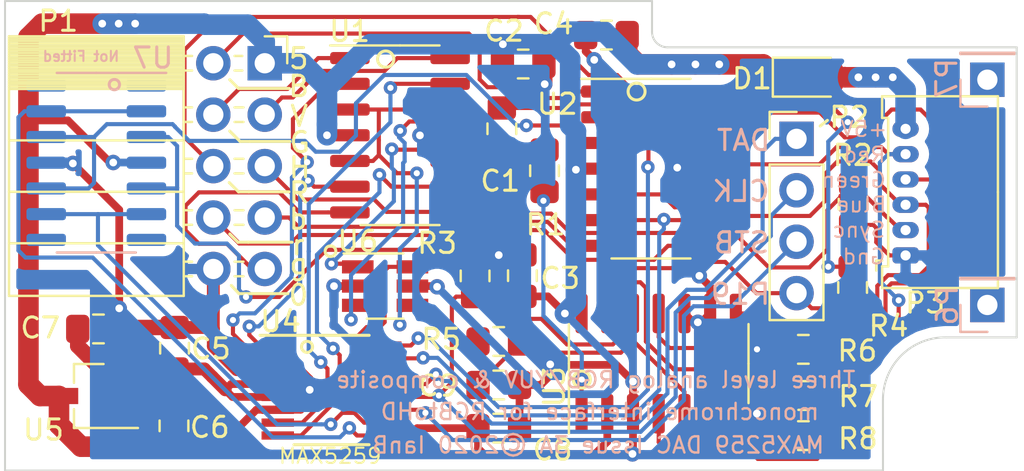
<source format=kicad_pcb>
(kicad_pcb (version 20171130) (host pcbnew "(5.1.4)-1")

  (general
    (thickness 1.6)
    (drawings 63)
    (tracks 797)
    (zones 0)
    (modules 30)
    (nets 40)
  )

  (page A4)
  (layers
    (0 F.Cu signal)
    (31 B.Cu signal)
    (34 B.Paste user hide)
    (35 F.Paste user hide)
    (36 B.SilkS user)
    (37 F.SilkS user)
    (38 B.Mask user hide)
    (39 F.Mask user hide)
    (40 Dwgs.User user hide)
    (41 Cmts.User user hide)
    (44 Edge.Cuts user)
    (45 Margin user hide)
    (46 B.CrtYd user hide)
    (47 F.CrtYd user hide)
    (48 B.Fab user hide)
    (49 F.Fab user hide)
  )

  (setup
    (last_trace_width 0.2032)
    (user_trace_width 0.2032)
    (user_trace_width 0.381)
    (user_trace_width 0.635)
    (user_trace_width 0.762)
    (user_trace_width 0.889)
    (user_trace_width 1.016)
    (user_trace_width 1.143)
    (user_trace_width 1.27)
    (trace_clearance 0.2032)
    (zone_clearance 0.508)
    (zone_45_only yes)
    (trace_min 0.2032)
    (via_size 0.6604)
    (via_drill 0.3048)
    (via_min_size 0.6604)
    (via_min_drill 0.3048)
    (uvia_size 0.6096)
    (uvia_drill 0.3048)
    (uvias_allowed no)
    (uvia_min_size 0)
    (uvia_min_drill 0)
    (edge_width 0.1)
    (segment_width 0.2)
    (pcb_text_width 0.2)
    (pcb_text_size 1.25 1.25)
    (mod_edge_width 0.15)
    (mod_text_size 1 1)
    (mod_text_width 0.15)
    (pad_size 1.7 1.7)
    (pad_drill 1)
    (pad_to_mask_clearance 0.15)
    (solder_mask_min_width 0.26)
    (aux_axis_origin 12.502 54.50096)
    (grid_origin 45.002 28.00096)
    (visible_elements 7FFFFFFF)
    (pcbplotparams
      (layerselection 0x010f0_ffffffff)
      (usegerberextensions true)
      (usegerberattributes false)
      (usegerberadvancedattributes false)
      (creategerberjobfile false)
      (excludeedgelayer true)
      (linewidth 0.100000)
      (plotframeref false)
      (viasonmask false)
      (mode 1)
      (useauxorigin false)
      (hpglpennumber 1)
      (hpglpenspeed 20)
      (hpglpendiameter 15.000000)
      (psnegative false)
      (psa4output false)
      (plotreference true)
      (plotvalue false)
      (plotinvisibletext false)
      (padsonsilk false)
      (subtractmaskfromsilk false)
      (outputformat 1)
      (mirror false)
      (drillshape 0)
      (scaleselection 1)
      (outputdirectory "manufacturing/"))
  )

  (net 0 "")
  (net 1 /GND)
  (net 2 /SYNC)
  (net 3 /BLUE)
  (net 4 /GREEN)
  (net 5 /RED)
  (net 6 /BRED)
  (net 7 /BGREEN)
  (net 8 /BBLUE)
  (net 9 /VSYNC)
  (net 10 /VANALOG)
  (net 11 /ASYNC)
  (net 12 /ARED)
  (net 13 /AGREEN)
  (net 14 /ABLUE)
  (net 15 "Net-(P6-Pad1)")
  (net 16 /REFSYNC)
  (net 17 /GPIO22_STB)
  (net 18 /GPIO0_DAT)
  (net 19 "Net-(P7-Pad1)")
  (net 20 /VCC)
  (net 21 /GPIO1_CLK)
  (net 22 /CLAMPLVL)
  (net 23 /CGREEN)
  (net 24 /CLAMP)
  (net 25 /REFGYSYNC)
  (net 26 /REFRBUVLO)
  (net 27 /REFRBUVHI)
  (net 28 /REFGYHI)
  (net 29 /REFGYLO)
  (net 30 "Net-(U4-Pad14)")
  (net 31 /VCC_IN)
  (net 32 /SPARE)
  (net 33 /TERM)
  (net 34 /VCLAMP)
  (net 35 /SGREEN)
  (net 36 "Net-(U7-Pad1)")
  (net 37 "Net-(U7-Pad7)")
  (net 38 "Net-(U7-Pad8)")
  (net 39 "Net-(U7-Pad14)")

  (net_class Default "This is the default net class."
    (clearance 0.2032)
    (trace_width 0.2032)
    (via_dia 0.6604)
    (via_drill 0.3048)
    (uvia_dia 0.6096)
    (uvia_drill 0.3048)
    (diff_pair_width 0.2032)
    (diff_pair_gap 0.25)
    (add_net /ABLUE)
    (add_net /AGREEN)
    (add_net /ARED)
    (add_net /ASYNC)
    (add_net /BBLUE)
    (add_net /BGREEN)
    (add_net /BLUE)
    (add_net /BRED)
    (add_net /CGREEN)
    (add_net /CLAMP)
    (add_net /CLAMPLVL)
    (add_net /GND)
    (add_net /GPIO0_DAT)
    (add_net /GPIO1_CLK)
    (add_net /GPIO22_STB)
    (add_net /GREEN)
    (add_net /RED)
    (add_net /REFGYHI)
    (add_net /REFGYLO)
    (add_net /REFGYSYNC)
    (add_net /REFRBUVHI)
    (add_net /REFRBUVLO)
    (add_net /REFSYNC)
    (add_net /SGREEN)
    (add_net /SPARE)
    (add_net /SYNC)
    (add_net /TERM)
    (add_net /VANALOG)
    (add_net /VCC)
    (add_net /VCC_IN)
    (add_net /VCLAMP)
    (add_net /VSYNC)
    (add_net "Net-(P6-Pad1)")
    (add_net "Net-(P7-Pad1)")
    (add_net "Net-(U4-Pad14)")
    (add_net "Net-(U7-Pad1)")
    (add_net "Net-(U7-Pad14)")
    (add_net "Net-(U7-Pad7)")
    (add_net "Net-(U7-Pad8)")
  )

  (net_class Power ""
    (clearance 0.2032)
    (trace_width 0.381)
    (via_dia 0.762)
    (via_drill 0.381)
    (uvia_dia 0.6096)
    (uvia_drill 0.3048)
    (diff_pair_width 0.2032)
    (diff_pair_gap 0.25)
  )

  (module Package_SO:SOIC-14_3.9x8.7mm_P1.27mm (layer F.Cu) (tedit 5C97300E) (tstamp 5DD46B67)
    (at 47.034 37.93236)
    (descr "SOIC, 14 Pin (JEDEC MS-012AB, https://www.analog.com/media/en/package-pcb-resources/package/pkg_pdf/soic_narrow-r/r_14.pdf), generated with kicad-footprint-generator ipc_gullwing_generator.py")
    (tags "SOIC SO")
    (path /5DE5166D)
    (attr smd)
    (fp_text reference U1 (at -2.4892 -5.1308) (layer F.SilkS)
      (effects (font (size 1 1) (thickness 0.15)))
    )
    (fp_text value MAX9108 (at 0 5.28) (layer F.Fab)
      (effects (font (size 1 1) (thickness 0.15)))
    )
    (fp_line (start 0 4.435) (end 1.95 4.435) (layer F.SilkS) (width 0.12))
    (fp_line (start 0 4.435) (end -1.95 4.435) (layer F.SilkS) (width 0.12))
    (fp_line (start 0 -4.435) (end 1.95 -4.435) (layer F.SilkS) (width 0.12))
    (fp_line (start 0 -4.435) (end -3.45 -4.435) (layer F.SilkS) (width 0.12))
    (fp_line (start -0.975 -4.325) (end 1.95 -4.325) (layer F.Fab) (width 0.1))
    (fp_line (start 1.95 -4.325) (end 1.95 4.325) (layer F.Fab) (width 0.1))
    (fp_line (start 1.95 4.325) (end -1.95 4.325) (layer F.Fab) (width 0.1))
    (fp_line (start -1.95 4.325) (end -1.95 -3.35) (layer F.Fab) (width 0.1))
    (fp_line (start -1.95 -3.35) (end -0.975 -4.325) (layer F.Fab) (width 0.1))
    (fp_line (start -3.7 -4.58) (end -3.7 4.58) (layer F.CrtYd) (width 0.05))
    (fp_line (start -3.7 4.58) (end 3.7 4.58) (layer F.CrtYd) (width 0.05))
    (fp_line (start 3.7 4.58) (end 3.7 -4.58) (layer F.CrtYd) (width 0.05))
    (fp_line (start 3.7 -4.58) (end -3.7 -4.58) (layer F.CrtYd) (width 0.05))
    (fp_text user %R (at 0 0) (layer F.Fab)
      (effects (font (size 0.98 0.98) (thickness 0.15)))
    )
    (pad 1 smd roundrect (at -2.475 -3.81) (size 1.95 0.6) (layers F.Cu F.Paste F.Mask) (roundrect_rratio 0.25)
      (net 4 /GREEN))
    (pad 2 smd roundrect (at -2.475 -2.54) (size 1.95 0.6) (layers F.Cu F.Paste F.Mask) (roundrect_rratio 0.25)
      (net 28 /REFGYHI))
    (pad 3 smd roundrect (at -2.475 -1.27) (size 1.95 0.6) (layers F.Cu F.Paste F.Mask) (roundrect_rratio 0.25)
      (net 35 /SGREEN))
    (pad 4 smd roundrect (at -2.475 0) (size 1.95 0.6) (layers F.Cu F.Paste F.Mask) (roundrect_rratio 0.25)
      (net 20 /VCC))
    (pad 5 smd roundrect (at -2.475 1.27) (size 1.95 0.6) (layers F.Cu F.Paste F.Mask) (roundrect_rratio 0.25)
      (net 35 /SGREEN))
    (pad 6 smd roundrect (at -2.475 2.54) (size 1.95 0.6) (layers F.Cu F.Paste F.Mask) (roundrect_rratio 0.25)
      (net 29 /REFGYLO))
    (pad 7 smd roundrect (at -2.475 3.81) (size 1.95 0.6) (layers F.Cu F.Paste F.Mask) (roundrect_rratio 0.25)
      (net 7 /BGREEN))
    (pad 8 smd roundrect (at 2.475 3.81) (size 1.95 0.6) (layers F.Cu F.Paste F.Mask) (roundrect_rratio 0.25)
      (net 2 /SYNC))
    (pad 9 smd roundrect (at 2.475 2.54) (size 1.95 0.6) (layers F.Cu F.Paste F.Mask) (roundrect_rratio 0.25)
      (net 16 /REFSYNC))
    (pad 10 smd roundrect (at 2.475 1.27) (size 1.95 0.6) (layers F.Cu F.Paste F.Mask) (roundrect_rratio 0.25)
      (net 11 /ASYNC))
    (pad 11 smd roundrect (at 2.475 0) (size 1.95 0.6) (layers F.Cu F.Paste F.Mask) (roundrect_rratio 0.25)
      (net 1 /GND))
    (pad 12 smd roundrect (at 2.475 -1.27) (size 1.95 0.6) (layers F.Cu F.Paste F.Mask) (roundrect_rratio 0.25)
      (net 35 /SGREEN))
    (pad 13 smd roundrect (at 2.475 -2.54) (size 1.95 0.6) (layers F.Cu F.Paste F.Mask) (roundrect_rratio 0.25)
      (net 25 /REFGYSYNC))
    (pad 14 smd roundrect (at 2.475 -3.81) (size 1.95 0.6) (layers F.Cu F.Paste F.Mask) (roundrect_rratio 0.25)
      (net 9 /VSYNC))
    (model ${KISYS3DMOD}/Package_SO.3dshapes/SOIC-14_3.9x8.7mm_P1.27mm.wrl
      (at (xyz 0 0 0))
      (scale (xyz 1 1 1))
      (rotate (xyz 0 0 0))
    )
  )

  (module Capacitor_SMD:C_0805_2012Metric_Pad1.15x1.40mm_HandSolder (layer F.Cu) (tedit 5B36C52B) (tstamp 5DC8CC0C)
    (at 53.0792 44.86656 90)
    (descr "Capacitor SMD 0805 (2012 Metric), square (rectangular) end terminal, IPC_7351 nominal with elongated pad for handsoldering. (Body size source: https://docs.google.com/spreadsheets/d/1BsfQQcO9C6DZCsRaXUlFlo91Tg2WpOkGARC1WS5S8t0/edit?usp=sharing), generated with kicad-footprint-generator")
    (tags "capacitor handsolder")
    (path /5DCE4EBF)
    (attr smd)
    (fp_text reference C3 (at -0.12954 1.86436) (layer F.SilkS)
      (effects (font (size 1 1) (thickness 0.15)))
    )
    (fp_text value 100n (at 0 1.65 90) (layer F.Fab)
      (effects (font (size 1 1) (thickness 0.15)))
    )
    (fp_text user %R (at 0 0 90) (layer F.Fab)
      (effects (font (size 0.5 0.5) (thickness 0.08)))
    )
    (fp_line (start 1.85 0.95) (end -1.85 0.95) (layer F.CrtYd) (width 0.05))
    (fp_line (start 1.85 -0.95) (end 1.85 0.95) (layer F.CrtYd) (width 0.05))
    (fp_line (start -1.85 -0.95) (end 1.85 -0.95) (layer F.CrtYd) (width 0.05))
    (fp_line (start -1.85 0.95) (end -1.85 -0.95) (layer F.CrtYd) (width 0.05))
    (fp_line (start -0.261252 0.71) (end 0.261252 0.71) (layer F.SilkS) (width 0.12))
    (fp_line (start -0.261252 -0.71) (end 0.261252 -0.71) (layer F.SilkS) (width 0.12))
    (fp_line (start 1 0.6) (end -1 0.6) (layer F.Fab) (width 0.1))
    (fp_line (start 1 -0.6) (end 1 0.6) (layer F.Fab) (width 0.1))
    (fp_line (start -1 -0.6) (end 1 -0.6) (layer F.Fab) (width 0.1))
    (fp_line (start -1 0.6) (end -1 -0.6) (layer F.Fab) (width 0.1))
    (pad 2 smd roundrect (at 1.025 0 90) (size 1.15 1.4) (layers F.Cu F.Paste F.Mask) (roundrect_rratio 0.217391)
      (net 1 /GND))
    (pad 1 smd roundrect (at -1.025 0 90) (size 1.15 1.4) (layers F.Cu F.Paste F.Mask) (roundrect_rratio 0.217391)
      (net 20 /VCC))
    (model ${KISYS3DMOD}/Capacitor_SMD.3dshapes/C_0805_2012Metric.wrl
      (at (xyz 0 0 0))
      (scale (xyz 1 1 1))
      (rotate (xyz 0 0 0))
    )
  )

  (module Connector_PinHeader_2.54mm:PinHeader_1x04_P2.54mm_Vertical locked (layer F.Cu) (tedit 59FED5CC) (tstamp 5DCC4DD0)
    (at 66.6174 38.11016)
    (descr "Through hole straight pin header, 1x04, 2.54mm pitch, single row")
    (tags "Through hole pin header THT 1x04 2.54mm single row")
    (path /5DCFA861)
    (fp_text reference P2 (at 2.6035 -1.0668) (layer F.SilkS)
      (effects (font (size 1 1) (thickness 0.15)))
    )
    (fp_text value Conn_01x04 (at 0 9.95) (layer F.Fab)
      (effects (font (size 1 1) (thickness 0.15)))
    )
    (fp_text user %R (at 0 3.81 90) (layer F.Fab)
      (effects (font (size 1 1) (thickness 0.15)))
    )
    (fp_line (start 1.8 -1.8) (end -1.8 -1.8) (layer F.CrtYd) (width 0.05))
    (fp_line (start 1.8 9.4) (end 1.8 -1.8) (layer F.CrtYd) (width 0.05))
    (fp_line (start -1.8 9.4) (end 1.8 9.4) (layer F.CrtYd) (width 0.05))
    (fp_line (start -1.8 -1.8) (end -1.8 9.4) (layer F.CrtYd) (width 0.05))
    (fp_line (start -1.33 -1.33) (end 0 -1.33) (layer F.SilkS) (width 0.12))
    (fp_line (start -1.33 0) (end -1.33 -1.33) (layer F.SilkS) (width 0.12))
    (fp_line (start -1.33 1.27) (end 1.33 1.27) (layer F.SilkS) (width 0.12))
    (fp_line (start 1.33 1.27) (end 1.33 8.95) (layer F.SilkS) (width 0.12))
    (fp_line (start -1.33 1.27) (end -1.33 8.95) (layer F.SilkS) (width 0.12))
    (fp_line (start -1.33 8.95) (end 1.33 8.95) (layer F.SilkS) (width 0.12))
    (fp_line (start -1.27 -0.635) (end -0.635 -1.27) (layer F.Fab) (width 0.1))
    (fp_line (start -1.27 8.89) (end -1.27 -0.635) (layer F.Fab) (width 0.1))
    (fp_line (start 1.27 8.89) (end -1.27 8.89) (layer F.Fab) (width 0.1))
    (fp_line (start 1.27 -1.27) (end 1.27 8.89) (layer F.Fab) (width 0.1))
    (fp_line (start -0.635 -1.27) (end 1.27 -1.27) (layer F.Fab) (width 0.1))
    (pad 4 thru_hole oval (at 0 7.62) (size 1.7 1.7) (drill 1) (layers *.Cu *.Mask)
      (net 24 /CLAMP))
    (pad 3 thru_hole oval (at 0 5.08) (size 1.7 1.7) (drill 1) (layers *.Cu *.Mask)
      (net 17 /GPIO22_STB))
    (pad 2 thru_hole oval (at 0 2.54) (size 1.7 1.7) (drill 1) (layers *.Cu *.Mask)
      (net 21 /GPIO1_CLK))
    (pad 1 thru_hole rect (at 0 0) (size 1.7 1.7) (drill 1) (layers *.Cu *.Mask)
      (net 18 /GPIO0_DAT))
    (model ${KISYS3DMOD}/Connector_PinHeader_2.54mm.3dshapes/PinHeader_1x04_P2.54mm_Vertical.wrl
      (at (xyz 0 0 0))
      (scale (xyz 1 1 1))
      (rotate (xyz 0 0 0))
    )
  )

  (module Package_SO:SOIC-14_3.9x8.7mm_P1.27mm (layer F.Cu) (tedit 5C97300E) (tstamp 5DE9AC4A)
    (at 59.8102 49.20996 90)
    (descr "SOIC, 14 Pin (JEDEC MS-012AB, https://www.analog.com/media/en/package-pcb-resources/package/pkg_pdf/soic_narrow-r/r_14.pdf), generated with kicad-footprint-generator ipc_gullwing_generator.py")
    (tags "SOIC SO")
    (path /5E118FBF)
    (attr smd)
    (fp_text reference U3 (at -1.143 -5.1562 90) (layer F.SilkS)
      (effects (font (size 1 1) (thickness 0.15)))
    )
    (fp_text value MAX4610 (at 0 5.28 90) (layer F.Fab)
      (effects (font (size 1 1) (thickness 0.15)))
    )
    (fp_line (start 0 4.435) (end 1.95 4.435) (layer F.SilkS) (width 0.12))
    (fp_line (start 0 4.435) (end -1.95 4.435) (layer F.SilkS) (width 0.12))
    (fp_line (start 0 -4.435) (end 1.95 -4.435) (layer F.SilkS) (width 0.12))
    (fp_line (start 0 -4.435) (end -3.45 -4.435) (layer F.SilkS) (width 0.12))
    (fp_line (start -0.975 -4.325) (end 1.95 -4.325) (layer F.Fab) (width 0.1))
    (fp_line (start 1.95 -4.325) (end 1.95 4.325) (layer F.Fab) (width 0.1))
    (fp_line (start 1.95 4.325) (end -1.95 4.325) (layer F.Fab) (width 0.1))
    (fp_line (start -1.95 4.325) (end -1.95 -3.35) (layer F.Fab) (width 0.1))
    (fp_line (start -1.95 -3.35) (end -0.975 -4.325) (layer F.Fab) (width 0.1))
    (fp_line (start -3.7 -4.58) (end -3.7 4.58) (layer F.CrtYd) (width 0.05))
    (fp_line (start -3.7 4.58) (end 3.7 4.58) (layer F.CrtYd) (width 0.05))
    (fp_line (start 3.7 4.58) (end 3.7 -4.58) (layer F.CrtYd) (width 0.05))
    (fp_line (start 3.7 -4.58) (end -3.7 -4.58) (layer F.CrtYd) (width 0.05))
    (fp_text user %R (at 0 0 90) (layer F.Fab)
      (effects (font (size 0.98 0.98) (thickness 0.15)))
    )
    (pad 1 smd roundrect (at -2.475 -3.81 90) (size 1.95 0.6) (layers F.Cu F.Paste F.Mask) (roundrect_rratio 0.25)
      (net 34 /VCLAMP))
    (pad 2 smd roundrect (at -2.475 -2.54 90) (size 1.95 0.6) (layers F.Cu F.Paste F.Mask) (roundrect_rratio 0.25)
      (net 22 /CLAMPLVL))
    (pad 3 smd roundrect (at -2.475 -1.27 90) (size 1.95 0.6) (layers F.Cu F.Paste F.Mask) (roundrect_rratio 0.25)
      (net 1 /GND))
    (pad 4 smd roundrect (at -2.475 0 90) (size 1.95 0.6) (layers F.Cu F.Paste F.Mask) (roundrect_rratio 0.25)
      (net 12 /ARED))
    (pad 5 smd roundrect (at -2.475 1.27 90) (size 1.95 0.6) (layers F.Cu F.Paste F.Mask) (roundrect_rratio 0.25)
      (net 33 /TERM))
    (pad 6 smd roundrect (at -2.475 2.54 90) (size 1.95 0.6) (layers F.Cu F.Paste F.Mask) (roundrect_rratio 0.25)
      (net 33 /TERM))
    (pad 7 smd roundrect (at -2.475 3.81 90) (size 1.95 0.6) (layers F.Cu F.Paste F.Mask) (roundrect_rratio 0.25)
      (net 1 /GND))
    (pad 8 smd roundrect (at 2.475 3.81 90) (size 1.95 0.6) (layers F.Cu F.Paste F.Mask) (roundrect_rratio 0.25)
      (net 14 /ABLUE))
    (pad 9 smd roundrect (at 2.475 2.54 90) (size 1.95 0.6) (layers F.Cu F.Paste F.Mask) (roundrect_rratio 0.25)
      (net 1 /GND))
    (pad 10 smd roundrect (at 2.475 1.27 90) (size 1.95 0.6) (layers F.Cu F.Paste F.Mask) (roundrect_rratio 0.25)
      (net 1 /GND))
    (pad 11 smd roundrect (at 2.475 0 90) (size 1.95 0.6) (layers F.Cu F.Paste F.Mask) (roundrect_rratio 0.25)
      (net 13 /AGREEN))
    (pad 12 smd roundrect (at 2.475 -1.27 90) (size 1.95 0.6) (layers F.Cu F.Paste F.Mask) (roundrect_rratio 0.25)
      (net 33 /TERM))
    (pad 13 smd roundrect (at 2.475 -2.54 90) (size 1.95 0.6) (layers F.Cu F.Paste F.Mask) (roundrect_rratio 0.25)
      (net 24 /CLAMP))
    (pad 14 smd roundrect (at 2.475 -3.81 90) (size 1.95 0.6) (layers F.Cu F.Paste F.Mask) (roundrect_rratio 0.25)
      (net 20 /VCC))
    (model ${KISYS3DMOD}/Package_SO.3dshapes/SOIC-14_3.9x8.7mm_P1.27mm.wrl
      (at (xyz 0 0 0))
      (scale (xyz 1 1 1))
      (rotate (xyz 0 0 0))
    )
  )

  (module Package_SO:QSOP-16_3.9x4.9mm_P0.635mm (layer F.Cu) (tedit 5A02F25C) (tstamp 5DE9AC6A)
    (at 43.65072 50.53838)
    (descr "16-Lead Plastic Shrink Small Outline Narrow Body (QR)-.150\" Body [QSOP] (see Microchip Packaging Specification 00000049BS.pdf)")
    (tags "SSOP 0.635")
    (path /5DEBF7A0)
    (attr smd)
    (fp_text reference U4 (at -2.5146 -3.4036) (layer F.SilkS)
      (effects (font (size 1 1) (thickness 0.15)))
    )
    (fp_text value MAX5259EEE+ (at 0 3.5) (layer F.Fab)
      (effects (font (size 1 1) (thickness 0.15)))
    )
    (fp_line (start -0.95 -2.45) (end 1.95 -2.45) (layer F.Fab) (width 0.15))
    (fp_line (start 1.95 -2.45) (end 1.95 2.45) (layer F.Fab) (width 0.15))
    (fp_line (start 1.95 2.45) (end -1.95 2.45) (layer F.Fab) (width 0.15))
    (fp_line (start -1.95 2.45) (end -1.95 -1.45) (layer F.Fab) (width 0.15))
    (fp_line (start -1.95 -1.45) (end -0.95 -2.45) (layer F.Fab) (width 0.15))
    (fp_line (start -3.7 -2.85) (end -3.7 2.8) (layer F.CrtYd) (width 0.05))
    (fp_line (start 3.7 -2.85) (end 3.7 2.8) (layer F.CrtYd) (width 0.05))
    (fp_line (start -3.7 -2.85) (end 3.7 -2.85) (layer F.CrtYd) (width 0.05))
    (fp_line (start -3.7 2.8) (end 3.7 2.8) (layer F.CrtYd) (width 0.05))
    (fp_line (start -1.8543 2.675) (end 1.8543 2.675) (layer F.SilkS) (width 0.15))
    (fp_line (start -3.525 -2.725) (end 1.8586 -2.725) (layer F.SilkS) (width 0.15))
    (fp_text user %R (at 0 0) (layer F.Fab)
      (effects (font (size 0.7 0.7) (thickness 0.15)))
    )
    (pad 1 smd rect (at -2.6543 -2.2225) (size 1.6 0.41) (layers F.Cu F.Paste F.Mask)
      (net 29 /REFGYLO))
    (pad 2 smd rect (at -2.6543 -1.5875) (size 1.6 0.41) (layers F.Cu F.Paste F.Mask)
      (net 28 /REFGYHI))
    (pad 3 smd rect (at -2.6543 -0.9525) (size 1.6 0.41) (layers F.Cu F.Paste F.Mask)
      (net 1 /GND))
    (pad 4 smd rect (at -2.6543 -0.3175) (size 1.6 0.41) (layers F.Cu F.Paste F.Mask)
      (net 10 /VANALOG))
    (pad 5 smd rect (at -2.6543 0.3175) (size 1.6 0.41) (layers F.Cu F.Paste F.Mask)
      (net 10 /VANALOG))
    (pad 6 smd rect (at -2.6543 0.9525) (size 1.6 0.41) (layers F.Cu F.Paste F.Mask)
      (net 1 /GND))
    (pad 7 smd rect (at -2.6543 1.5875) (size 1.6 0.41) (layers F.Cu F.Paste F.Mask)
      (net 25 /REFGYSYNC))
    (pad 8 smd rect (at -2.6543 2.2225) (size 1.6 0.41) (layers F.Cu F.Paste F.Mask)
      (net 16 /REFSYNC))
    (pad 9 smd rect (at 2.6543 2.2225) (size 1.6 0.41) (layers F.Cu F.Paste F.Mask)
      (net 22 /CLAMPLVL))
    (pad 10 smd rect (at 2.6543 1.5875) (size 1.6 0.41) (layers F.Cu F.Paste F.Mask)
      (net 32 /SPARE))
    (pad 11 smd rect (at 2.6543 0.9525) (size 1.6 0.41) (layers F.Cu F.Paste F.Mask)
      (net 17 /GPIO22_STB))
    (pad 12 smd rect (at 2.6543 0.3175) (size 1.6 0.41) (layers F.Cu F.Paste F.Mask)
      (net 21 /GPIO1_CLK))
    (pad 13 smd rect (at 2.6543 -0.3175) (size 1.6 0.41) (layers F.Cu F.Paste F.Mask)
      (net 18 /GPIO0_DAT))
    (pad 14 smd rect (at 2.6543 -0.9525) (size 1.6 0.41) (layers F.Cu F.Paste F.Mask)
      (net 30 "Net-(U4-Pad14)"))
    (pad 15 smd rect (at 2.6543 -1.5875) (size 1.6 0.41) (layers F.Cu F.Paste F.Mask)
      (net 26 /REFRBUVLO))
    (pad 16 smd rect (at 2.6543 -2.2225) (size 1.6 0.41) (layers F.Cu F.Paste F.Mask)
      (net 27 /REFRBUVHI))
    (model ${KISYS3DMOD}/Package_SO.3dshapes/QSOP-16_3.9x4.9mm_P0.635mm.wrl
      (at (xyz 0 0 0))
      (scale (xyz 1 1 1))
      (rotate (xyz 0 0 0))
    )
  )

  (module Resistor_SMD:R_0805_2012Metric_Pad1.15x1.40mm_HandSolder (layer F.Cu) (tedit 5B36C52B) (tstamp 5DE9AC19)
    (at 69.386 45.45076 270)
    (descr "Resistor SMD 0805 (2012 Metric), square (rectangular) end terminal, IPC_7351 nominal with elongated pad for handsoldering. (Body size source: https://docs.google.com/spreadsheets/d/1BsfQQcO9C6DZCsRaXUlFlo91Tg2WpOkGARC1WS5S8t0/edit?usp=sharing), generated with kicad-footprint-generator")
    (tags "resistor handsolder")
    (path /5E08BDE2)
    (attr smd)
    (fp_text reference R4 (at 1.905 -1.778) (layer F.SilkS)
      (effects (font (size 1 1) (thickness 0.15)))
    )
    (fp_text value 1K (at 0 1.65 90) (layer F.Fab)
      (effects (font (size 1 1) (thickness 0.15)))
    )
    (fp_text user %R (at 0 0 90) (layer F.Fab)
      (effects (font (size 0.5 0.5) (thickness 0.08)))
    )
    (fp_line (start 1.85 0.95) (end -1.85 0.95) (layer F.CrtYd) (width 0.05))
    (fp_line (start 1.85 -0.95) (end 1.85 0.95) (layer F.CrtYd) (width 0.05))
    (fp_line (start -1.85 -0.95) (end 1.85 -0.95) (layer F.CrtYd) (width 0.05))
    (fp_line (start -1.85 0.95) (end -1.85 -0.95) (layer F.CrtYd) (width 0.05))
    (fp_line (start -0.261252 0.71) (end 0.261252 0.71) (layer F.SilkS) (width 0.12))
    (fp_line (start -0.261252 -0.71) (end 0.261252 -0.71) (layer F.SilkS) (width 0.12))
    (fp_line (start 1 0.6) (end -1 0.6) (layer F.Fab) (width 0.1))
    (fp_line (start 1 -0.6) (end 1 0.6) (layer F.Fab) (width 0.1))
    (fp_line (start -1 -0.6) (end 1 -0.6) (layer F.Fab) (width 0.1))
    (fp_line (start -1 0.6) (end -1 -0.6) (layer F.Fab) (width 0.1))
    (pad 2 smd roundrect (at 1.025 0 270) (size 1.15 1.4) (layers F.Cu F.Paste F.Mask) (roundrect_rratio 0.217391)
      (net 24 /CLAMP))
    (pad 1 smd roundrect (at -1.025 0 270) (size 1.15 1.4) (layers F.Cu F.Paste F.Mask) (roundrect_rratio 0.217391)
      (net 20 /VCC))
    (model ${KISYS3DMOD}/Resistor_SMD.3dshapes/R_0805_2012Metric.wrl
      (at (xyz 0 0 0))
      (scale (xyz 1 1 1))
      (rotate (xyz 0 0 0))
    )
  )

  (module Resistor_SMD:R_0805_2012Metric_Pad1.15x1.40mm_HandSolder (layer F.Cu) (tedit 5B36C52B) (tstamp 5DEAAA5E)
    (at 66.95268 48.50638 180)
    (descr "Resistor SMD 0805 (2012 Metric), square (rectangular) end terminal, IPC_7351 nominal with elongated pad for handsoldering. (Body size source: https://docs.google.com/spreadsheets/d/1BsfQQcO9C6DZCsRaXUlFlo91Tg2WpOkGARC1WS5S8t0/edit?usp=sharing), generated with kicad-footprint-generator")
    (tags "resistor handsolder")
    (path /5DFCAEED)
    (attr smd)
    (fp_text reference R6 (at -2.667 -0.0762) (layer F.SilkS)
      (effects (font (size 1 1) (thickness 0.15)))
    )
    (fp_text value 10K (at 0 1.65) (layer F.Fab)
      (effects (font (size 1 1) (thickness 0.15)))
    )
    (fp_line (start -1 0.6) (end -1 -0.6) (layer F.Fab) (width 0.1))
    (fp_line (start -1 -0.6) (end 1 -0.6) (layer F.Fab) (width 0.1))
    (fp_line (start 1 -0.6) (end 1 0.6) (layer F.Fab) (width 0.1))
    (fp_line (start 1 0.6) (end -1 0.6) (layer F.Fab) (width 0.1))
    (fp_line (start -0.261252 -0.71) (end 0.261252 -0.71) (layer F.SilkS) (width 0.12))
    (fp_line (start -0.261252 0.71) (end 0.261252 0.71) (layer F.SilkS) (width 0.12))
    (fp_line (start -1.85 0.95) (end -1.85 -0.95) (layer F.CrtYd) (width 0.05))
    (fp_line (start -1.85 -0.95) (end 1.85 -0.95) (layer F.CrtYd) (width 0.05))
    (fp_line (start 1.85 -0.95) (end 1.85 0.95) (layer F.CrtYd) (width 0.05))
    (fp_line (start 1.85 0.95) (end -1.85 0.95) (layer F.CrtYd) (width 0.05))
    (fp_text user %R (at 0 0) (layer F.Fab)
      (effects (font (size 0.5 0.5) (thickness 0.08)))
    )
    (pad 1 smd roundrect (at -1.025 0 180) (size 1.15 1.4) (layers F.Cu F.Paste F.Mask) (roundrect_rratio 0.217391)
      (net 14 /ABLUE))
    (pad 2 smd roundrect (at 1.025 0 180) (size 1.15 1.4) (layers F.Cu F.Paste F.Mask) (roundrect_rratio 0.217391)
      (net 1 /GND))
    (model ${KISYS3DMOD}/Resistor_SMD.3dshapes/R_0805_2012Metric.wrl
      (at (xyz 0 0 0))
      (scale (xyz 1 1 1))
      (rotate (xyz 0 0 0))
    )
  )

  (module Resistor_SMD:R_0805_2012Metric_Pad1.15x1.40mm_HandSolder (layer F.Cu) (tedit 5B36C52B) (tstamp 5DEAAA6F)
    (at 66.97046 50.78476 180)
    (descr "Resistor SMD 0805 (2012 Metric), square (rectangular) end terminal, IPC_7351 nominal with elongated pad for handsoldering. (Body size source: https://docs.google.com/spreadsheets/d/1BsfQQcO9C6DZCsRaXUlFlo91Tg2WpOkGARC1WS5S8t0/edit?usp=sharing), generated with kicad-footprint-generator")
    (tags "resistor handsolder")
    (path /5DFFC467)
    (attr smd)
    (fp_text reference R7 (at -2.6924 -0.0508) (layer F.SilkS)
      (effects (font (size 1 1) (thickness 0.15)))
    )
    (fp_text value 10K (at 0 1.65) (layer F.Fab)
      (effects (font (size 1 1) (thickness 0.15)))
    )
    (fp_text user %R (at 0 0) (layer F.Fab)
      (effects (font (size 0.5 0.5) (thickness 0.08)))
    )
    (fp_line (start 1.85 0.95) (end -1.85 0.95) (layer F.CrtYd) (width 0.05))
    (fp_line (start 1.85 -0.95) (end 1.85 0.95) (layer F.CrtYd) (width 0.05))
    (fp_line (start -1.85 -0.95) (end 1.85 -0.95) (layer F.CrtYd) (width 0.05))
    (fp_line (start -1.85 0.95) (end -1.85 -0.95) (layer F.CrtYd) (width 0.05))
    (fp_line (start -0.261252 0.71) (end 0.261252 0.71) (layer F.SilkS) (width 0.12))
    (fp_line (start -0.261252 -0.71) (end 0.261252 -0.71) (layer F.SilkS) (width 0.12))
    (fp_line (start 1 0.6) (end -1 0.6) (layer F.Fab) (width 0.1))
    (fp_line (start 1 -0.6) (end 1 0.6) (layer F.Fab) (width 0.1))
    (fp_line (start -1 -0.6) (end 1 -0.6) (layer F.Fab) (width 0.1))
    (fp_line (start -1 0.6) (end -1 -0.6) (layer F.Fab) (width 0.1))
    (pad 2 smd roundrect (at 1.025 0 180) (size 1.15 1.4) (layers F.Cu F.Paste F.Mask) (roundrect_rratio 0.217391)
      (net 1 /GND))
    (pad 1 smd roundrect (at -1.025 0 180) (size 1.15 1.4) (layers F.Cu F.Paste F.Mask) (roundrect_rratio 0.217391)
      (net 13 /AGREEN))
    (model ${KISYS3DMOD}/Resistor_SMD.3dshapes/R_0805_2012Metric.wrl
      (at (xyz 0 0 0))
      (scale (xyz 1 1 1))
      (rotate (xyz 0 0 0))
    )
  )

  (module Resistor_SMD:R_0805_2012Metric_Pad1.15x1.40mm_HandSolder (layer F.Cu) (tedit 5B36C52B) (tstamp 5DEAAA80)
    (at 66.95522 52.76596 180)
    (descr "Resistor SMD 0805 (2012 Metric), square (rectangular) end terminal, IPC_7351 nominal with elongated pad for handsoldering. (Body size source: https://docs.google.com/spreadsheets/d/1BsfQQcO9C6DZCsRaXUlFlo91Tg2WpOkGARC1WS5S8t0/edit?usp=sharing), generated with kicad-footprint-generator")
    (tags "resistor handsolder")
    (path /5DFFCF3C)
    (attr smd)
    (fp_text reference R8 (at -2.6924 -0.1524) (layer F.SilkS)
      (effects (font (size 1 1) (thickness 0.15)))
    )
    (fp_text value 10K (at 0 1.65) (layer F.Fab)
      (effects (font (size 1 1) (thickness 0.15)))
    )
    (fp_line (start -1 0.6) (end -1 -0.6) (layer F.Fab) (width 0.1))
    (fp_line (start -1 -0.6) (end 1 -0.6) (layer F.Fab) (width 0.1))
    (fp_line (start 1 -0.6) (end 1 0.6) (layer F.Fab) (width 0.1))
    (fp_line (start 1 0.6) (end -1 0.6) (layer F.Fab) (width 0.1))
    (fp_line (start -0.261252 -0.71) (end 0.261252 -0.71) (layer F.SilkS) (width 0.12))
    (fp_line (start -0.261252 0.71) (end 0.261252 0.71) (layer F.SilkS) (width 0.12))
    (fp_line (start -1.85 0.95) (end -1.85 -0.95) (layer F.CrtYd) (width 0.05))
    (fp_line (start -1.85 -0.95) (end 1.85 -0.95) (layer F.CrtYd) (width 0.05))
    (fp_line (start 1.85 -0.95) (end 1.85 0.95) (layer F.CrtYd) (width 0.05))
    (fp_line (start 1.85 0.95) (end -1.85 0.95) (layer F.CrtYd) (width 0.05))
    (fp_text user %R (at 0 0) (layer F.Fab)
      (effects (font (size 0.5 0.5) (thickness 0.08)))
    )
    (pad 1 smd roundrect (at -1.025 0 180) (size 1.15 1.4) (layers F.Cu F.Paste F.Mask) (roundrect_rratio 0.217391)
      (net 12 /ARED))
    (pad 2 smd roundrect (at 1.025 0 180) (size 1.15 1.4) (layers F.Cu F.Paste F.Mask) (roundrect_rratio 0.217391)
      (net 1 /GND))
    (model ${KISYS3DMOD}/Resistor_SMD.3dshapes/R_0805_2012Metric.wrl
      (at (xyz 0 0 0))
      (scale (xyz 1 1 1))
      (rotate (xyz 0 0 0))
    )
  )

  (module Connector_PinHeader_2.54mm:PinHeader_1x01_P2.54mm_Vertical (layer B.Cu) (tedit 59FED5CC) (tstamp 5DCB8595)
    (at 76.0408 35.18916)
    (descr "Through hole straight pin header, 1x01, 2.54mm pitch, single row")
    (tags "Through hole pin header THT 1x01 2.54mm single row")
    (path /5DD08736)
    (fp_text reference P7 (at -2.0066 -0.0762 90) (layer B.SilkS)
      (effects (font (size 1 1) (thickness 0.15)) (justify mirror))
    )
    (fp_text value Conn_01x01 (at 0 -2.33) (layer B.Fab)
      (effects (font (size 1 1) (thickness 0.15)) (justify mirror))
    )
    (fp_line (start -0.635 1.27) (end 1.27 1.27) (layer B.Fab) (width 0.1))
    (fp_line (start 1.27 1.27) (end 1.27 -1.27) (layer B.Fab) (width 0.1))
    (fp_line (start 1.27 -1.27) (end -1.27 -1.27) (layer B.Fab) (width 0.1))
    (fp_line (start -1.27 -1.27) (end -1.27 0.635) (layer B.Fab) (width 0.1))
    (fp_line (start -1.27 0.635) (end -0.635 1.27) (layer B.Fab) (width 0.1))
    (fp_line (start -1.33 -1.33) (end 1.33 -1.33) (layer B.SilkS) (width 0.12))
    (fp_line (start -1.33 -1.27) (end -1.33 -1.33) (layer B.SilkS) (width 0.12))
    (fp_line (start 1.33 -1.27) (end 1.33 -1.33) (layer B.SilkS) (width 0.12))
    (fp_line (start -1.33 -1.27) (end 1.33 -1.27) (layer B.SilkS) (width 0.12))
    (fp_line (start -1.33 0) (end -1.33 1.33) (layer B.SilkS) (width 0.12))
    (fp_line (start -1.33 1.33) (end 0 1.33) (layer B.SilkS) (width 0.12))
    (fp_line (start -1.8 1.8) (end -1.8 -1.8) (layer B.CrtYd) (width 0.05))
    (fp_line (start -1.8 -1.8) (end 1.8 -1.8) (layer B.CrtYd) (width 0.05))
    (fp_line (start 1.8 -1.8) (end 1.8 1.8) (layer B.CrtYd) (width 0.05))
    (fp_line (start 1.8 1.8) (end -1.8 1.8) (layer B.CrtYd) (width 0.05))
    (fp_text user %R (at 0 0 270) (layer B.Fab)
      (effects (font (size 1 1) (thickness 0.15)) (justify mirror))
    )
    (pad 1 thru_hole rect (at 0 0) (size 1.7 1.7) (drill 1) (layers *.Cu *.Mask)
      (net 19 "Net-(P7-Pad1)"))
    (model ${KISYS3DMOD}/Connector_PinHeader_2.54mm.3dshapes/PinHeader_1x01_P2.54mm_Vertical.wrl
      (at (xyz 0 0 0))
      (scale (xyz 1 1 1))
      (rotate (xyz 0 0 0))
    )
  )

  (module Connector_PinSocket_2.54mm:PinSocket_2x05_P2.54mm_Horizontal locked (layer F.Cu) (tedit 5A19A422) (tstamp 5DC8CCDC)
    (at 40.3538 34.37636)
    (descr "Through hole angled socket strip, 2x05, 2.54mm pitch, 8.51mm socket length, double cols (from Kicad 4.0.7), script generated")
    (tags "Through hole angled socket strip THT 2x05 2.54mm double row")
    (path /5DB26BD3)
    (fp_text reference P1 (at -10.1981 -2.0828) (layer F.SilkS)
      (effects (font (size 1 1) (thickness 0.15)))
    )
    (fp_text value Conn_02x05_Odd_Even (at -5.65 12.93) (layer F.Fab)
      (effects (font (size 1 1) (thickness 0.15)))
    )
    (fp_line (start -12.57 -1.27) (end -5.03 -1.27) (layer F.Fab) (width 0.1))
    (fp_line (start -5.03 -1.27) (end -4.06 -0.3) (layer F.Fab) (width 0.1))
    (fp_line (start -4.06 -0.3) (end -4.06 11.43) (layer F.Fab) (width 0.1))
    (fp_line (start -4.06 11.43) (end -12.57 11.43) (layer F.Fab) (width 0.1))
    (fp_line (start -12.57 11.43) (end -12.57 -1.27) (layer F.Fab) (width 0.1))
    (fp_line (start 0 -0.3) (end -4.06 -0.3) (layer F.Fab) (width 0.1))
    (fp_line (start -4.06 0.3) (end 0 0.3) (layer F.Fab) (width 0.1))
    (fp_line (start 0 0.3) (end 0 -0.3) (layer F.Fab) (width 0.1))
    (fp_line (start 0 2.24) (end -4.06 2.24) (layer F.Fab) (width 0.1))
    (fp_line (start -4.06 2.84) (end 0 2.84) (layer F.Fab) (width 0.1))
    (fp_line (start 0 2.84) (end 0 2.24) (layer F.Fab) (width 0.1))
    (fp_line (start 0 4.78) (end -4.06 4.78) (layer F.Fab) (width 0.1))
    (fp_line (start -4.06 5.38) (end 0 5.38) (layer F.Fab) (width 0.1))
    (fp_line (start 0 5.38) (end 0 4.78) (layer F.Fab) (width 0.1))
    (fp_line (start 0 7.32) (end -4.06 7.32) (layer F.Fab) (width 0.1))
    (fp_line (start -4.06 7.92) (end 0 7.92) (layer F.Fab) (width 0.1))
    (fp_line (start 0 7.92) (end 0 7.32) (layer F.Fab) (width 0.1))
    (fp_line (start 0 9.86) (end -4.06 9.86) (layer F.Fab) (width 0.1))
    (fp_line (start -4.06 10.46) (end 0 10.46) (layer F.Fab) (width 0.1))
    (fp_line (start 0 10.46) (end 0 9.86) (layer F.Fab) (width 0.1))
    (fp_line (start -12.63 -1.21) (end -4 -1.21) (layer F.SilkS) (width 0.12))
    (fp_line (start -12.63 -1.091905) (end -4 -1.091905) (layer F.SilkS) (width 0.12))
    (fp_line (start -12.63 -0.97381) (end -4 -0.97381) (layer F.SilkS) (width 0.12))
    (fp_line (start -12.63 -0.855715) (end -4 -0.855715) (layer F.SilkS) (width 0.12))
    (fp_line (start -12.63 -0.73762) (end -4 -0.73762) (layer F.SilkS) (width 0.12))
    (fp_line (start -12.63 -0.619525) (end -4 -0.619525) (layer F.SilkS) (width 0.12))
    (fp_line (start -12.63 -0.50143) (end -4 -0.50143) (layer F.SilkS) (width 0.12))
    (fp_line (start -12.63 -0.383335) (end -4 -0.383335) (layer F.SilkS) (width 0.12))
    (fp_line (start -12.63 -0.26524) (end -4 -0.26524) (layer F.SilkS) (width 0.12))
    (fp_line (start -12.63 -0.147145) (end -4 -0.147145) (layer F.SilkS) (width 0.12))
    (fp_line (start -12.63 -0.02905) (end -4 -0.02905) (layer F.SilkS) (width 0.12))
    (fp_line (start -12.63 0.089045) (end -4 0.089045) (layer F.SilkS) (width 0.12))
    (fp_line (start -12.63 0.20714) (end -4 0.20714) (layer F.SilkS) (width 0.12))
    (fp_line (start -12.63 0.325235) (end -4 0.325235) (layer F.SilkS) (width 0.12))
    (fp_line (start -12.63 0.44333) (end -4 0.44333) (layer F.SilkS) (width 0.12))
    (fp_line (start -12.63 0.561425) (end -4 0.561425) (layer F.SilkS) (width 0.12))
    (fp_line (start -12.63 0.67952) (end -4 0.67952) (layer F.SilkS) (width 0.12))
    (fp_line (start -12.63 0.797615) (end -4 0.797615) (layer F.SilkS) (width 0.12))
    (fp_line (start -12.63 0.91571) (end -4 0.91571) (layer F.SilkS) (width 0.12))
    (fp_line (start -12.63 1.033805) (end -4 1.033805) (layer F.SilkS) (width 0.12))
    (fp_line (start -12.63 1.1519) (end -4 1.1519) (layer F.SilkS) (width 0.12))
    (fp_line (start -4 -0.36) (end -3.59 -0.36) (layer F.SilkS) (width 0.12))
    (fp_line (start -1.49 -0.36) (end -1.11 -0.36) (layer F.SilkS) (width 0.12))
    (fp_line (start -4 0.36) (end -3.59 0.36) (layer F.SilkS) (width 0.12))
    (fp_line (start -1.49 0.36) (end -1.11 0.36) (layer F.SilkS) (width 0.12))
    (fp_line (start -4 2.18) (end -3.59 2.18) (layer F.SilkS) (width 0.12))
    (fp_line (start -1.49 2.18) (end -1.05 2.18) (layer F.SilkS) (width 0.12))
    (fp_line (start -4 2.9) (end -3.59 2.9) (layer F.SilkS) (width 0.12))
    (fp_line (start -1.49 2.9) (end -1.05 2.9) (layer F.SilkS) (width 0.12))
    (fp_line (start -4 4.72) (end -3.59 4.72) (layer F.SilkS) (width 0.12))
    (fp_line (start -1.49 4.72) (end -1.05 4.72) (layer F.SilkS) (width 0.12))
    (fp_line (start -4 5.44) (end -3.59 5.44) (layer F.SilkS) (width 0.12))
    (fp_line (start -1.49 5.44) (end -1.05 5.44) (layer F.SilkS) (width 0.12))
    (fp_line (start -4 7.26) (end -3.59 7.26) (layer F.SilkS) (width 0.12))
    (fp_line (start -1.49 7.26) (end -1.05 7.26) (layer F.SilkS) (width 0.12))
    (fp_line (start -4 7.98) (end -3.59 7.98) (layer F.SilkS) (width 0.12))
    (fp_line (start -1.49 7.98) (end -1.05 7.98) (layer F.SilkS) (width 0.12))
    (fp_line (start -4 9.8) (end -3.59 9.8) (layer F.SilkS) (width 0.12))
    (fp_line (start -1.49 9.8) (end -1.05 9.8) (layer F.SilkS) (width 0.12))
    (fp_line (start -4 10.52) (end -3.59 10.52) (layer F.SilkS) (width 0.12))
    (fp_line (start -1.49 10.52) (end -1.05 10.52) (layer F.SilkS) (width 0.12))
    (fp_line (start -12.63 1.27) (end -4 1.27) (layer F.SilkS) (width 0.12))
    (fp_line (start -12.63 3.81) (end -4 3.81) (layer F.SilkS) (width 0.12))
    (fp_line (start -12.63 6.35) (end -4 6.35) (layer F.SilkS) (width 0.12))
    (fp_line (start -12.63 8.89) (end -4 8.89) (layer F.SilkS) (width 0.12))
    (fp_line (start -12.63 -1.33) (end -4 -1.33) (layer F.SilkS) (width 0.12))
    (fp_line (start -4 -1.33) (end -4 11.49) (layer F.SilkS) (width 0.12))
    (fp_line (start -12.63 11.49) (end -4 11.49) (layer F.SilkS) (width 0.12))
    (fp_line (start -12.63 -1.33) (end -12.63 11.49) (layer F.SilkS) (width 0.12))
    (fp_line (start 1.11 -1.33) (end 1.11 0) (layer F.SilkS) (width 0.12))
    (fp_line (start 0 -1.33) (end 1.11 -1.33) (layer F.SilkS) (width 0.12))
    (fp_line (start 1.8 -1.75) (end -13.05 -1.75) (layer F.CrtYd) (width 0.05))
    (fp_line (start -13.05 -1.75) (end -13.05 11.95) (layer F.CrtYd) (width 0.05))
    (fp_line (start -13.05 11.95) (end 1.8 11.95) (layer F.CrtYd) (width 0.05))
    (fp_line (start 1.8 11.95) (end 1.8 -1.75) (layer F.CrtYd) (width 0.05))
    (fp_text user %R (at -8.315 5.08 90) (layer F.Fab)
      (effects (font (size 1 1) (thickness 0.15)))
    )
    (pad 1 thru_hole rect (at 0 0) (size 1.7 1.7) (drill 1) (layers *.Cu *.Mask)
      (net 20 /VCC))
    (pad 2 thru_hole oval (at -2.54 0) (size 1.7 1.7) (drill 1) (layers *.Cu *.Mask)
      (net 3 /BLUE))
    (pad 3 thru_hole oval (at 0 2.54) (size 1.7 1.7) (drill 1) (layers *.Cu *.Mask)
      (net 9 /VSYNC))
    (pad 4 thru_hole oval (at -2.54 2.54) (size 1.7 1.7) (drill 1) (layers *.Cu *.Mask)
      (net 4 /GREEN))
    (pad 5 thru_hole oval (at 0 5.08) (size 1.7 1.7) (drill 1) (layers *.Cu *.Mask)
      (net 2 /SYNC))
    (pad 6 thru_hole oval (at -2.54 5.08) (size 1.7 1.7) (drill 1) (layers *.Cu *.Mask)
      (net 5 /RED))
    (pad 7 thru_hole oval (at 0 7.62) (size 1.7 1.7) (drill 1) (layers *.Cu *.Mask)
      (net 8 /BBLUE))
    (pad 8 thru_hole oval (at -2.54 7.62) (size 1.7 1.7) (drill 1) (layers *.Cu *.Mask)
      (net 6 /BRED))
    (pad 9 thru_hole oval (at 0 10.16) (size 1.7 1.7) (drill 1) (layers *.Cu *.Mask)
      (net 7 /BGREEN))
    (pad 10 thru_hole oval (at -2.54 10.16) (size 1.7 1.7) (drill 1) (layers *.Cu *.Mask)
      (net 1 /GND))
    (model ${KISYS3DMOD}/Connector_PinSocket_2.54mm.3dshapes/PinSocket_2x05_P2.54mm_Horizontal.wrl
      (at (xyz 0 0 0))
      (scale (xyz 1 1 1))
      (rotate (xyz 0 0 0))
    )
  )

  (module Capacitor_SMD:C_0805_2012Metric_Pad1.15x1.40mm_HandSolder (layer F.Cu) (tedit 5B36C52B) (tstamp 5DCDAF35)
    (at 57.22956 32.98444 180)
    (descr "Capacitor SMD 0805 (2012 Metric), square (rectangular) end terminal, IPC_7351 nominal with elongated pad for handsoldering. (Body size source: https://docs.google.com/spreadsheets/d/1BsfQQcO9C6DZCsRaXUlFlo91Tg2WpOkGARC1WS5S8t0/edit?usp=sharing), generated with kicad-footprint-generator")
    (tags "capacitor handsolder")
    (path /5DCAB08B)
    (attr smd)
    (fp_text reference C4 (at 2.60858 0.5588) (layer F.SilkS)
      (effects (font (size 1 1) (thickness 0.15)))
    )
    (fp_text value 100n (at 0 1.65) (layer F.Fab)
      (effects (font (size 1 1) (thickness 0.15)))
    )
    (fp_text user %R (at 0 0) (layer F.Fab)
      (effects (font (size 0.5 0.5) (thickness 0.08)))
    )
    (fp_line (start 1.85 0.95) (end -1.85 0.95) (layer F.CrtYd) (width 0.05))
    (fp_line (start 1.85 -0.95) (end 1.85 0.95) (layer F.CrtYd) (width 0.05))
    (fp_line (start -1.85 -0.95) (end 1.85 -0.95) (layer F.CrtYd) (width 0.05))
    (fp_line (start -1.85 0.95) (end -1.85 -0.95) (layer F.CrtYd) (width 0.05))
    (fp_line (start -0.261252 0.71) (end 0.261252 0.71) (layer F.SilkS) (width 0.12))
    (fp_line (start -0.261252 -0.71) (end 0.261252 -0.71) (layer F.SilkS) (width 0.12))
    (fp_line (start 1 0.6) (end -1 0.6) (layer F.Fab) (width 0.1))
    (fp_line (start 1 -0.6) (end 1 0.6) (layer F.Fab) (width 0.1))
    (fp_line (start -1 -0.6) (end 1 -0.6) (layer F.Fab) (width 0.1))
    (fp_line (start -1 0.6) (end -1 -0.6) (layer F.Fab) (width 0.1))
    (pad 2 smd roundrect (at 1.025 0 180) (size 1.15 1.4) (layers F.Cu F.Paste F.Mask) (roundrect_rratio 0.217391)
      (net 1 /GND))
    (pad 1 smd roundrect (at -1.025 0 180) (size 1.15 1.4) (layers F.Cu F.Paste F.Mask) (roundrect_rratio 0.217391)
      (net 20 /VCC))
    (model ${KISYS3DMOD}/Capacitor_SMD.3dshapes/C_0805_2012Metric.wrl
      (at (xyz 0 0 0))
      (scale (xyz 1 1 1))
      (rotate (xyz 0 0 0))
    )
  )

  (module Capacitor_SMD:C_0805_2012Metric_Pad1.15x1.40mm_HandSolder (layer F.Cu) (tedit 5B36C52B) (tstamp 5DC8CC3F)
    (at 32.14198 47.498)
    (descr "Capacitor SMD 0805 (2012 Metric), square (rectangular) end terminal, IPC_7351 nominal with elongated pad for handsoldering. (Body size source: https://docs.google.com/spreadsheets/d/1BsfQQcO9C6DZCsRaXUlFlo91Tg2WpOkGARC1WS5S8t0/edit?usp=sharing), generated with kicad-footprint-generator")
    (tags "capacitor handsolder")
    (path /5DD09882)
    (attr smd)
    (fp_text reference C7 (at -2.87274 -0.0508) (layer F.SilkS)
      (effects (font (size 1 1) (thickness 0.15)))
    )
    (fp_text value 10uF (at 0 1.65) (layer F.Fab)
      (effects (font (size 1 1) (thickness 0.15)))
    )
    (fp_line (start -1 0.6) (end -1 -0.6) (layer F.Fab) (width 0.1))
    (fp_line (start -1 -0.6) (end 1 -0.6) (layer F.Fab) (width 0.1))
    (fp_line (start 1 -0.6) (end 1 0.6) (layer F.Fab) (width 0.1))
    (fp_line (start 1 0.6) (end -1 0.6) (layer F.Fab) (width 0.1))
    (fp_line (start -0.261252 -0.71) (end 0.261252 -0.71) (layer F.SilkS) (width 0.12))
    (fp_line (start -0.261252 0.71) (end 0.261252 0.71) (layer F.SilkS) (width 0.12))
    (fp_line (start -1.85 0.95) (end -1.85 -0.95) (layer F.CrtYd) (width 0.05))
    (fp_line (start -1.85 -0.95) (end 1.85 -0.95) (layer F.CrtYd) (width 0.05))
    (fp_line (start 1.85 -0.95) (end 1.85 0.95) (layer F.CrtYd) (width 0.05))
    (fp_line (start 1.85 0.95) (end -1.85 0.95) (layer F.CrtYd) (width 0.05))
    (fp_text user %R (at 0 0) (layer F.Fab)
      (effects (font (size 0.5 0.5) (thickness 0.08)))
    )
    (pad 1 smd roundrect (at -1.025 0) (size 1.15 1.4) (layers F.Cu F.Paste F.Mask) (roundrect_rratio 0.217391)
      (net 10 /VANALOG))
    (pad 2 smd roundrect (at 1.025 0) (size 1.15 1.4) (layers F.Cu F.Paste F.Mask) (roundrect_rratio 0.217391)
      (net 1 /GND))
    (model ${KISYS3DMOD}/Capacitor_SMD.3dshapes/C_0805_2012Metric.wrl
      (at (xyz 0 0 0))
      (scale (xyz 1 1 1))
      (rotate (xyz 0 0 0))
    )
  )

  (module Connector_PinHeader_2.54mm:PinHeader_1x01_P2.54mm_Vertical (layer B.Cu) (tedit 59FED5CC) (tstamp 5DCB85A9)
    (at 76.0408 46.31436)
    (descr "Through hole straight pin header, 1x01, 2.54mm pitch, single row")
    (tags "Through hole pin header THT 1x01 2.54mm single row")
    (path /5DD07D72)
    (fp_text reference P6 (at -1.9812 0.0254 90) (layer B.SilkS)
      (effects (font (size 1 1) (thickness 0.15)) (justify mirror))
    )
    (fp_text value Conn_01x01 (at 0 -2.33) (layer B.Fab)
      (effects (font (size 1 1) (thickness 0.15)) (justify mirror))
    )
    (fp_line (start -0.635 1.27) (end 1.27 1.27) (layer B.Fab) (width 0.1))
    (fp_line (start 1.27 1.27) (end 1.27 -1.27) (layer B.Fab) (width 0.1))
    (fp_line (start 1.27 -1.27) (end -1.27 -1.27) (layer B.Fab) (width 0.1))
    (fp_line (start -1.27 -1.27) (end -1.27 0.635) (layer B.Fab) (width 0.1))
    (fp_line (start -1.27 0.635) (end -0.635 1.27) (layer B.Fab) (width 0.1))
    (fp_line (start -1.33 -1.33) (end 1.33 -1.33) (layer B.SilkS) (width 0.12))
    (fp_line (start -1.33 -1.27) (end -1.33 -1.33) (layer B.SilkS) (width 0.12))
    (fp_line (start 1.33 -1.27) (end 1.33 -1.33) (layer B.SilkS) (width 0.12))
    (fp_line (start -1.33 -1.27) (end 1.33 -1.27) (layer B.SilkS) (width 0.12))
    (fp_line (start -1.33 0) (end -1.33 1.33) (layer B.SilkS) (width 0.12))
    (fp_line (start -1.33 1.33) (end 0 1.33) (layer B.SilkS) (width 0.12))
    (fp_line (start -1.8 1.8) (end -1.8 -1.8) (layer B.CrtYd) (width 0.05))
    (fp_line (start -1.8 -1.8) (end 1.8 -1.8) (layer B.CrtYd) (width 0.05))
    (fp_line (start 1.8 -1.8) (end 1.8 1.8) (layer B.CrtYd) (width 0.05))
    (fp_line (start 1.8 1.8) (end -1.8 1.8) (layer B.CrtYd) (width 0.05))
    (fp_text user %R (at 0 0 270) (layer B.Fab)
      (effects (font (size 1 1) (thickness 0.15)) (justify mirror))
    )
    (pad 1 thru_hole rect (at 0 0) (size 1.7 1.7) (drill 1) (layers *.Cu *.Mask)
      (net 15 "Net-(P6-Pad1)"))
    (model ${KISYS3DMOD}/Connector_PinHeader_2.54mm.3dshapes/PinHeader_1x01_P2.54mm_Vertical.wrl
      (at (xyz 0 0 0))
      (scale (xyz 1 1 1))
      (rotate (xyz 0 0 0))
    )
  )

  (module Capacitor_SMD:C_0805_2012Metric_Pad1.15x1.40mm_HandSolder (layer F.Cu) (tedit 5B36C52B) (tstamp 5DCA2A4C)
    (at 35.8707 52.28336 90)
    (descr "Capacitor SMD 0805 (2012 Metric), square (rectangular) end terminal, IPC_7351 nominal with elongated pad for handsoldering. (Body size source: https://docs.google.com/spreadsheets/d/1BsfQQcO9C6DZCsRaXUlFlo91Tg2WpOkGARC1WS5S8t0/edit?usp=sharing), generated with kicad-footprint-generator")
    (tags "capacitor handsolder")
    (path /5DCE58C4)
    (attr smd)
    (fp_text reference C6 (at -0.07366 1.7653) (layer F.SilkS)
      (effects (font (size 1 1) (thickness 0.15)))
    )
    (fp_text value 10uF (at 0 1.65 90) (layer F.Fab)
      (effects (font (size 1 1) (thickness 0.15)))
    )
    (fp_text user %R (at 0 0 90) (layer F.Fab)
      (effects (font (size 0.5 0.5) (thickness 0.08)))
    )
    (fp_line (start 1.85 0.95) (end -1.85 0.95) (layer F.CrtYd) (width 0.05))
    (fp_line (start 1.85 -0.95) (end 1.85 0.95) (layer F.CrtYd) (width 0.05))
    (fp_line (start -1.85 -0.95) (end 1.85 -0.95) (layer F.CrtYd) (width 0.05))
    (fp_line (start -1.85 0.95) (end -1.85 -0.95) (layer F.CrtYd) (width 0.05))
    (fp_line (start -0.261252 0.71) (end 0.261252 0.71) (layer F.SilkS) (width 0.12))
    (fp_line (start -0.261252 -0.71) (end 0.261252 -0.71) (layer F.SilkS) (width 0.12))
    (fp_line (start 1 0.6) (end -1 0.6) (layer F.Fab) (width 0.1))
    (fp_line (start 1 -0.6) (end 1 0.6) (layer F.Fab) (width 0.1))
    (fp_line (start -1 -0.6) (end 1 -0.6) (layer F.Fab) (width 0.1))
    (fp_line (start -1 0.6) (end -1 -0.6) (layer F.Fab) (width 0.1))
    (pad 2 smd roundrect (at 1.025 0 90) (size 1.15 1.4) (layers F.Cu F.Paste F.Mask) (roundrect_rratio 0.217391)
      (net 1 /GND))
    (pad 1 smd roundrect (at -1.025 0 90) (size 1.15 1.4) (layers F.Cu F.Paste F.Mask) (roundrect_rratio 0.217391)
      (net 20 /VCC))
    (model ${KISYS3DMOD}/Capacitor_SMD.3dshapes/C_0805_2012Metric.wrl
      (at (xyz 0 0 0))
      (scale (xyz 1 1 1))
      (rotate (xyz 0 0 0))
    )
  )

  (module Package_TO_SOT_SMD:SOT-23_Handsoldering (layer F.Cu) (tedit 5A0AB76C) (tstamp 5DCF45C6)
    (at 31.6924 50.81016 180)
    (descr "SOT-23, Handsoldering")
    (tags SOT-23)
    (path /5DDED86E)
    (attr smd)
    (fp_text reference U5 (at 2.26568 -1.6764) (layer F.SilkS)
      (effects (font (size 1 1) (thickness 0.15)))
    )
    (fp_text value MCP1754S-3302xCB (at 0 2.5) (layer F.Fab)
      (effects (font (size 1 1) (thickness 0.15)))
    )
    (fp_text user %R (at 0 0 90) (layer F.Fab)
      (effects (font (size 0.5 0.5) (thickness 0.075)))
    )
    (fp_line (start 0.76 1.58) (end 0.76 0.65) (layer F.SilkS) (width 0.12))
    (fp_line (start 0.76 -1.58) (end 0.76 -0.65) (layer F.SilkS) (width 0.12))
    (fp_line (start -2.7 -1.75) (end 2.7 -1.75) (layer F.CrtYd) (width 0.05))
    (fp_line (start 2.7 -1.75) (end 2.7 1.75) (layer F.CrtYd) (width 0.05))
    (fp_line (start 2.7 1.75) (end -2.7 1.75) (layer F.CrtYd) (width 0.05))
    (fp_line (start -2.7 1.75) (end -2.7 -1.75) (layer F.CrtYd) (width 0.05))
    (fp_line (start 0.76 -1.58) (end -2.4 -1.58) (layer F.SilkS) (width 0.12))
    (fp_line (start -0.7 -0.95) (end -0.7 1.5) (layer F.Fab) (width 0.1))
    (fp_line (start -0.15 -1.52) (end 0.7 -1.52) (layer F.Fab) (width 0.1))
    (fp_line (start -0.7 -0.95) (end -0.15 -1.52) (layer F.Fab) (width 0.1))
    (fp_line (start 0.7 -1.52) (end 0.7 1.52) (layer F.Fab) (width 0.1))
    (fp_line (start -0.7 1.52) (end 0.7 1.52) (layer F.Fab) (width 0.1))
    (fp_line (start 0.76 1.58) (end -0.7 1.58) (layer F.SilkS) (width 0.12))
    (pad 1 smd rect (at -1.5 -0.95 180) (size 1.9 0.8) (layers F.Cu F.Paste F.Mask)
      (net 1 /GND))
    (pad 2 smd rect (at -1.5 0.95 180) (size 1.9 0.8) (layers F.Cu F.Paste F.Mask)
      (net 10 /VANALOG))
    (pad 3 smd rect (at 1.5 0 180) (size 1.9 0.8) (layers F.Cu F.Paste F.Mask)
      (net 20 /VCC))
    (model ${KISYS3DMOD}/Package_TO_SOT_SMD.3dshapes/SOT-23.wrl
      (at (xyz 0 0 0))
      (scale (xyz 1 1 1))
      (rotate (xyz 0 0 0))
    )
  )

  (module Capacitor_SMD:C_0805_2012Metric_Pad1.15x1.40mm_HandSolder (layer F.Cu) (tedit 5B36C52B) (tstamp 5DD471B5)
    (at 51.9108 52.39766)
    (descr "Capacitor SMD 0805 (2012 Metric), square (rectangular) end terminal, IPC_7351 nominal with elongated pad for handsoldering. (Body size source: https://docs.google.com/spreadsheets/d/1BsfQQcO9C6DZCsRaXUlFlo91Tg2WpOkGARC1WS5S8t0/edit?usp=sharing), generated with kicad-footprint-generator")
    (tags "capacitor handsolder")
    (path /5DE8AE53)
    (attr smd)
    (fp_text reference C8 (at 2.65938 1.07696) (layer F.SilkS)
      (effects (font (size 1 1) (thickness 0.15)))
    )
    (fp_text value 10uF (at 0 1.65) (layer F.Fab)
      (effects (font (size 1 1) (thickness 0.15)))
    )
    (fp_text user %R (at 0 0) (layer F.Fab)
      (effects (font (size 0.5 0.5) (thickness 0.08)))
    )
    (fp_line (start 1.85 0.95) (end -1.85 0.95) (layer F.CrtYd) (width 0.05))
    (fp_line (start 1.85 -0.95) (end 1.85 0.95) (layer F.CrtYd) (width 0.05))
    (fp_line (start -1.85 -0.95) (end 1.85 -0.95) (layer F.CrtYd) (width 0.05))
    (fp_line (start -1.85 0.95) (end -1.85 -0.95) (layer F.CrtYd) (width 0.05))
    (fp_line (start -0.261252 0.71) (end 0.261252 0.71) (layer F.SilkS) (width 0.12))
    (fp_line (start -0.261252 -0.71) (end 0.261252 -0.71) (layer F.SilkS) (width 0.12))
    (fp_line (start 1 0.6) (end -1 0.6) (layer F.Fab) (width 0.1))
    (fp_line (start 1 -0.6) (end 1 0.6) (layer F.Fab) (width 0.1))
    (fp_line (start -1 -0.6) (end 1 -0.6) (layer F.Fab) (width 0.1))
    (fp_line (start -1 0.6) (end -1 -0.6) (layer F.Fab) (width 0.1))
    (pad 2 smd roundrect (at 1.025 0) (size 1.15 1.4) (layers F.Cu F.Paste F.Mask) (roundrect_rratio 0.217391)
      (net 1 /GND))
    (pad 1 smd roundrect (at -1.025 0) (size 1.15 1.4) (layers F.Cu F.Paste F.Mask) (roundrect_rratio 0.217391)
      (net 22 /CLAMPLVL))
    (model ${KISYS3DMOD}/Capacitor_SMD.3dshapes/C_0805_2012Metric.wrl
      (at (xyz 0 0 0))
      (scale (xyz 1 1 1))
      (rotate (xyz 0 0 0))
    )
  )

  (module Capacitor_SMD:C_0805_2012Metric_Pad1.15x1.40mm_HandSolder (layer F.Cu) (tedit 5B36C52B) (tstamp 5DD471C6)
    (at 52.0632 37.61116 270)
    (descr "Capacitor SMD 0805 (2012 Metric), square (rectangular) end terminal, IPC_7351 nominal with elongated pad for handsoldering. (Body size source: https://docs.google.com/spreadsheets/d/1BsfQQcO9C6DZCsRaXUlFlo91Tg2WpOkGARC1WS5S8t0/edit?usp=sharing), generated with kicad-footprint-generator")
    (tags "capacitor handsolder")
    (path /5DE8B86E)
    (attr smd)
    (fp_text reference C1 (at 2.5818 0.0762) (layer F.SilkS)
      (effects (font (size 1 1) (thickness 0.15)))
    )
    (fp_text value 100n (at 0 1.65 90) (layer F.Fab)
      (effects (font (size 1 1) (thickness 0.15)))
    )
    (fp_line (start -1 0.6) (end -1 -0.6) (layer F.Fab) (width 0.1))
    (fp_line (start -1 -0.6) (end 1 -0.6) (layer F.Fab) (width 0.1))
    (fp_line (start 1 -0.6) (end 1 0.6) (layer F.Fab) (width 0.1))
    (fp_line (start 1 0.6) (end -1 0.6) (layer F.Fab) (width 0.1))
    (fp_line (start -0.261252 -0.71) (end 0.261252 -0.71) (layer F.SilkS) (width 0.12))
    (fp_line (start -0.261252 0.71) (end 0.261252 0.71) (layer F.SilkS) (width 0.12))
    (fp_line (start -1.85 0.95) (end -1.85 -0.95) (layer F.CrtYd) (width 0.05))
    (fp_line (start -1.85 -0.95) (end 1.85 -0.95) (layer F.CrtYd) (width 0.05))
    (fp_line (start 1.85 -0.95) (end 1.85 0.95) (layer F.CrtYd) (width 0.05))
    (fp_line (start 1.85 0.95) (end -1.85 0.95) (layer F.CrtYd) (width 0.05))
    (fp_text user %R (at 0 0 90) (layer F.Fab)
      (effects (font (size 0.5 0.5) (thickness 0.08)))
    )
    (pad 1 smd roundrect (at -1.025 0 270) (size 1.15 1.4) (layers F.Cu F.Paste F.Mask) (roundrect_rratio 0.217391)
      (net 13 /AGREEN))
    (pad 2 smd roundrect (at 1.025 0 270) (size 1.15 1.4) (layers F.Cu F.Paste F.Mask) (roundrect_rratio 0.217391)
      (net 23 /CGREEN))
    (model ${KISYS3DMOD}/Capacitor_SMD.3dshapes/C_0805_2012Metric.wrl
      (at (xyz 0 0 0))
      (scale (xyz 1 1 1))
      (rotate (xyz 0 0 0))
    )
  )

  (module Capacitor_SMD:C_0805_2012Metric_Pad1.15x1.40mm_HandSolder (layer F.Cu) (tedit 5B36C52B) (tstamp 5DE9AC08)
    (at 35.89864 48.4505 90)
    (descr "Capacitor SMD 0805 (2012 Metric), square (rectangular) end terminal, IPC_7351 nominal with elongated pad for handsoldering. (Body size source: https://docs.google.com/spreadsheets/d/1BsfQQcO9C6DZCsRaXUlFlo91Tg2WpOkGARC1WS5S8t0/edit?usp=sharing), generated with kicad-footprint-generator")
    (tags "capacitor handsolder")
    (path /5E10B5E9)
    (attr smd)
    (fp_text reference C5 (at -0.03048 1.79578) (layer F.SilkS)
      (effects (font (size 1 1) (thickness 0.15)))
    )
    (fp_text value 100n (at 0 1.65 90) (layer F.Fab)
      (effects (font (size 1 1) (thickness 0.15)))
    )
    (fp_line (start -1 0.6) (end -1 -0.6) (layer F.Fab) (width 0.1))
    (fp_line (start -1 -0.6) (end 1 -0.6) (layer F.Fab) (width 0.1))
    (fp_line (start 1 -0.6) (end 1 0.6) (layer F.Fab) (width 0.1))
    (fp_line (start 1 0.6) (end -1 0.6) (layer F.Fab) (width 0.1))
    (fp_line (start -0.261252 -0.71) (end 0.261252 -0.71) (layer F.SilkS) (width 0.12))
    (fp_line (start -0.261252 0.71) (end 0.261252 0.71) (layer F.SilkS) (width 0.12))
    (fp_line (start -1.85 0.95) (end -1.85 -0.95) (layer F.CrtYd) (width 0.05))
    (fp_line (start -1.85 -0.95) (end 1.85 -0.95) (layer F.CrtYd) (width 0.05))
    (fp_line (start 1.85 -0.95) (end 1.85 0.95) (layer F.CrtYd) (width 0.05))
    (fp_line (start 1.85 0.95) (end -1.85 0.95) (layer F.CrtYd) (width 0.05))
    (fp_text user %R (at 0 0 90) (layer F.Fab)
      (effects (font (size 0.5 0.5) (thickness 0.08)))
    )
    (pad 1 smd roundrect (at -1.025 0 90) (size 1.15 1.4) (layers F.Cu F.Paste F.Mask) (roundrect_rratio 0.217391)
      (net 10 /VANALOG))
    (pad 2 smd roundrect (at 1.025 0 90) (size 1.15 1.4) (layers F.Cu F.Paste F.Mask) (roundrect_rratio 0.217391)
      (net 1 /GND))
    (model ${KISYS3DMOD}/Capacitor_SMD.3dshapes/C_0805_2012Metric.wrl
      (at (xyz 0 0 0))
      (scale (xyz 1 1 1))
      (rotate (xyz 0 0 0))
    )
  )

  (module Resistor_SMD:R_0805_2012Metric_Pad1.15x1.40mm_HandSolder (layer F.Cu) (tedit 5B36C52B) (tstamp 5DE9AC2A)
    (at 69.4114 41.33596 270)
    (descr "Resistor SMD 0805 (2012 Metric), square (rectangular) end terminal, IPC_7351 nominal with elongated pad for handsoldering. (Body size source: https://docs.google.com/spreadsheets/d/1BsfQQcO9C6DZCsRaXUlFlo91Tg2WpOkGARC1WS5S8t0/edit?usp=sharing), generated with kicad-footprint-generator")
    (tags "resistor handsolder")
    (path /5E08C96C)
    (attr smd)
    (fp_text reference R2 (at -2.413 0.0254) (layer F.SilkS)
      (effects (font (size 1 1) (thickness 0.15)))
    )
    (fp_text value 1K (at 0 1.65 90) (layer F.Fab)
      (effects (font (size 1 1) (thickness 0.15)))
    )
    (fp_line (start -1 0.6) (end -1 -0.6) (layer F.Fab) (width 0.1))
    (fp_line (start -1 -0.6) (end 1 -0.6) (layer F.Fab) (width 0.1))
    (fp_line (start 1 -0.6) (end 1 0.6) (layer F.Fab) (width 0.1))
    (fp_line (start 1 0.6) (end -1 0.6) (layer F.Fab) (width 0.1))
    (fp_line (start -0.261252 -0.71) (end 0.261252 -0.71) (layer F.SilkS) (width 0.12))
    (fp_line (start -0.261252 0.71) (end 0.261252 0.71) (layer F.SilkS) (width 0.12))
    (fp_line (start -1.85 0.95) (end -1.85 -0.95) (layer F.CrtYd) (width 0.05))
    (fp_line (start -1.85 -0.95) (end 1.85 -0.95) (layer F.CrtYd) (width 0.05))
    (fp_line (start 1.85 -0.95) (end 1.85 0.95) (layer F.CrtYd) (width 0.05))
    (fp_line (start 1.85 0.95) (end -1.85 0.95) (layer F.CrtYd) (width 0.05))
    (fp_text user %R (at 0 0 90) (layer F.Fab)
      (effects (font (size 0.5 0.5) (thickness 0.08)))
    )
    (pad 1 smd roundrect (at -1.025 0 270) (size 1.15 1.4) (layers F.Cu F.Paste F.Mask) (roundrect_rratio 0.217391)
      (net 11 /ASYNC))
    (pad 2 smd roundrect (at 1.025 0 270) (size 1.15 1.4) (layers F.Cu F.Paste F.Mask) (roundrect_rratio 0.217391)
      (net 1 /GND))
    (model ${KISYS3DMOD}/Resistor_SMD.3dshapes/R_0805_2012Metric.wrl
      (at (xyz 0 0 0))
      (scale (xyz 1 1 1))
      (rotate (xyz 0 0 0))
    )
  )

  (module Capacitor_SMD:C_0805_2012Metric_Pad1.15x1.40mm_HandSolder (layer F.Cu) (tedit 5B36C52B) (tstamp 5DEA6F85)
    (at 53.1173 34.41446)
    (descr "Capacitor SMD 0805 (2012 Metric), square (rectangular) end terminal, IPC_7351 nominal with elongated pad for handsoldering. (Body size source: https://docs.google.com/spreadsheets/d/1BsfQQcO9C6DZCsRaXUlFlo91Tg2WpOkGARC1WS5S8t0/edit?usp=sharing), generated with kicad-footprint-generator")
    (tags "capacitor handsolder")
    (path /5DCABD73)
    (attr smd)
    (fp_text reference C2 (at -0.94996 -1.63068) (layer F.SilkS)
      (effects (font (size 1 1) (thickness 0.15)))
    )
    (fp_text value 100n (at 0 1.65) (layer F.Fab)
      (effects (font (size 1 1) (thickness 0.15)))
    )
    (fp_line (start -1 0.6) (end -1 -0.6) (layer F.Fab) (width 0.1))
    (fp_line (start -1 -0.6) (end 1 -0.6) (layer F.Fab) (width 0.1))
    (fp_line (start 1 -0.6) (end 1 0.6) (layer F.Fab) (width 0.1))
    (fp_line (start 1 0.6) (end -1 0.6) (layer F.Fab) (width 0.1))
    (fp_line (start -0.261252 -0.71) (end 0.261252 -0.71) (layer F.SilkS) (width 0.12))
    (fp_line (start -0.261252 0.71) (end 0.261252 0.71) (layer F.SilkS) (width 0.12))
    (fp_line (start -1.85 0.95) (end -1.85 -0.95) (layer F.CrtYd) (width 0.05))
    (fp_line (start -1.85 -0.95) (end 1.85 -0.95) (layer F.CrtYd) (width 0.05))
    (fp_line (start 1.85 -0.95) (end 1.85 0.95) (layer F.CrtYd) (width 0.05))
    (fp_line (start 1.85 0.95) (end -1.85 0.95) (layer F.CrtYd) (width 0.05))
    (fp_text user %R (at 0 0) (layer F.Fab)
      (effects (font (size 0.5 0.5) (thickness 0.08)))
    )
    (pad 1 smd roundrect (at -1.025 0) (size 1.15 1.4) (layers F.Cu F.Paste F.Mask) (roundrect_rratio 0.217391)
      (net 20 /VCC))
    (pad 2 smd roundrect (at 1.025 0) (size 1.15 1.4) (layers F.Cu F.Paste F.Mask) (roundrect_rratio 0.217391)
      (net 1 /GND))
    (model ${KISYS3DMOD}/Capacitor_SMD.3dshapes/C_0805_2012Metric.wrl
      (at (xyz 0 0 0))
      (scale (xyz 1 1 1))
      (rotate (xyz 0 0 0))
    )
  )

  (module Resistor_SMD:R_0805_2012Metric_Pad1.15x1.40mm_HandSolder (layer F.Cu) (tedit 5B36C52B) (tstamp 5DEA739F)
    (at 54.1714 39.68496 270)
    (descr "Resistor SMD 0805 (2012 Metric), square (rectangular) end terminal, IPC_7351 nominal with elongated pad for handsoldering. (Body size source: https://docs.google.com/spreadsheets/d/1BsfQQcO9C6DZCsRaXUlFlo91Tg2WpOkGARC1WS5S8t0/edit?usp=sharing), generated with kicad-footprint-generator")
    (tags "resistor handsolder")
    (path /5E23A0EA)
    (attr smd)
    (fp_text reference R1 (at 2.667 -0.0508) (layer F.SilkS)
      (effects (font (size 1 1) (thickness 0.15)))
    )
    (fp_text value 75R (at 0 1.65 90) (layer F.Fab)
      (effects (font (size 1 1) (thickness 0.15)))
    )
    (fp_line (start -1 0.6) (end -1 -0.6) (layer F.Fab) (width 0.1))
    (fp_line (start -1 -0.6) (end 1 -0.6) (layer F.Fab) (width 0.1))
    (fp_line (start 1 -0.6) (end 1 0.6) (layer F.Fab) (width 0.1))
    (fp_line (start 1 0.6) (end -1 0.6) (layer F.Fab) (width 0.1))
    (fp_line (start -0.261252 -0.71) (end 0.261252 -0.71) (layer F.SilkS) (width 0.12))
    (fp_line (start -0.261252 0.71) (end 0.261252 0.71) (layer F.SilkS) (width 0.12))
    (fp_line (start -1.85 0.95) (end -1.85 -0.95) (layer F.CrtYd) (width 0.05))
    (fp_line (start -1.85 -0.95) (end 1.85 -0.95) (layer F.CrtYd) (width 0.05))
    (fp_line (start 1.85 -0.95) (end 1.85 0.95) (layer F.CrtYd) (width 0.05))
    (fp_line (start 1.85 0.95) (end -1.85 0.95) (layer F.CrtYd) (width 0.05))
    (fp_text user %R (at 0 0 90) (layer F.Fab)
      (effects (font (size 0.5 0.5) (thickness 0.08)))
    )
    (pad 1 smd roundrect (at -1.025 0 270) (size 1.15 1.4) (layers F.Cu F.Paste F.Mask) (roundrect_rratio 0.217391)
      (net 23 /CGREEN))
    (pad 2 smd roundrect (at 1.025 0 270) (size 1.15 1.4) (layers F.Cu F.Paste F.Mask) (roundrect_rratio 0.217391)
      (net 34 /VCLAMP))
    (model ${KISYS3DMOD}/Resistor_SMD.3dshapes/R_0805_2012Metric.wrl
      (at (xyz 0 0 0))
      (scale (xyz 1 1 1))
      (rotate (xyz 0 0 0))
    )
  )

  (module Package_SO:SOIC-14_3.9x8.7mm_P1.27mm (layer F.Cu) (tedit 5C97300E) (tstamp 5DEA8DA2)
    (at 59.4292 39.58336)
    (descr "SOIC, 14 Pin (JEDEC MS-012AB, https://www.analog.com/media/en/package-pcb-resources/package/pkg_pdf/soic_narrow-r/r_14.pdf), generated with kicad-footprint-generator ipc_gullwing_generator.py")
    (tags "SOIC SO")
    (path /5DD55B31)
    (attr smd)
    (fp_text reference U2 (at -4.62788 -3.19024) (layer F.SilkS)
      (effects (font (size 1 1) (thickness 0.15)))
    )
    (fp_text value MAX9108 (at 0 5.28) (layer F.Fab)
      (effects (font (size 1 1) (thickness 0.15)))
    )
    (fp_line (start 0 4.435) (end 1.95 4.435) (layer F.SilkS) (width 0.12))
    (fp_line (start 0 4.435) (end -1.95 4.435) (layer F.SilkS) (width 0.12))
    (fp_line (start 0 -4.435) (end 1.95 -4.435) (layer F.SilkS) (width 0.12))
    (fp_line (start 0 -4.435) (end -3.45 -4.435) (layer F.SilkS) (width 0.12))
    (fp_line (start -0.975 -4.325) (end 1.95 -4.325) (layer F.Fab) (width 0.1))
    (fp_line (start 1.95 -4.325) (end 1.95 4.325) (layer F.Fab) (width 0.1))
    (fp_line (start 1.95 4.325) (end -1.95 4.325) (layer F.Fab) (width 0.1))
    (fp_line (start -1.95 4.325) (end -1.95 -3.35) (layer F.Fab) (width 0.1))
    (fp_line (start -1.95 -3.35) (end -0.975 -4.325) (layer F.Fab) (width 0.1))
    (fp_line (start -3.7 -4.58) (end -3.7 4.58) (layer F.CrtYd) (width 0.05))
    (fp_line (start -3.7 4.58) (end 3.7 4.58) (layer F.CrtYd) (width 0.05))
    (fp_line (start 3.7 4.58) (end 3.7 -4.58) (layer F.CrtYd) (width 0.05))
    (fp_line (start 3.7 -4.58) (end -3.7 -4.58) (layer F.CrtYd) (width 0.05))
    (fp_text user %R (at 0 0) (layer F.Fab)
      (effects (font (size 0.98 0.98) (thickness 0.15)))
    )
    (pad 1 smd roundrect (at -2.475 -3.81) (size 1.95 0.6) (layers F.Cu F.Paste F.Mask) (roundrect_rratio 0.25)
      (net 3 /BLUE))
    (pad 2 smd roundrect (at -2.475 -2.54) (size 1.95 0.6) (layers F.Cu F.Paste F.Mask) (roundrect_rratio 0.25)
      (net 27 /REFRBUVHI))
    (pad 3 smd roundrect (at -2.475 -1.27) (size 1.95 0.6) (layers F.Cu F.Paste F.Mask) (roundrect_rratio 0.25)
      (net 14 /ABLUE))
    (pad 4 smd roundrect (at -2.475 0) (size 1.95 0.6) (layers F.Cu F.Paste F.Mask) (roundrect_rratio 0.25)
      (net 20 /VCC))
    (pad 5 smd roundrect (at -2.475 1.27) (size 1.95 0.6) (layers F.Cu F.Paste F.Mask) (roundrect_rratio 0.25)
      (net 14 /ABLUE))
    (pad 6 smd roundrect (at -2.475 2.54) (size 1.95 0.6) (layers F.Cu F.Paste F.Mask) (roundrect_rratio 0.25)
      (net 26 /REFRBUVLO))
    (pad 7 smd roundrect (at -2.475 3.81) (size 1.95 0.6) (layers F.Cu F.Paste F.Mask) (roundrect_rratio 0.25)
      (net 8 /BBLUE))
    (pad 8 smd roundrect (at 2.475 3.81) (size 1.95 0.6) (layers F.Cu F.Paste F.Mask) (roundrect_rratio 0.25)
      (net 6 /BRED))
    (pad 9 smd roundrect (at 2.475 2.54) (size 1.95 0.6) (layers F.Cu F.Paste F.Mask) (roundrect_rratio 0.25)
      (net 26 /REFRBUVLO))
    (pad 10 smd roundrect (at 2.475 1.27) (size 1.95 0.6) (layers F.Cu F.Paste F.Mask) (roundrect_rratio 0.25)
      (net 12 /ARED))
    (pad 11 smd roundrect (at 2.475 0) (size 1.95 0.6) (layers F.Cu F.Paste F.Mask) (roundrect_rratio 0.25)
      (net 1 /GND))
    (pad 12 smd roundrect (at 2.475 -1.27) (size 1.95 0.6) (layers F.Cu F.Paste F.Mask) (roundrect_rratio 0.25)
      (net 12 /ARED))
    (pad 13 smd roundrect (at 2.475 -2.54) (size 1.95 0.6) (layers F.Cu F.Paste F.Mask) (roundrect_rratio 0.25)
      (net 27 /REFRBUVHI))
    (pad 14 smd roundrect (at 2.475 -3.81) (size 1.95 0.6) (layers F.Cu F.Paste F.Mask) (roundrect_rratio 0.25)
      (net 5 /RED))
    (model ${KISYS3DMOD}/Package_SO.3dshapes/SOIC-14_3.9x8.7mm_P1.27mm.wrl
      (at (xyz 0 0 0))
      (scale (xyz 1 1 1))
      (rotate (xyz 0 0 0))
    )
  )

  (module Connector_Molex:Molex_PicoBlade_53048-0610_1x06_P1.25mm_Horizontal (layer F.Cu) (tedit 5B783024) (tstamp 5DEBD338)
    (at 72.0022 43.86676 90)
    (descr "Molex PicoBlade Connector System, 53048-0610, 6 Pins per row (http://www.molex.com/pdm_docs/sd/530480210_sd.pdf), generated with kicad-footprint-generator")
    (tags "connector Molex PicoBlade top entry")
    (path /5E3F9F6C)
    (fp_text reference P3 (at -2.346 0.9652) (layer F.SilkS)
      (effects (font (size 1 1) (thickness 0.15)))
    )
    (fp_text value Conn_01x06 (at 3.12 5.65 90) (layer F.Fab)
      (effects (font (size 1 1) (thickness 0.15)))
    )
    (fp_line (start -0.25 -1.15) (end -0.25 -1.45) (layer F.SilkS) (width 0.12))
    (fp_line (start -0.25 -1.45) (end -0.75 -1.45) (layer F.SilkS) (width 0.12))
    (fp_line (start -0.5 -0.75) (end 0 -0.042893) (layer F.Fab) (width 0.1))
    (fp_line (start 0 -0.042893) (end 0.5 -0.75) (layer F.Fab) (width 0.1))
    (fp_line (start 3.12 -1.25) (end -0.15 -1.25) (layer F.CrtYd) (width 0.05))
    (fp_line (start -0.15 -1.25) (end -0.15 -1.55) (layer F.CrtYd) (width 0.05))
    (fp_line (start -0.15 -1.55) (end -2 -1.55) (layer F.CrtYd) (width 0.05))
    (fp_line (start -2 -1.55) (end -2 4.95) (layer F.CrtYd) (width 0.05))
    (fp_line (start -2 4.95) (end 3.12 4.95) (layer F.CrtYd) (width 0.05))
    (fp_line (start 3.13 -1.25) (end 6.4 -1.25) (layer F.CrtYd) (width 0.05))
    (fp_line (start 6.4 -1.25) (end 6.4 -1.55) (layer F.CrtYd) (width 0.05))
    (fp_line (start 6.4 -1.55) (end 8.25 -1.55) (layer F.CrtYd) (width 0.05))
    (fp_line (start 8.25 -1.55) (end 8.25 4.95) (layer F.CrtYd) (width 0.05))
    (fp_line (start 8.25 4.95) (end 3.13 4.95) (layer F.CrtYd) (width 0.05))
    (fp_line (start 3.125 -0.75) (end -0.65 -0.75) (layer F.Fab) (width 0.1))
    (fp_line (start -0.65 -0.75) (end -0.65 -1.05) (layer F.Fab) (width 0.1))
    (fp_line (start -0.65 -1.05) (end -1.5 -1.05) (layer F.Fab) (width 0.1))
    (fp_line (start -1.5 -1.05) (end -1.5 4.45) (layer F.Fab) (width 0.1))
    (fp_line (start -1.5 4.45) (end 3.125 4.45) (layer F.Fab) (width 0.1))
    (fp_line (start 3.125 -0.75) (end 6.9 -0.75) (layer F.Fab) (width 0.1))
    (fp_line (start 6.9 -0.75) (end 6.9 -1.05) (layer F.Fab) (width 0.1))
    (fp_line (start 6.9 -1.05) (end 7.75 -1.05) (layer F.Fab) (width 0.1))
    (fp_line (start 7.75 -1.05) (end 7.75 4.45) (layer F.Fab) (width 0.1))
    (fp_line (start 7.75 4.45) (end 3.125 4.45) (layer F.Fab) (width 0.1))
    (fp_line (start 3.125 -0.86) (end -0.54 -0.86) (layer F.SilkS) (width 0.12))
    (fp_line (start -0.54 -0.86) (end -0.54 -1.16) (layer F.SilkS) (width 0.12))
    (fp_line (start -0.54 -1.16) (end -1.61 -1.16) (layer F.SilkS) (width 0.12))
    (fp_line (start -1.61 -1.16) (end -1.61 4.56) (layer F.SilkS) (width 0.12))
    (fp_line (start -1.61 4.56) (end 3.125 4.56) (layer F.SilkS) (width 0.12))
    (fp_line (start 3.125 -0.86) (end 6.79 -0.86) (layer F.SilkS) (width 0.12))
    (fp_line (start 6.79 -0.86) (end 6.79 -1.16) (layer F.SilkS) (width 0.12))
    (fp_line (start 6.79 -1.16) (end 7.86 -1.16) (layer F.SilkS) (width 0.12))
    (fp_line (start 7.86 -1.16) (end 7.86 4.56) (layer F.SilkS) (width 0.12))
    (fp_line (start 7.86 4.56) (end 3.125 4.56) (layer F.SilkS) (width 0.12))
    (fp_text user %R (at 3.12 3.75 90) (layer F.Fab)
      (effects (font (size 1 1) (thickness 0.15)))
    )
    (pad 1 thru_hole roundrect (at 0 0 90) (size 0.8 1.3) (drill 0.5) (layers *.Cu *.Mask) (roundrect_rratio 0.25)
      (net 1 /GND))
    (pad 2 thru_hole oval (at 1.25 0 90) (size 0.8 1.3) (drill 0.5) (layers *.Cu *.Mask)
      (net 11 /ASYNC))
    (pad 3 thru_hole oval (at 2.5 0 90) (size 0.8 1.3) (drill 0.5) (layers *.Cu *.Mask)
      (net 14 /ABLUE))
    (pad 4 thru_hole oval (at 3.75 0 90) (size 0.8 1.3) (drill 0.5) (layers *.Cu *.Mask)
      (net 13 /AGREEN))
    (pad 5 thru_hole oval (at 5 0 90) (size 0.8 1.3) (drill 0.5) (layers *.Cu *.Mask)
      (net 12 /ARED))
    (pad 6 thru_hole oval (at 6.25 0 90) (size 0.8 1.3) (drill 0.5) (layers *.Cu *.Mask)
      (net 31 /VCC_IN))
    (model ${KISYS3DMOD}/Connector_Molex.3dshapes/Molex_PicoBlade_53048-0610_1x06_P1.25mm_Horizontal.wrl
      (at (xyz 0 0 0))
      (scale (xyz 1 1 1))
      (rotate (xyz 0 0 0))
    )
  )

  (module Capacitor_SMD:C_0805_2012Metric_Pad1.15x1.40mm_HandSolder (layer F.Cu) (tedit 5B36C52B) (tstamp 5E48CB4D)
    (at 51.9108 50.2666)
    (descr "Capacitor SMD 0805 (2012 Metric), square (rectangular) end terminal, IPC_7351 nominal with elongated pad for handsoldering. (Body size source: https://docs.google.com/spreadsheets/d/1BsfQQcO9C6DZCsRaXUlFlo91Tg2WpOkGARC1WS5S8t0/edit?usp=sharing), generated with kicad-footprint-generator")
    (tags "capacitor handsolder")
    (path /5E696312)
    (attr smd)
    (fp_text reference C9 (at -2.9972 0.04826 180) (layer F.SilkS)
      (effects (font (size 1 1) (thickness 0.15)))
    )
    (fp_text value 10uF (at 0 1.65) (layer F.Fab)
      (effects (font (size 1 1) (thickness 0.15)))
    )
    (fp_text user %R (at 0 0) (layer F.Fab)
      (effects (font (size 0.5 0.5) (thickness 0.08)))
    )
    (fp_line (start 1.85 0.95) (end -1.85 0.95) (layer F.CrtYd) (width 0.05))
    (fp_line (start 1.85 -0.95) (end 1.85 0.95) (layer F.CrtYd) (width 0.05))
    (fp_line (start -1.85 -0.95) (end 1.85 -0.95) (layer F.CrtYd) (width 0.05))
    (fp_line (start -1.85 0.95) (end -1.85 -0.95) (layer F.CrtYd) (width 0.05))
    (fp_line (start -0.261252 0.71) (end 0.261252 0.71) (layer F.SilkS) (width 0.12))
    (fp_line (start -0.261252 -0.71) (end 0.261252 -0.71) (layer F.SilkS) (width 0.12))
    (fp_line (start 1 0.6) (end -1 0.6) (layer F.Fab) (width 0.1))
    (fp_line (start 1 -0.6) (end 1 0.6) (layer F.Fab) (width 0.1))
    (fp_line (start -1 -0.6) (end 1 -0.6) (layer F.Fab) (width 0.1))
    (fp_line (start -1 0.6) (end -1 -0.6) (layer F.Fab) (width 0.1))
    (pad 2 smd roundrect (at 1.025 0) (size 1.15 1.4) (layers F.Cu F.Paste F.Mask) (roundrect_rratio 0.217391)
      (net 1 /GND))
    (pad 1 smd roundrect (at -1.025 0) (size 1.15 1.4) (layers F.Cu F.Paste F.Mask) (roundrect_rratio 0.217391)
      (net 33 /TERM))
    (model ${KISYS3DMOD}/Capacitor_SMD.3dshapes/C_0805_2012Metric.wrl
      (at (xyz 0 0 0))
      (scale (xyz 1 1 1))
      (rotate (xyz 0 0 0))
    )
  )

  (module Diode_SMD:D_0805_2012Metric_Pad1.15x1.40mm_HandSolder (layer F.Cu) (tedit 5B4B45C8) (tstamp 5E49257C)
    (at 67.30574 35.0647)
    (descr "Diode SMD 0805 (2012 Metric), square (rectangular) end terminal, IPC_7351 nominal, (Body size source: https://docs.google.com/spreadsheets/d/1BsfQQcO9C6DZCsRaXUlFlo91Tg2WpOkGARC1WS5S8t0/edit?usp=sharing), generated with kicad-footprint-generator")
    (tags "diode handsolder")
    (path /5EB310D2)
    (attr smd)
    (fp_text reference D1 (at -2.89052 0.07366) (layer F.SilkS)
      (effects (font (size 1 1) (thickness 0.15)))
    )
    (fp_text value D_Schottky (at 0 1.65) (layer F.Fab)
      (effects (font (size 1 1) (thickness 0.15)))
    )
    (fp_line (start 1 -0.6) (end -0.7 -0.6) (layer F.Fab) (width 0.1))
    (fp_line (start -0.7 -0.6) (end -1 -0.3) (layer F.Fab) (width 0.1))
    (fp_line (start -1 -0.3) (end -1 0.6) (layer F.Fab) (width 0.1))
    (fp_line (start -1 0.6) (end 1 0.6) (layer F.Fab) (width 0.1))
    (fp_line (start 1 0.6) (end 1 -0.6) (layer F.Fab) (width 0.1))
    (fp_line (start 1 -0.96) (end -1.86 -0.96) (layer F.SilkS) (width 0.12))
    (fp_line (start -1.86 -0.96) (end -1.86 0.96) (layer F.SilkS) (width 0.12))
    (fp_line (start -1.86 0.96) (end 1 0.96) (layer F.SilkS) (width 0.12))
    (fp_line (start -1.85 0.95) (end -1.85 -0.95) (layer F.CrtYd) (width 0.05))
    (fp_line (start -1.85 -0.95) (end 1.85 -0.95) (layer F.CrtYd) (width 0.05))
    (fp_line (start 1.85 -0.95) (end 1.85 0.95) (layer F.CrtYd) (width 0.05))
    (fp_line (start 1.85 0.95) (end -1.85 0.95) (layer F.CrtYd) (width 0.05))
    (fp_text user %R (at 0 0) (layer F.Fab)
      (effects (font (size 0.5 0.5) (thickness 0.08)))
    )
    (pad 1 smd roundrect (at -1.025 0) (size 1.15 1.4) (layers F.Cu F.Paste F.Mask) (roundrect_rratio 0.217391)
      (net 20 /VCC))
    (pad 2 smd roundrect (at 1.025 0) (size 1.15 1.4) (layers F.Cu F.Paste F.Mask) (roundrect_rratio 0.217391)
      (net 31 /VCC_IN))
    (model ${KISYS3DMOD}/Diode_SMD.3dshapes/D_0805_2012Metric.wrl
      (at (xyz 0 0 0))
      (scale (xyz 1 1 1))
      (rotate (xyz 0 0 0))
    )
  )

  (module Resistor_SMD:R_0805_2012Metric_Pad1.15x1.40mm_HandSolder (layer F.Cu) (tedit 5B36C52B) (tstamp 5E494487)
    (at 51.9108 48.11776 180)
    (descr "Resistor SMD 0805 (2012 Metric), square (rectangular) end terminal, IPC_7351 nominal with elongated pad for handsoldering. (Body size source: https://docs.google.com/spreadsheets/d/1BsfQQcO9C6DZCsRaXUlFlo91Tg2WpOkGARC1WS5S8t0/edit?usp=sharing), generated with kicad-footprint-generator")
    (tags "resistor handsolder")
    (path /5E5C9265)
    (attr smd)
    (fp_text reference R5 (at 2.83972 0.10922) (layer F.SilkS)
      (effects (font (size 1 1) (thickness 0.15)))
    )
    (fp_text value 10K (at 0 1.65) (layer F.Fab)
      (effects (font (size 1 1) (thickness 0.15)))
    )
    (fp_line (start -1 0.6) (end -1 -0.6) (layer F.Fab) (width 0.1))
    (fp_line (start -1 -0.6) (end 1 -0.6) (layer F.Fab) (width 0.1))
    (fp_line (start 1 -0.6) (end 1 0.6) (layer F.Fab) (width 0.1))
    (fp_line (start 1 0.6) (end -1 0.6) (layer F.Fab) (width 0.1))
    (fp_line (start -0.261252 -0.71) (end 0.261252 -0.71) (layer F.SilkS) (width 0.12))
    (fp_line (start -0.261252 0.71) (end 0.261252 0.71) (layer F.SilkS) (width 0.12))
    (fp_line (start -1.85 0.95) (end -1.85 -0.95) (layer F.CrtYd) (width 0.05))
    (fp_line (start -1.85 -0.95) (end 1.85 -0.95) (layer F.CrtYd) (width 0.05))
    (fp_line (start 1.85 -0.95) (end 1.85 0.95) (layer F.CrtYd) (width 0.05))
    (fp_line (start 1.85 0.95) (end -1.85 0.95) (layer F.CrtYd) (width 0.05))
    (fp_text user %R (at 0 0) (layer F.Fab)
      (effects (font (size 0.5 0.5) (thickness 0.08)))
    )
    (pad 1 smd roundrect (at -1.025 0 180) (size 1.15 1.4) (layers F.Cu F.Paste F.Mask) (roundrect_rratio 0.217391)
      (net 33 /TERM))
    (pad 2 smd roundrect (at 1.025 0 180) (size 1.15 1.4) (layers F.Cu F.Paste F.Mask) (roundrect_rratio 0.217391)
      (net 21 /GPIO1_CLK))
    (model ${KISYS3DMOD}/Resistor_SMD.3dshapes/R_0805_2012Metric.wrl
      (at (xyz 0 0 0))
      (scale (xyz 1 1 1))
      (rotate (xyz 0 0 0))
    )
  )

  (module Resistor_SMD:R_0805_2012Metric_Pad1.15x1.40mm_HandSolder (layer F.Cu) (tedit 5B36C52B) (tstamp 5E4AD977)
    (at 50.7424 44.87672 90)
    (descr "Resistor SMD 0805 (2012 Metric), square (rectangular) end terminal, IPC_7351 nominal with elongated pad for handsoldering. (Body size source: https://docs.google.com/spreadsheets/d/1BsfQQcO9C6DZCsRaXUlFlo91Tg2WpOkGARC1WS5S8t0/edit?usp=sharing), generated with kicad-footprint-generator")
    (tags "resistor handsolder")
    (path /5E6BCBE0)
    (attr smd)
    (fp_text reference R3 (at 1.6129 -1.87452) (layer F.SilkS)
      (effects (font (size 1 1) (thickness 0.15)))
    )
    (fp_text value 1K (at 0 1.65 90) (layer F.Fab)
      (effects (font (size 1 1) (thickness 0.15)))
    )
    (fp_text user %R (at 0 0 90) (layer F.Fab)
      (effects (font (size 0.5 0.5) (thickness 0.08)))
    )
    (fp_line (start 1.85 0.95) (end -1.85 0.95) (layer F.CrtYd) (width 0.05))
    (fp_line (start 1.85 -0.95) (end 1.85 0.95) (layer F.CrtYd) (width 0.05))
    (fp_line (start -1.85 -0.95) (end 1.85 -0.95) (layer F.CrtYd) (width 0.05))
    (fp_line (start -1.85 0.95) (end -1.85 -0.95) (layer F.CrtYd) (width 0.05))
    (fp_line (start -0.261252 0.71) (end 0.261252 0.71) (layer F.SilkS) (width 0.12))
    (fp_line (start -0.261252 -0.71) (end 0.261252 -0.71) (layer F.SilkS) (width 0.12))
    (fp_line (start 1 0.6) (end -1 0.6) (layer F.Fab) (width 0.1))
    (fp_line (start 1 -0.6) (end 1 0.6) (layer F.Fab) (width 0.1))
    (fp_line (start -1 -0.6) (end 1 -0.6) (layer F.Fab) (width 0.1))
    (fp_line (start -1 0.6) (end -1 -0.6) (layer F.Fab) (width 0.1))
    (pad 2 smd roundrect (at 1.025 0 90) (size 1.15 1.4) (layers F.Cu F.Paste F.Mask) (roundrect_rratio 0.217391)
      (net 1 /GND))
    (pad 1 smd roundrect (at -1.025 0 90) (size 1.15 1.4) (layers F.Cu F.Paste F.Mask) (roundrect_rratio 0.217391)
      (net 21 /GPIO1_CLK))
    (model ${KISYS3DMOD}/Resistor_SMD.3dshapes/R_0805_2012Metric.wrl
      (at (xyz 0 0 0))
      (scale (xyz 1 1 1))
      (rotate (xyz 0 0 0))
    )
  )

  (module Package_TO_SOT_SMD:SOT-23-6_Handsoldering (layer F.Cu) (tedit 5A02FF57) (tstamp 5E4C70A6)
    (at 46.2974 45.38218)
    (descr "6-pin SOT-23 package, Handsoldering")
    (tags "SOT-23-6 Handsoldering")
    (path /5E6F59AE)
    (attr smd)
    (fp_text reference U6 (at -1.3462 -2.21488) (layer F.SilkS)
      (effects (font (size 1 1) (thickness 0.15)))
    )
    (fp_text value TS5A3159ADBVR (at 0 2.9) (layer F.Fab)
      (effects (font (size 1 1) (thickness 0.15)))
    )
    (fp_text user %R (at 0 0 90) (layer F.Fab)
      (effects (font (size 0.5 0.5) (thickness 0.075)))
    )
    (fp_line (start -0.9 1.61) (end 0.9 1.61) (layer F.SilkS) (width 0.12))
    (fp_line (start 0.9 -1.61) (end -2.05 -1.61) (layer F.SilkS) (width 0.12))
    (fp_line (start -2.4 1.8) (end -2.4 -1.8) (layer F.CrtYd) (width 0.05))
    (fp_line (start 2.4 1.8) (end -2.4 1.8) (layer F.CrtYd) (width 0.05))
    (fp_line (start 2.4 -1.8) (end 2.4 1.8) (layer F.CrtYd) (width 0.05))
    (fp_line (start -2.4 -1.8) (end 2.4 -1.8) (layer F.CrtYd) (width 0.05))
    (fp_line (start -0.9 -0.9) (end -0.25 -1.55) (layer F.Fab) (width 0.1))
    (fp_line (start 0.9 -1.55) (end -0.25 -1.55) (layer F.Fab) (width 0.1))
    (fp_line (start -0.9 -0.9) (end -0.9 1.55) (layer F.Fab) (width 0.1))
    (fp_line (start 0.9 1.55) (end -0.9 1.55) (layer F.Fab) (width 0.1))
    (fp_line (start 0.9 -1.55) (end 0.9 1.55) (layer F.Fab) (width 0.1))
    (pad 1 smd rect (at -1.35 -0.95) (size 1.56 0.65) (layers F.Cu F.Paste F.Mask)
      (net 23 /CGREEN))
    (pad 2 smd rect (at -1.35 0) (size 1.56 0.65) (layers F.Cu F.Paste F.Mask)
      (net 1 /GND))
    (pad 3 smd rect (at -1.35 0.95) (size 1.56 0.65) (layers F.Cu F.Paste F.Mask)
      (net 13 /AGREEN))
    (pad 4 smd rect (at 1.35 0.95) (size 1.56 0.65) (layers F.Cu F.Paste F.Mask)
      (net 35 /SGREEN))
    (pad 6 smd rect (at 1.35 -0.95) (size 1.56 0.65) (layers F.Cu F.Paste F.Mask)
      (net 18 /GPIO0_DAT))
    (pad 5 smd rect (at 1.35 0) (size 1.56 0.65) (layers F.Cu F.Paste F.Mask)
      (net 20 /VCC))
    (model ${KISYS3DMOD}/Package_TO_SOT_SMD.3dshapes/SOT-23-6.wrl
      (at (xyz 0 0 0))
      (scale (xyz 1 1 1))
      (rotate (xyz 0 0 0))
    )
  )

  (module Package_SO:SOIC-14_3.9x8.7mm_P1.27mm (layer B.Cu) (tedit 5C97300E) (tstamp 5E4DD40B)
    (at 32.0353 39.28872 180)
    (descr "SOIC, 14 Pin (JEDEC MS-012AB, https://www.analog.com/media/en/package-pcb-resources/package/pkg_pdf/soic_narrow-r/r_14.pdf), generated with kicad-footprint-generator ipc_gullwing_generator.py")
    (tags "SOIC SO")
    (path /5E591929)
    (attr smd)
    (fp_text reference U7 (at -2.794 5.17144) (layer B.SilkS)
      (effects (font (size 1 1) (thickness 0.15)) (justify mirror))
    )
    (fp_text value MAX9108-Comparator (at 0 -5.28) (layer B.Fab)
      (effects (font (size 1 1) (thickness 0.15)) (justify mirror))
    )
    (fp_line (start 0 -4.435) (end 1.95 -4.435) (layer B.SilkS) (width 0.12))
    (fp_line (start 0 -4.435) (end -1.95 -4.435) (layer B.SilkS) (width 0.12))
    (fp_line (start 0 4.435) (end 1.95 4.435) (layer B.SilkS) (width 0.12))
    (fp_line (start 0 4.435) (end -3.45 4.435) (layer B.SilkS) (width 0.12))
    (fp_line (start -0.975 4.325) (end 1.95 4.325) (layer B.Fab) (width 0.1))
    (fp_line (start 1.95 4.325) (end 1.95 -4.325) (layer B.Fab) (width 0.1))
    (fp_line (start 1.95 -4.325) (end -1.95 -4.325) (layer B.Fab) (width 0.1))
    (fp_line (start -1.95 -4.325) (end -1.95 3.35) (layer B.Fab) (width 0.1))
    (fp_line (start -1.95 3.35) (end -0.975 4.325) (layer B.Fab) (width 0.1))
    (fp_line (start -3.7 4.58) (end -3.7 -4.58) (layer B.CrtYd) (width 0.05))
    (fp_line (start -3.7 -4.58) (end 3.7 -4.58) (layer B.CrtYd) (width 0.05))
    (fp_line (start 3.7 -4.58) (end 3.7 4.58) (layer B.CrtYd) (width 0.05))
    (fp_line (start 3.7 4.58) (end -3.7 4.58) (layer B.CrtYd) (width 0.05))
    (fp_text user %R (at 0 0) (layer B.Fab)
      (effects (font (size 0.98 0.98) (thickness 0.15)) (justify mirror))
    )
    (pad 1 smd roundrect (at -2.475 3.81 180) (size 1.95 0.6) (layers B.Cu B.Paste B.Mask) (roundrect_rratio 0.25)
      (net 36 "Net-(U7-Pad1)"))
    (pad 2 smd roundrect (at -2.475 2.54 180) (size 1.95 0.6) (layers B.Cu B.Paste B.Mask) (roundrect_rratio 0.25)
      (net 22 /CLAMPLVL))
    (pad 3 smd roundrect (at -2.475 1.27 180) (size 1.95 0.6) (layers B.Cu B.Paste B.Mask) (roundrect_rratio 0.25)
      (net 12 /ARED))
    (pad 4 smd roundrect (at -2.475 0 180) (size 1.95 0.6) (layers B.Cu B.Paste B.Mask) (roundrect_rratio 0.25)
      (net 20 /VCC))
    (pad 5 smd roundrect (at -2.475 -1.27 180) (size 1.95 0.6) (layers B.Cu B.Paste B.Mask) (roundrect_rratio 0.25)
      (net 12 /ARED))
    (pad 6 smd roundrect (at -2.475 -2.54 180) (size 1.95 0.6) (layers B.Cu B.Paste B.Mask) (roundrect_rratio 0.25)
      (net 32 /SPARE))
    (pad 7 smd roundrect (at -2.475 -3.81 180) (size 1.95 0.6) (layers B.Cu B.Paste B.Mask) (roundrect_rratio 0.25)
      (net 37 "Net-(U7-Pad7)"))
    (pad 8 smd roundrect (at 2.475 -3.81 180) (size 1.95 0.6) (layers B.Cu B.Paste B.Mask) (roundrect_rratio 0.25)
      (net 38 "Net-(U7-Pad8)"))
    (pad 9 smd roundrect (at 2.475 -2.54 180) (size 1.95 0.6) (layers B.Cu B.Paste B.Mask) (roundrect_rratio 0.25)
      (net 32 /SPARE))
    (pad 10 smd roundrect (at 2.475 -1.27 180) (size 1.95 0.6) (layers B.Cu B.Paste B.Mask) (roundrect_rratio 0.25)
      (net 14 /ABLUE))
    (pad 11 smd roundrect (at 2.475 0 180) (size 1.95 0.6) (layers B.Cu B.Paste B.Mask) (roundrect_rratio 0.25)
      (net 1 /GND))
    (pad 12 smd roundrect (at 2.475 1.27 180) (size 1.95 0.6) (layers B.Cu B.Paste B.Mask) (roundrect_rratio 0.25)
      (net 14 /ABLUE))
    (pad 13 smd roundrect (at 2.475 2.54 180) (size 1.95 0.6) (layers B.Cu B.Paste B.Mask) (roundrect_rratio 0.25)
      (net 22 /CLAMPLVL))
    (pad 14 smd roundrect (at 2.475 3.81 180) (size 1.95 0.6) (layers B.Cu B.Paste B.Mask) (roundrect_rratio 0.25)
      (net 39 "Net-(U7-Pad14)"))
    (model ${KISYS3DMOD}/Package_SO.3dshapes/SOIC-14_3.9x8.7mm_P1.27mm.wrl
      (at (xyz 0 0 0))
      (scale (xyz 1 1 1))
      (rotate (xyz 0 0 0))
    )
  )

  (gr_text "Not Fitted\n" (at 31.27838 34.036) (layer B.SilkS)
    (effects (font (size 0.5 0.5) (thickness 0.1)) (justify mirror))
  )
  (gr_circle (center 32.92684 35.43046) (end 32.68046 35.49904) (layer B.SilkS) (width 0.15))
  (gr_circle (center 43.59992 43.659007) (end 43.73454 43.885067) (layer F.SilkS) (width 0.15))
  (gr_text MAX5259 (at 43.58722 53.7718) (layer F.SilkS)
    (effects (font (size 0.75 0.75) (thickness 0.1)))
  )
  (gr_text +5V (at 69.9448 37.62756) (layer B.SilkS)
    (effects (font (size 0.75 0.75) (thickness 0.1)) (justify mirror))
  )
  (gr_line (start 39.0838 45.75556) (end 41.4968 45.75556) (layer F.SilkS) (width 0.15))
  (gr_line (start 38.7028 45.34916) (end 39.0838 45.75556) (layer F.SilkS) (width 0.15))
  (gr_text "monochrome interface for RGBtoHD" (at 56.9019 51.58486) (layer B.SilkS)
    (effects (font (size 0.8 0.8) (thickness 0.12)) (justify mirror))
  )
  (gr_circle (center 56.0129 49.9999) (end 56.4193 49.8983) (layer F.SilkS) (width 0.15))
  (gr_line (start 70.8846 54.49316) (end 27.5268 54.49316) (layer Edge.Cuts) (width 0.1) (tstamp 5DD5DF98))
  (gr_line (start 60.242 33.58896) (end 77.4886 33.58896) (layer Edge.Cuts) (width 0.1) (tstamp 5DD5AB6F))
  (gr_line (start 59.48 31.30296) (end 59.48 32.82696) (layer Edge.Cuts) (width 0.1) (tstamp 5DD5AB6E))
  (gr_arc (start 60.242 32.82696) (end 59.48 32.82696) (angle -90) (layer Edge.Cuts) (width 0.1))
  (gr_line (start 39.541 43.21556) (end 41.7 43.21556) (layer F.SilkS) (width 0.15))
  (gr_line (start 39.6172 38.23716) (end 41.5984 38.23716) (layer F.SilkS) (width 0.15))
  (gr_line (start 39.5664 40.72636) (end 41.5476 40.72636) (layer F.SilkS) (width 0.15))
  (gr_line (start 39.0584 35.62096) (end 41.573 35.62096) (layer F.SilkS) (width 0.15))
  (gr_line (start 38.6266 35.18916) (end 39.0584 35.62096) (layer F.SilkS) (width 0.15))
  (gr_line (start 39.033 43.21556) (end 38.6266 42.80916) (layer F.SilkS) (width 0.15))
  (gr_line (start 39.541 43.21556) (end 39.033 43.21556) (layer F.SilkS) (width 0.15))
  (gr_line (start 39.0584 40.72636) (end 38.6012 40.26916) (layer F.SilkS) (width 0.15))
  (gr_line (start 39.5664 40.72636) (end 39.0584 40.72636) (layer F.SilkS) (width 0.15))
  (gr_line (start 39.1346 38.23716) (end 38.6266 37.72916) (layer F.SilkS) (width 0.15))
  (gr_line (start 39.6172 38.23716) (end 39.1346 38.23716) (layer F.SilkS) (width 0.15))
  (gr_line (start 27.5268 31.30296) (end 59.48 31.30296) (layer Edge.Cuts) (width 0.1) (tstamp 5DD1BA95))
  (gr_text "Three level analog RGB/YUV & composite" (at 56.6987 50.01006) (layer B.SilkS)
    (effects (font (size 0.8 0.8) (thickness 0.12)) (justify mirror))
  )
  (gr_line (start 67.7858 37.47516) (end 68.1414 37.19576) (layer F.SilkS) (width 0.15))
  (gr_circle (center 42.44168 48.38192) (end 42.69568 48.48352) (layer F.SilkS) (width 0.15))
  (gr_text P19 (at 63.8488 45.78096) (layer B.SilkS)
    (effects (font (size 1 1) (thickness 0.15)) (justify mirror))
  )
  (gr_text "MAX5259 DAC Issue 3A ©2020 IanB" (at 56.813 53.23586) (layer B.SilkS)
    (effects (font (size 0.8 0.8) (thickness 0.12)) (justify mirror))
  )
  (gr_text r (at 42.0048 43.34256) (layer F.SilkS)
    (effects (font (size 1 1) (thickness 0.15)))
  )
  (gr_text R (at 42.0556 40.77716) (layer F.SilkS)
    (effects (font (size 1 1) (thickness 0.15)))
  )
  (gr_text G (at 42.081 38.28796) (layer F.SilkS)
    (effects (font (size 1 1) (thickness 0.15)))
  )
  (gr_text Gnd (at 69.9448 43.92676) (layer B.SilkS)
    (effects (font (size 0.75 0.75) (thickness 0.1)) (justify mirror))
  )
  (gr_text Sync (at 69.6908 42.60596) (layer B.SilkS)
    (effects (font (size 0.75 0.75) (thickness 0.1)) (justify mirror))
  )
  (gr_text Red (at 69.9702 38.89756) (layer B.SilkS)
    (effects (font (size 0.75 0.75) (thickness 0.1)) (justify mirror))
  )
  (gr_text Green (at 69.4368 40.14216) (layer B.SilkS)
    (effects (font (size 0.75 0.75) (thickness 0.1)) (justify mirror))
  )
  (gr_text Blue (at 69.8178 41.36136) (layer B.SilkS)
    (effects (font (size 0.75 0.75) (thickness 0.1)) (justify mirror))
  )
  (gr_text STB (at 63.8996 43.24096) (layer B.SilkS)
    (effects (font (size 1 1) (thickness 0.15)) (justify mirror))
  )
  (gr_text CLK (at 63.8742 40.70096) (layer B.SilkS)
    (effects (font (size 1 1) (thickness 0.15)) (justify mirror))
  )
  (gr_text DAT (at 64.0012 38.18636) (layer B.SilkS)
    (effects (font (size 1 1) (thickness 0.15)) (justify mirror))
  )
  (gr_circle (center 58.718 35.77336) (end 58.8196 36.17976) (layer F.SilkS) (width 0.15))
  (gr_circle (center 46.327591 34.17316) (end 46.657791 34.40176) (layer F.SilkS) (width 0.15))
  (gr_line (start 27.5268 31.30296) (end 27.5268 54.49316) (layer Edge.Cuts) (width 0.1))
  (gr_line (start 70.884181 50.987961) (end 70.8846 54.49316) (layer Edge.Cuts) (width 0.1))
  (gr_line (start 77.4886 47.91456) (end 77.4886 33.58896) (layer Edge.Cuts) (width 0.1) (tstamp 5DC8A2C7))
  (gr_arc (start 73.958 50.98796) (end 74.008799 47.914561) (angle -90.94695145) (layer Edge.Cuts) (width 0.1))
  (gr_line (start 74.0088 47.91456) (end 77.4886 47.91456) (layer Edge.Cuts) (width 0.1))
  (gr_text 0 (at 42.0175 45.83176) (layer F.SilkS)
    (effects (font (size 1 1) (thickness 0.15)))
  )
  (gr_text B (at 42.0302 35.51936) (layer F.SilkS)
    (effects (font (size 1 1) (thickness 0.15)))
  )
  (gr_text g (at 42.0302 44.28236) (layer F.SilkS)
    (effects (font (size 1 1) (thickness 0.15)))
  )
  (gr_text b (at 42.0048 42.07256) (layer F.SilkS)
    (effects (font (size 1 1) (thickness 0.15)))
  )
  (gr_text H (at 42.081 39.53256) (layer F.SilkS)
    (effects (font (size 1 1) (thickness 0.15)))
  )
  (gr_text V (at 42.0556 36.99256) (layer F.SilkS)
    (effects (font (size 1 1) (thickness 0.15)))
  )
  (gr_text 5 (at 42.0302 34.14776) (layer F.SilkS)
    (effects (font (size 1 1) (thickness 0.15)))
  )
  (dimension 30.5 (width 0.15) (layer Dwgs.User)
    (gr_text "30.5 mm (SMT socket)" (at 88.05 39.25 270) (layer Dwgs.User)
      (effects (font (size 1.5 1.5) (thickness 0.15)))
    )
    (feature1 (pts (xy 78.5 54.5) (xy 89.1 54.5)))
    (feature2 (pts (xy 78.5 24) (xy 89.1 24)))
    (crossbar (pts (xy 87 24) (xy 87 54.5)))
    (arrow1a (pts (xy 87 54.5) (xy 86.413579 53.373496)))
    (arrow1b (pts (xy 87 54.5) (xy 87.586421 53.373496)))
    (arrow2a (pts (xy 87 24) (xy 86.413579 25.126504)))
    (arrow2b (pts (xy 87 24) (xy 87.586421 25.126504)))
  )
  (dimension 30 (width 0.15) (layer Dwgs.User)
    (gr_text "30 mm (Thru-hole)" (at 83.05 39.5 270) (layer Dwgs.User)
      (effects (font (size 1.5 1.5) (thickness 0.15)))
    )
    (feature1 (pts (xy 78.5 54.5) (xy 84.1 54.5)))
    (feature2 (pts (xy 78.5 24.5) (xy 84.1 24.5)))
    (crossbar (pts (xy 82 24.5) (xy 82 54.5)))
    (arrow1a (pts (xy 82 54.5) (xy 81.413579 53.373496)))
    (arrow1b (pts (xy 82 54.5) (xy 82.586421 53.373496)))
    (arrow2a (pts (xy 82 24.5) (xy 81.413579 25.626504)))
    (arrow2b (pts (xy 82 24.5) (xy 82.586421 25.626504)))
  )
  (dimension 23 (width 0.15) (layer Dwgs.User)
    (gr_text "23.000 mm" (at 7.95 39.5 90) (layer Dwgs.User)
      (effects (font (size 1.5 1.5) (thickness 0.15)))
    )
    (feature1 (pts (xy 11.5 28) (xy 6.9 28)))
    (feature2 (pts (xy 11.5 51) (xy 6.9 51)))
    (crossbar (pts (xy 9 51) (xy 9 28)))
    (arrow1a (pts (xy 9 28) (xy 9.586421 29.126504)))
    (arrow1b (pts (xy 9 28) (xy 8.413579 29.126504)))
    (arrow2a (pts (xy 9 51) (xy 9.586421 49.873496)))
    (arrow2b (pts (xy 9 51) (xy 8.413579 49.873496)))
  )
  (dimension 3.5 (width 0.15) (layer Dwgs.User)
    (gr_text "3.5 mm" (at 21 58.5) (layer Dwgs.User)
      (effects (font (size 1.5 1.5) (thickness 0.15)))
    )
    (feature1 (pts (xy 16.068883 55.2811) (xy 16.068883 60.3811)))
    (feature2 (pts (xy 12.568883 55.2811) (xy 12.568883 60.3811)))
    (crossbar (pts (xy 12.568883 58.2811) (xy 16.068883 58.2811)))
    (arrow1a (pts (xy 16.068883 58.2811) (xy 14.942379 58.867521)))
    (arrow1b (pts (xy 16.068883 58.2811) (xy 14.942379 57.694679)))
    (arrow2a (pts (xy 12.568883 58.2811) (xy 13.695387 58.867521)))
    (arrow2b (pts (xy 12.568883 58.2811) (xy 13.695387 57.694679)))
  )
  (dimension 3.5 (width 0.15) (layer Dwgs.User) (tstamp 55169E80)
    (gr_text "3.5 mm" (at 22.5 46 270) (layer Dwgs.User) (tstamp 55169E80)
      (effects (font (size 1.5 1.5) (thickness 0.15)))
    )
    (feature1 (pts (xy 20 54.5) (xy 24.6 54.5)))
    (feature2 (pts (xy 20 51) (xy 24.6 51)))
    (crossbar (pts (xy 22.5 51) (xy 22.5 54.5)))
    (arrow1a (pts (xy 22.5 54.5) (xy 21.913579 53.373496)))
    (arrow1b (pts (xy 22.5 54.5) (xy 23.086421 53.373496)))
    (arrow2a (pts (xy 22.5 51) (xy 21.913579 52.126504)))
    (arrow2b (pts (xy 22.5 51) (xy 23.086421 52.126504)))
  )
  (dimension 29 (width 0.15) (layer Dwgs.User)
    (gr_text "29 mm" (at 30.5 35.849999) (layer Dwgs.User)
      (effects (font (size 1.5 1.5) (thickness 0.15)))
    )
    (feature1 (pts (xy 45 32) (xy 45 37.199999)))
    (feature2 (pts (xy 16 32) (xy 16 37.199999)))
    (crossbar (pts (xy 16 34.499999) (xy 45 34.499999)))
    (arrow1a (pts (xy 45 34.499999) (xy 43.873496 35.08642)))
    (arrow1b (pts (xy 45 34.499999) (xy 43.873496 33.913578)))
    (arrow2a (pts (xy 16 34.499999) (xy 17.126504 35.08642)))
    (arrow2b (pts (xy 16 34.499999) (xy 17.126504 33.913578)))
  )
  (dimension 58 (width 0.15) (layer Dwgs.User)
    (gr_text "58 mm" (at 45 19.15) (layer Dwgs.User)
      (effects (font (size 1.5 1.5) (thickness 0.15)))
    )
    (feature1 (pts (xy 74 23) (xy 74 17.8)))
    (feature2 (pts (xy 16 23) (xy 16 17.8)))
    (crossbar (pts (xy 16 20.5) (xy 74 20.5)))
    (arrow1a (pts (xy 74 20.5) (xy 72.873496 21.086421)))
    (arrow1b (pts (xy 74 20.5) (xy 72.873496 19.913579)))
    (arrow2a (pts (xy 16 20.5) (xy 17.126504 21.086421)))
    (arrow2b (pts (xy 16 20.5) (xy 17.126504 19.913579)))
  )
  (dimension 65 (width 0.15) (layer Dwgs.User)
    (gr_text "65 mm" (at 45 14.65) (layer Dwgs.User)
      (effects (font (size 1.5 1.5) (thickness 0.15)))
    )
    (feature1 (pts (xy 77.5 23) (xy 77.5 13.3)))
    (feature2 (pts (xy 12.5 23) (xy 12.5 13.3)))
    (crossbar (pts (xy 12.5 16) (xy 77.5 16)))
    (arrow1a (pts (xy 77.5 16) (xy 76.373496 16.586421)))
    (arrow1b (pts (xy 77.5 16) (xy 76.373496 15.413579)))
    (arrow2a (pts (xy 12.5 16) (xy 13.626504 16.586421)))
    (arrow2b (pts (xy 12.5 16) (xy 13.626504 15.413579)))
  )

  (segment (start 62.3502 47.38116) (end 62.3248 47.40656) (width 0.2032) (layer F.Cu) (net 1))
  (segment (start 62.3502 46.73496) (end 62.3502 47.38116) (width 0.2032) (layer F.Cu) (net 1))
  (via (at 60.7246 39.53256) (size 0.762) (drill 0.381) (layers F.Cu B.Cu) (net 1))
  (segment (start 60.7246 39.55796) (end 60.7246 39.53256) (width 0.2032) (layer B.Cu) (net 1))
  (segment (start 61.8534 39.53256) (end 61.9042 39.58336) (width 0.2032) (layer F.Cu) (net 1))
  (segment (start 60.7246 39.53256) (end 61.8534 39.53256) (width 0.2032) (layer F.Cu) (net 1))
  (segment (start 71.2056 43.86676) (end 72.0022 43.86676) (width 0.2032) (layer F.Cu) (net 1))
  (segment (start 70.5544 43.21556) (end 71.2056 43.86676) (width 0.2032) (layer F.Cu) (net 1))
  (segment (start 70.5544 42.50436) (end 70.5544 43.21556) (width 0.2032) (layer F.Cu) (net 1))
  (segment (start 69.4114 42.36096) (end 70.411 42.36096) (width 0.2032) (layer F.Cu) (net 1))
  (segment (start 70.411 42.36096) (end 70.5544 42.50436) (width 0.2032) (layer F.Cu) (net 1))
  (via (at 54.1804 35.408758) (size 0.762) (drill 0.381) (layers F.Cu B.Cu) (net 1))
  (segment (start 54.1804 34.45256) (end 54.1423 34.41446) (width 0.762) (layer F.Cu) (net 1))
  (segment (start 54.1804 35.408758) (end 54.1804 34.45256) (width 0.762) (layer F.Cu) (net 1))
  (segment (start 61.893 51.67376) (end 61.8818 51.68496) (width 0.381) (layer B.Cu) (net 1))
  (segment (start 35.8109 51.31816) (end 35.8707 51.25836) (width 0.635) (layer F.Cu) (net 1))
  (segment (start 34.7023 51.31816) (end 35.8109 51.31816) (width 0.635) (layer F.Cu) (net 1))
  (segment (start 33.1924 51.76016) (end 34.2603 51.76016) (width 0.635) (layer F.Cu) (net 1))
  (segment (start 34.2603 51.76016) (end 34.7023 51.31816) (width 0.635) (layer F.Cu) (net 1))
  (segment (start 35.8707 51.25836) (end 35.9506 51.25836) (width 0.635) (layer F.Cu) (net 1))
  (segment (start 37.89 44.61256) (end 37.8138 44.53636) (width 0.381) (layer B.Cu) (net 1))
  (segment (start 35.79566 47.52848) (end 35.89864 47.4255) (width 0.635) (layer F.Cu) (net 1))
  (segment (start 37.8138 46.51502) (end 37.8138 44.53636) (width 0.635) (layer F.Cu) (net 1))
  (via (at 64.66414 48.50384) (size 0.6604) (drill 0.3048) (layers F.Cu B.Cu) (net 1))
  (via (at 64.659058 51.6763) (size 0.762) (drill 0.381) (layers F.Cu B.Cu) (net 1))
  (segment (start 73.2214 45.90796) (end 67.45306 51.6763) (width 0.381) (layer B.Cu) (net 1))
  (segment (start 64.120243 51.6763) (end 64.659058 51.6763) (width 0.381) (layer B.Cu) (net 1))
  (segment (start 61.893 51.67376) (end 61.89554 51.6763) (width 0.381) (layer B.Cu) (net 1))
  (segment (start 61.89554 51.6763) (end 64.120243 51.6763) (width 0.381) (layer B.Cu) (net 1))
  (segment (start 64.67938 51.655978) (end 64.659058 51.6763) (width 0.381) (layer B.Cu) (net 1))
  (segment (start 67.45306 51.6763) (end 64.659058 51.6763) (width 0.381) (layer B.Cu) (net 1))
  (segment (start 64.650398 51.68496) (end 64.659058 51.6763) (width 0.381) (layer F.Cu) (net 1))
  (segment (start 63.6202 51.68496) (end 64.650398 51.68496) (width 0.381) (layer F.Cu) (net 1))
  (segment (start 64.68446 51.650898) (end 64.659058 51.6763) (width 0.381) (layer F.Cu) (net 1))
  (segment (start 64.68446 50.91938) (end 64.68446 51.650898) (width 0.381) (layer F.Cu) (net 1))
  (via (at 42.57375 50.50536) (size 0.762) (drill 0.381) (layers F.Cu B.Cu) (net 1))
  (segment (start 42.17742 49.58588) (end 40.99642 49.58588) (width 0.381) (layer F.Cu) (net 1))
  (segment (start 35.8707 51.25836) (end 36.29858 51.25836) (width 0.635) (layer F.Cu) (net 1))
  (segment (start 37.5942 52.55398) (end 38.40308 52.55398) (width 0.635) (layer F.Cu) (net 1))
  (segment (start 36.29858 51.25836) (end 37.5942 52.55398) (width 0.635) (layer F.Cu) (net 1))
  (segment (start 38.87414 52.55398) (end 38.40308 52.55398) (width 0.381) (layer F.Cu) (net 1))
  (segment (start 40.99642 51.49088) (end 39.93724 51.49088) (width 0.381) (layer F.Cu) (net 1))
  (segment (start 39.93724 51.49088) (end 38.87414 52.55398) (width 0.381) (layer F.Cu) (net 1))
  (segment (start 61.8168 40.62476) (end 61.8168 44.335375) (width 0.381) (layer B.Cu) (net 1))
  (via (at 61.8168 44.87419) (size 0.762) (drill 0.381) (layers F.Cu B.Cu) (net 1))
  (segment (start 62.3502 46.73496) (end 62.3502 45.40759) (width 0.381) (layer F.Cu) (net 1))
  (segment (start 62.197799 45.255189) (end 61.8168 44.87419) (width 0.381) (layer F.Cu) (net 1))
  (segment (start 62.3502 45.40759) (end 62.197799 45.255189) (width 0.381) (layer F.Cu) (net 1))
  (segment (start 61.8168 44.335375) (end 61.8168 44.87419) (width 0.381) (layer B.Cu) (net 1))
  (segment (start 60.7246 39.53256) (end 61.8168 40.62476) (width 0.381) (layer B.Cu) (net 1))
  (segment (start 62.3502 46.73496) (end 61.72282 47.36234) (width 0.381) (layer F.Cu) (net 1))
  (segment (start 61.0802 46.73496) (end 61.72282 47.37758) (width 0.381) (layer F.Cu) (net 1))
  (via (at 61.740654 47.17034) (size 0.762) (drill 0.381) (layers F.Cu B.Cu) (net 1))
  (segment (start 61.740654 51.521414) (end 61.740654 47.709155) (width 0.381) (layer B.Cu) (net 1))
  (segment (start 61.740654 47.709155) (end 61.740654 47.17034) (width 0.381) (layer B.Cu) (net 1))
  (segment (start 61.893 51.67376) (end 61.740654 51.521414) (width 0.381) (layer B.Cu) (net 1))
  (segment (start 58.5402 50.09642) (end 58.5402 51.68496) (width 0.381) (layer F.Cu) (net 1))
  (segment (start 60.7246 39.53256) (end 60.7246 38.993745) (width 0.381) (layer B.Cu) (net 1))
  (via (at 58.5402 50.09642) (size 0.762) (drill 0.381) (layers F.Cu B.Cu) (net 1))
  (segment (start 58.5402 38.7223) (end 58.5402 50.09642) (width 0.381) (layer B.Cu) (net 1))
  (segment (start 58.5402 38.7223) (end 58.54528 38.7223) (width 0.381) (layer B.Cu) (net 1))
  (segment (start 58.54528 38.7223) (end 58.79928 38.4683) (width 0.381) (layer B.Cu) (net 1))
  (segment (start 60.7246 38.7985) (end 60.7246 38.993745) (width 0.381) (layer B.Cu) (net 1))
  (segment (start 60.3944 38.4683) (end 60.7246 38.7985) (width 0.381) (layer B.Cu) (net 1))
  (segment (start 59.49778 38.4683) (end 60.3944 38.4683) (width 0.381) (layer B.Cu) (net 1))
  (segment (start 58.79928 38.4683) (end 59.49778 38.4683) (width 0.381) (layer B.Cu) (net 1))
  (segment (start 64.659058 48.508922) (end 64.66414 48.50384) (width 0.381) (layer B.Cu) (net 1))
  (segment (start 64.659058 51.6763) (end 64.659058 48.508922) (width 0.381) (layer B.Cu) (net 1))
  (segment (start 65.92514 48.50384) (end 65.92768 48.50638) (width 0.381) (layer F.Cu) (net 1))
  (segment (start 64.66414 48.50384) (end 65.92514 48.50384) (width 0.381) (layer F.Cu) (net 1))
  (segment (start 64.659058 51.6763) (end 64.659058 52.382418) (width 0.381) (layer F.Cu) (net 1))
  (segment (start 65.0426 52.76596) (end 65.93022 52.76596) (width 0.381) (layer F.Cu) (net 1))
  (segment (start 64.659058 52.382418) (end 65.0426 52.76596) (width 0.381) (layer F.Cu) (net 1))
  (segment (start 64.81908 50.78476) (end 65.94546 50.78476) (width 0.381) (layer F.Cu) (net 1))
  (segment (start 64.68446 50.91938) (end 64.81908 50.78476) (width 0.381) (layer F.Cu) (net 1))
  (segment (start 33.23948 47.4255) (end 33.16698 47.498) (width 0.762) (layer F.Cu) (net 1))
  (segment (start 35.89864 47.4255) (end 33.23948 47.4255) (width 0.762) (layer F.Cu) (net 1))
  (segment (start 37.8138 48.3489) (end 38.97457 49.50967) (width 0.635) (layer F.Cu) (net 1))
  (segment (start 39.05078 49.58588) (end 38.97457 49.50967) (width 0.381) (layer F.Cu) (net 1))
  (segment (start 40.99642 49.58588) (end 39.05078 49.58588) (width 0.381) (layer F.Cu) (net 1))
  (segment (start 37.754 47.4255) (end 37.8138 47.4853) (width 0.635) (layer F.Cu) (net 1))
  (segment (start 35.89864 47.4255) (end 37.754 47.4255) (width 0.635) (layer F.Cu) (net 1))
  (segment (start 37.8138 46.51502) (end 37.8138 47.4853) (width 0.635) (layer F.Cu) (net 1))
  (segment (start 37.8138 47.4853) (end 37.8138 48.3489) (width 0.635) (layer F.Cu) (net 1))
  (segment (start 42.193085 49.58588) (end 42.17742 49.58588) (width 0.381) (layer F.Cu) (net 1))
  (segment (start 42.57375 49.966545) (end 42.193085 49.58588) (width 0.381) (layer F.Cu) (net 1))
  (segment (start 42.57375 50.50536) (end 42.57375 49.966545) (width 0.381) (layer F.Cu) (net 1))
  (segment (start 59.49778 38.4683) (end 59.49778 37.081158) (width 0.381) (layer B.Cu) (net 1))
  (segment (start 59.49778 37.081158) (end 57.007461 34.590839) (width 0.381) (layer B.Cu) (net 1))
  (segment (start 57.007461 34.590839) (end 56.626462 34.20984) (width 0.381) (layer B.Cu) (net 1))
  (segment (start 56.20456 33.787938) (end 56.245463 33.828841) (width 0.381) (layer F.Cu) (net 1))
  (segment (start 56.20456 32.98444) (end 56.20456 33.787938) (width 0.381) (layer F.Cu) (net 1))
  (segment (start 56.245463 33.828841) (end 56.626462 34.20984) (width 0.381) (layer F.Cu) (net 1))
  (via (at 56.626462 34.20984) (size 0.762) (drill 0.381) (layers F.Cu B.Cu) (net 1))
  (segment (start 52.84806 43.85172) (end 52.85314 43.8568) (width 0.381) (layer F.Cu) (net 1))
  (segment (start 48.023453 37.93236) (end 48.01699 37.938823) (width 0.381) (layer F.Cu) (net 1))
  (segment (start 49.509 37.93236) (end 48.023453 37.93236) (width 0.381) (layer F.Cu) (net 1))
  (via (at 48.01699 37.938823) (size 0.762) (drill 0.381) (layers F.Cu B.Cu) (net 1))
  (via (at 43.77264 45.38218) (size 0.762) (drill 0.381) (layers F.Cu B.Cu) (net 1))
  (segment (start 43.77264 45.38218) (end 44.9474 45.38218) (width 0.381) (layer F.Cu) (net 1))
  (segment (start 43.77264 47.2821) (end 43.77264 45.38218) (width 0.381) (layer B.Cu) (net 1))
  (segment (start 44.73276 48.24222) (end 43.77264 47.2821) (width 0.381) (layer B.Cu) (net 1))
  (segment (start 44.73276 49.331881) (end 44.73276 48.24222) (width 0.381) (layer B.Cu) (net 1))
  (segment (start 42.57375 50.50536) (end 43.559281 50.50536) (width 0.381) (layer B.Cu) (net 1))
  (segment (start 43.559281 50.50536) (end 44.73276 49.331881) (width 0.381) (layer B.Cu) (net 1))
  (via (at 58.5148 53.670254) (size 0.762) (drill 0.381) (layers F.Cu B.Cu) (net 1))
  (segment (start 59.053615 53.670254) (end 58.5148 53.670254) (width 0.381) (layer B.Cu) (net 1))
  (segment (start 62.665104 53.670254) (end 59.053615 53.670254) (width 0.381) (layer B.Cu) (net 1))
  (segment (start 64.659058 51.6763) (end 62.665104 53.670254) (width 0.381) (layer B.Cu) (net 1))
  (segment (start 58.5402 51.68496) (end 58.5402 53.644854) (width 0.381) (layer F.Cu) (net 1))
  (segment (start 58.5402 53.644854) (end 58.5148 53.670254) (width 0.381) (layer F.Cu) (net 1))
  (via (at 54.451932 49.248795) (size 0.762) (drill 0.381) (layers F.Cu B.Cu) (net 1))
  (segment (start 54.070933 48.867796) (end 54.451932 49.248795) (width 0.381) (layer B.Cu) (net 1))
  (segment (start 51.66188 43.87596) (end 51.66188 46.458743) (width 0.381) (layer B.Cu) (net 1))
  (segment (start 51.66188 46.458743) (end 54.070933 48.867796) (width 0.381) (layer B.Cu) (net 1))
  (segment (start 58.159201 49.715421) (end 58.5402 50.09642) (width 0.381) (layer F.Cu) (net 1))
  (segment (start 57.717251 49.273471) (end 58.159201 49.715421) (width 0.381) (layer F.Cu) (net 1))
  (segment (start 55.092349 49.273471) (end 57.717251 49.273471) (width 0.381) (layer F.Cu) (net 1))
  (segment (start 54.476608 49.273471) (end 54.451932 49.248795) (width 0.381) (layer F.Cu) (net 1))
  (segment (start 55.092349 49.273471) (end 54.476608 49.273471) (width 0.381) (layer F.Cu) (net 1))
  (segment (start 39.956994 50.50536) (end 42.034935 50.50536) (width 0.381) (layer B.Cu) (net 1))
  (segment (start 42.034935 50.50536) (end 42.57375 50.50536) (width 0.381) (layer B.Cu) (net 1))
  (segment (start 37.8138 48.362166) (end 39.956994 50.50536) (width 0.381) (layer B.Cu) (net 1))
  (segment (start 37.8138 44.53636) (end 37.8138 48.362166) (width 0.381) (layer B.Cu) (net 1))
  (segment (start 40.99642 51.49088) (end 42.127045 51.49088) (width 0.381) (layer F.Cu) (net 1))
  (segment (start 42.57375 51.044175) (end 42.57375 50.50536) (width 0.381) (layer F.Cu) (net 1))
  (segment (start 42.127045 51.49088) (end 42.57375 51.044175) (width 0.381) (layer F.Cu) (net 1))
  (segment (start 45.13916 50.50536) (end 42.57375 50.50536) (width 0.381) (layer B.Cu) (net 1))
  (segment (start 48.304054 53.670254) (end 45.13916 50.50536) (width 0.381) (layer B.Cu) (net 1))
  (segment (start 58.5148 53.670254) (end 48.804326 53.670254) (width 0.381) (layer B.Cu) (net 1))
  (segment (start 48.804326 53.670254) (end 48.304054 53.670254) (width 0.381) (layer B.Cu) (net 1))
  (segment (start 33.16698 47.498) (end 33.16698 46.48062) (width 0.381) (layer F.Cu) (net 1))
  (segment (start 48.804326 53.670254) (end 40.356614 53.670254) (width 0.381) (layer B.Cu) (net 1))
  (via (at 33.16698 46.48062) (size 0.762) (drill 0.381) (layers F.Cu B.Cu) (net 1))
  (segment (start 40.356614 53.670254) (end 33.16698 46.48062) (width 0.381) (layer B.Cu) (net 1))
  (segment (start 73.2214 45.90796) (end 73.2214 44.28236) (width 0.381) (layer B.Cu) (net 1))
  (segment (start 72.8058 43.86676) (end 72.0022 43.86676) (width 0.381) (layer B.Cu) (net 1))
  (segment (start 73.2214 44.28236) (end 72.8058 43.86676) (width 0.381) (layer B.Cu) (net 1))
  (via (at 30.87706 39.32428) (size 0.762) (drill 0.381) (layers F.Cu B.Cu) (net 1))
  (segment (start 33.16698 46.48062) (end 33.16698 41.6142) (width 0.381) (layer F.Cu) (net 1))
  (segment (start 33.16698 41.6142) (end 30.87706 39.32428) (width 0.381) (layer F.Cu) (net 1))
  (segment (start 29.59586 39.32428) (end 29.5603 39.28872) (width 0.381) (layer B.Cu) (net 1))
  (segment (start 30.87706 39.32428) (end 29.59586 39.32428) (width 0.381) (layer B.Cu) (net 1))
  (segment (start 51.66188 43.87596) (end 51.66188 43.337145) (width 0.381) (layer B.Cu) (net 1))
  (segment (start 48.01699 37.938823) (end 50.134183 37.938823) (width 0.381) (layer B.Cu) (net 1))
  (segment (start 50.134183 37.938823) (end 51.66188 39.46652) (width 0.381) (layer B.Cu) (net 1))
  (segment (start 54.1804 35.408758) (end 54.1804 38.76156) (width 0.381) (layer B.Cu) (net 1))
  (segment (start 53.09444 39.84752) (end 51.66188 39.84752) (width 0.381) (layer B.Cu) (net 1))
  (segment (start 54.1804 38.76156) (end 53.09444 39.84752) (width 0.381) (layer B.Cu) (net 1))
  (segment (start 51.66188 39.46652) (end 51.66188 39.84752) (width 0.381) (layer B.Cu) (net 1))
  (segment (start 51.66188 39.84752) (end 51.66188 43.337145) (width 0.381) (layer B.Cu) (net 1))
  (via (at 51.9108 43.85056) (size 0.762) (drill 0.381) (layers F.Cu B.Cu) (net 1))
  (segment (start 53.06904 43.85172) (end 53.0792 43.84156) (width 0.381) (layer F.Cu) (net 1))
  (segment (start 50.7424 43.85172) (end 53.06904 43.85172) (width 0.381) (layer F.Cu) (net 1))
  (segment (start 52.9358 50.2666) (end 52.9358 52.39766) (width 0.381) (layer F.Cu) (net 1))
  (segment (start 54.451932 49.793028) (end 54.451932 49.248795) (width 0.381) (layer F.Cu) (net 1))
  (segment (start 52.9358 50.2666) (end 53.97836 50.2666) (width 0.381) (layer F.Cu) (net 1))
  (segment (start 53.97836 50.2666) (end 54.451932 49.793028) (width 0.381) (layer F.Cu) (net 1))
  (segment (start 42.00226 41.10482) (end 40.3538 39.45636) (width 0.2032) (layer F.Cu) (net 2))
  (segment (start 45.75892 41.10482) (end 42.00226 41.10482) (width 0.2032) (layer F.Cu) (net 2))
  (segment (start 46.37106 41.71696) (end 45.75892 41.10482) (width 0.2032) (layer F.Cu) (net 2))
  (segment (start 49.509 41.74236) (end 49.4836 41.71696) (width 0.2032) (layer F.Cu) (net 2))
  (segment (start 49.4836 41.71696) (end 46.37106 41.71696) (width 0.2032) (layer F.Cu) (net 2))
  (segment (start 39.27938 32.91078) (end 37.8138 34.37636) (width 0.2032) (layer F.Cu) (net 3))
  (segment (start 50.96846 33.44926) (end 50.42998 32.91078) (width 0.2032) (layer F.Cu) (net 3))
  (segment (start 50.96846 35.17392) (end 50.96846 33.44926) (width 0.2032) (layer F.Cu) (net 3))
  (segment (start 55.64643 35.77336) (end 55.325231 36.094559) (width 0.2032) (layer F.Cu) (net 3))
  (segment (start 56.9542 35.77336) (end 55.64643 35.77336) (width 0.2032) (layer F.Cu) (net 3))
  (segment (start 53.461359 36.094559) (end 52.9268 35.56) (width 0.2032) (layer F.Cu) (net 3))
  (segment (start 55.325231 36.094559) (end 53.461359 36.094559) (width 0.2032) (layer F.Cu) (net 3))
  (segment (start 52.9268 35.56) (end 51.35454 35.56) (width 0.2032) (layer F.Cu) (net 3))
  (segment (start 50.42998 32.91078) (end 39.27938 32.91078) (width 0.2032) (layer F.Cu) (net 3))
  (segment (start 51.35454 35.56) (end 50.96846 35.17392) (width 0.2032) (layer F.Cu) (net 3))
  (segment (start 43.484 34.12236) (end 44.559 34.12236) (width 0.2032) (layer F.Cu) (net 4))
  (segment (start 42.9954 34.12236) (end 43.484 34.12236) (width 0.2032) (layer F.Cu) (net 4))
  (segment (start 41.4714 35.64636) (end 42.9954 34.12236) (width 0.2032) (layer F.Cu) (net 4))
  (segment (start 37.8138 36.91636) (end 39.0838 35.64636) (width 0.2032) (layer F.Cu) (net 4))
  (segment (start 39.0838 35.64636) (end 41.4714 35.64636) (width 0.2032) (layer F.Cu) (net 4))
  (segment (start 36.3914 38.03396) (end 36.3914 33.71596) (width 0.2032) (layer F.Cu) (net 5))
  (segment (start 37.8138 39.45636) (end 36.3914 38.03396) (width 0.2032) (layer F.Cu) (net 5))
  (segment (start 36.3914 33.71596) (end 38.017 32.09036) (width 0.2032) (layer F.Cu) (net 5))
  (segment (start 38.017 32.09036) (end 52.84298 32.09036) (width 0.2032) (layer F.Cu) (net 5))
  (segment (start 52.84298 32.09036) (end 52.93188 32.09036) (width 0.2032) (layer F.Cu) (net 5))
  (segment (start 53.48306 32.09036) (end 52.84298 32.09036) (width 0.2032) (layer F.Cu) (net 5))
  (segment (start 56.35072 34.95802) (end 53.48306 32.09036) (width 0.2032) (layer F.Cu) (net 5))
  (segment (start 57.75706 34.95802) (end 56.35072 34.95802) (width 0.2032) (layer F.Cu) (net 5))
  (segment (start 61.9042 35.77336) (end 58.5724 35.77336) (width 0.2032) (layer F.Cu) (net 5))
  (segment (start 58.5724 35.77336) (end 57.75706 34.95802) (width 0.2032) (layer F.Cu) (net 5))
  (segment (start 60.2674 43.39336) (end 60.8292 43.39336) (width 0.2032) (layer F.Cu) (net 6))
  (segment (start 59.576531 44.084229) (end 60.2674 43.39336) (width 0.2032) (layer F.Cu) (net 6))
  (segment (start 55.628052 44.084229) (end 59.576531 44.084229) (width 0.2032) (layer F.Cu) (net 6))
  (segment (start 54.160592 42.616769) (end 55.628052 44.084229) (width 0.2032) (layer F.Cu) (net 6))
  (segment (start 39.0965 43.27906) (end 41.64412 43.27906) (width 0.2032) (layer F.Cu) (net 6))
  (segment (start 60.8292 43.39336) (end 61.9042 43.39336) (width 0.2032) (layer F.Cu) (net 6))
  (segment (start 37.8138 41.99636) (end 39.0965 43.27906) (width 0.2032) (layer F.Cu) (net 6))
  (segment (start 41.64412 43.27906) (end 42.06322 42.85996) (width 0.2032) (layer F.Cu) (net 6))
  (segment (start 42.06322 42.85996) (end 51.32914 42.85996) (width 0.2032) (layer F.Cu) (net 6))
  (segment (start 51.32914 42.85996) (end 51.572331 42.616769) (width 0.2032) (layer F.Cu) (net 6))
  (segment (start 51.572331 42.616769) (end 54.160592 42.616769) (width 0.2032) (layer F.Cu) (net 6))
  (segment (start 42.06505 41.74236) (end 43.484 41.74236) (width 0.2032) (layer F.Cu) (net 7))
  (segment (start 41.076075 40.753385) (end 42.06505 41.74236) (width 0.2032) (layer F.Cu) (net 7))
  (segment (start 37.100975 40.753385) (end 41.076075 40.753385) (width 0.2032) (layer F.Cu) (net 7))
  (segment (start 39.7315 44.53636) (end 38.4869 43.29176) (width 0.2032) (layer F.Cu) (net 7))
  (segment (start 40.3538 44.53636) (end 39.7315 44.53636) (width 0.2032) (layer F.Cu) (net 7))
  (segment (start 43.484 41.74236) (end 44.559 41.74236) (width 0.2032) (layer F.Cu) (net 7))
  (segment (start 38.4869 43.29176) (end 37.1026 43.29176) (width 0.2032) (layer F.Cu) (net 7))
  (segment (start 37.1026 43.29176) (end 36.4422 42.63136) (width 0.2032) (layer F.Cu) (net 7))
  (segment (start 36.4422 42.63136) (end 36.4422 41.41216) (width 0.2032) (layer F.Cu) (net 7))
  (segment (start 36.4422 41.41216) (end 37.100975 40.753385) (width 0.2032) (layer F.Cu) (net 7))
  (segment (start 55.7776 43.39336) (end 56.8526 43.39336) (width 0.2032) (layer F.Cu) (net 8))
  (segment (start 55.8792 43.39336) (end 56.9542 43.39336) (width 0.2032) (layer F.Cu) (net 8))
  (segment (start 55.511934 43.39336) (end 55.8792 43.39336) (width 0.2032) (layer F.Cu) (net 8))
  (segment (start 41.555881 41.99636) (end 42.01307 42.453549) (width 0.2032) (layer F.Cu) (net 8))
  (segment (start 40.3538 41.99636) (end 41.555881 41.99636) (width 0.2032) (layer F.Cu) (net 8))
  (segment (start 42.01307 42.453549) (end 50.981149 42.453549) (width 0.2032) (layer F.Cu) (net 8))
  (segment (start 50.981149 42.453549) (end 51.22434 42.210358) (width 0.2032) (layer F.Cu) (net 8))
  (segment (start 51.22434 42.210358) (end 54.328932 42.210358) (width 0.2032) (layer F.Cu) (net 8))
  (segment (start 54.328932 42.210358) (end 55.511934 43.39336) (width 0.2032) (layer F.Cu) (net 8))
  (segment (start 40.3538 36.91636) (end 41.08095 36.91636) (width 0.2032) (layer F.Cu) (net 9))
  (segment (start 41.203799 36.066361) (end 40.3538 36.91636) (width 0.2032) (layer F.Cu) (net 9))
  (segment (start 41.739739 36.066361) (end 41.203799 36.066361) (width 0.2032) (layer F.Cu) (net 9))
  (segment (start 43.05128 34.75482) (end 41.739739 36.066361) (width 0.2032) (layer F.Cu) (net 9))
  (segment (start 46.26946 34.75482) (end 43.05128 34.75482) (width 0.2032) (layer F.Cu) (net 9))
  (segment (start 49.509 34.12236) (end 46.90192 34.12236) (width 0.2032) (layer F.Cu) (net 9))
  (segment (start 46.90192 34.12236) (end 46.26946 34.75482) (width 0.2032) (layer F.Cu) (net 9))
  (segment (start 35.89864 49.4755) (end 35.89864 49.58834) (width 0.635) (layer F.Cu) (net 10))
  (segment (start 33.17974 49.8475) (end 33.1924 49.86016) (width 0.635) (layer F.Cu) (net 10))
  (segment (start 37.75926 49.86016) (end 38.40308 50.50398) (width 0.635) (layer F.Cu) (net 10))
  (segment (start 38.75498 50.85588) (end 38.40308 50.50398) (width 0.381) (layer F.Cu) (net 10))
  (segment (start 40.99642 50.85588) (end 38.75498 50.85588) (width 0.381) (layer F.Cu) (net 10))
  (segment (start 38.68618 50.22088) (end 38.40308 50.50398) (width 0.381) (layer F.Cu) (net 10))
  (segment (start 40.99642 50.22088) (end 38.68618 50.22088) (width 0.381) (layer F.Cu) (net 10))
  (segment (start 31.11698 48.33474) (end 31.11698 47.498) (width 0.762) (layer F.Cu) (net 10))
  (segment (start 33.1924 49.86016) (end 32.6424 49.86016) (width 0.762) (layer F.Cu) (net 10))
  (segment (start 32.6424 49.86016) (end 31.11698 48.33474) (width 0.762) (layer F.Cu) (net 10))
  (segment (start 37.3746 49.4755) (end 37.75926 49.86016) (width 0.635) (layer F.Cu) (net 10))
  (segment (start 35.89864 49.4755) (end 37.3746 49.4755) (width 0.635) (layer F.Cu) (net 10))
  (segment (start 33.1924 49.86016) (end 33.9632 49.86016) (width 0.635) (layer F.Cu) (net 10))
  (segment (start 34.34786 49.4755) (end 35.89864 49.4755) (width 0.635) (layer F.Cu) (net 10))
  (segment (start 33.9632 49.86016) (end 34.34786 49.4755) (width 0.635) (layer F.Cu) (net 10))
  (segment (start 71.0914 41.99096) (end 69.4114 40.31096) (width 0.2032) (layer F.Cu) (net 11))
  (segment (start 71.7522 42.61676) (end 72.0022 42.61676) (width 0.2032) (layer F.Cu) (net 11))
  (segment (start 71.1264 41.99096) (end 71.7522 42.61676) (width 0.2032) (layer F.Cu) (net 11))
  (segment (start 71.0914 41.99096) (end 71.1264 41.99096) (width 0.2032) (layer F.Cu) (net 11))
  (segment (start 63.54654 42.75836) (end 55.451685 42.75836) (width 0.2032) (layer F.Cu) (net 11))
  (segment (start 68.1414 43.57116) (end 67.2524 44.46016) (width 0.2032) (layer F.Cu) (net 11))
  (segment (start 65.2458 44.46016) (end 65.2458 44.45762) (width 0.2032) (layer F.Cu) (net 11))
  (segment (start 53.185587 41.803947) (end 50.584 39.20236) (width 0.2032) (layer F.Cu) (net 11))
  (segment (start 55.451685 42.75836) (end 54.497272 41.803947) (width 0.2032) (layer F.Cu) (net 11))
  (segment (start 68.1414 41.63131) (end 68.1414 43.57116) (width 0.2032) (layer F.Cu) (net 11))
  (segment (start 68.788028 40.984682) (end 68.1414 41.63131) (width 0.2032) (layer F.Cu) (net 11))
  (segment (start 68.788028 40.934332) (end 68.788028 40.984682) (width 0.2032) (layer F.Cu) (net 11))
  (segment (start 67.2524 44.46016) (end 65.2458 44.46016) (width 0.2032) (layer F.Cu) (net 11))
  (segment (start 69.4114 40.31096) (end 68.788028 40.934332) (width 0.2032) (layer F.Cu) (net 11))
  (segment (start 54.497272 41.803947) (end 53.185587 41.803947) (width 0.2032) (layer F.Cu) (net 11))
  (segment (start 50.584 39.20236) (end 49.509 39.20236) (width 0.2032) (layer F.Cu) (net 11))
  (segment (start 65.2458 44.45762) (end 63.54654 42.75836) (width 0.2032) (layer F.Cu) (net 11))
  (segment (start 62.8776 38.31336) (end 61.8026 38.31336) (width 0.2032) (layer F.Cu) (net 12))
  (segment (start 62.8776 40.85336) (end 61.8026 40.85336) (width 0.2032) (layer F.Cu) (net 12))
  (segment (start 63.925 39.520958) (end 63.930801 39.526759) (width 0.2032) (layer F.Cu) (net 12))
  (segment (start 63.925 38.87216) (end 63.925 39.520958) (width 0.2032) (layer F.Cu) (net 12))
  (segment (start 61.9042 38.31336) (end 63.3662 38.31336) (width 0.2032) (layer F.Cu) (net 12))
  (segment (start 63.3662 38.31336) (end 63.925 38.87216) (width 0.2032) (layer F.Cu) (net 12))
  (segment (start 63.3916 40.85336) (end 61.9042 40.85336) (width 0.2032) (layer F.Cu) (net 12))
  (segment (start 63.930801 39.526759) (end 63.930801 40.314159) (width 0.2032) (layer F.Cu) (net 12))
  (segment (start 63.930801 40.314159) (end 63.3916 40.85336) (width 0.2032) (layer F.Cu) (net 12))
  (via (at 71.6607 46.08271) (size 0.6604) (drill 0.3048) (layers F.Cu B.Cu) (net 12))
  (segment (start 71.149 38.86676) (end 72.0022 38.86676) (width 0.2032) (layer B.Cu) (net 12))
  (segment (start 70.7322 39.28356) (end 71.149 38.86676) (width 0.2032) (layer B.Cu) (net 12))
  (segment (start 70.7322 45.15421) (end 70.7322 39.28356) (width 0.2032) (layer B.Cu) (net 12))
  (segment (start 71.6607 46.08271) (end 70.7322 45.15421) (width 0.2032) (layer B.Cu) (net 12))
  (segment (start 64.0901 39.36746) (end 63.930801 39.526759) (width 0.2032) (layer F.Cu) (net 12))
  (segment (start 67.7477 39.36746) (end 64.0901 39.36746) (width 0.2032) (layer F.Cu) (net 12))
  (segment (start 68.5986 38.51656) (end 67.7477 39.36746) (width 0.2032) (layer F.Cu) (net 12))
  (segment (start 70.7988 38.51656) (end 68.5986 38.51656) (width 0.2032) (layer F.Cu) (net 12))
  (segment (start 72.0022 38.86676) (end 71.149 38.86676) (width 0.2032) (layer F.Cu) (net 12))
  (segment (start 71.149 38.86676) (end 70.7988 38.51656) (width 0.2032) (layer F.Cu) (net 12))
  (segment (start 68.97706 52.76596) (end 67.98022 52.76596) (width 0.2032) (layer F.Cu) (net 12))
  (segment (start 69.2844 52.45862) (end 68.97706 52.76596) (width 0.2032) (layer F.Cu) (net 12))
  (segment (start 69.2844 50.02276) (end 69.2844 52.45862) (width 0.2032) (layer F.Cu) (net 12))
  (segment (start 71.6607 46.08271) (end 71.6607 47.64646) (width 0.2032) (layer F.Cu) (net 12))
  (segment (start 71.6607 47.64646) (end 69.2844 50.02276) (width 0.2032) (layer F.Cu) (net 12))
  (segment (start 59.8102 53.09108) (end 59.8102 51.68496) (width 0.2032) (layer F.Cu) (net 12))
  (segment (start 67.98022 53.56596) (end 67.62706 53.91912) (width 0.2032) (layer F.Cu) (net 12))
  (segment (start 67.62706 53.91912) (end 64.704758 53.91912) (width 0.2032) (layer F.Cu) (net 12))
  (segment (start 64.704758 53.91912) (end 64.288209 53.502571) (width 0.2032) (layer F.Cu) (net 12))
  (segment (start 67.98022 52.76596) (end 67.98022 53.56596) (width 0.2032) (layer F.Cu) (net 12))
  (segment (start 60.221691 53.502571) (end 59.8102 53.09108) (width 0.2032) (layer F.Cu) (net 12))
  (segment (start 64.288209 53.502571) (end 63.025851 53.502571) (width 0.2032) (layer F.Cu) (net 12))
  (segment (start 63.025851 53.502571) (end 60.221691 53.502571) (width 0.2032) (layer F.Cu) (net 12))
  (segment (start 35.5853 38.01872) (end 34.5103 38.01872) (width 0.2032) (layer B.Cu) (net 12))
  (segment (start 36.02564 38.45906) (end 35.5853 38.01872) (width 0.2032) (layer B.Cu) (net 12))
  (segment (start 35.99008 40.55872) (end 36.02564 40.52316) (width 0.2032) (layer B.Cu) (net 12))
  (segment (start 34.5103 40.55872) (end 35.99008 40.55872) (width 0.2032) (layer B.Cu) (net 12))
  (segment (start 36.02564 40.52316) (end 36.02564 38.45906) (width 0.2032) (layer B.Cu) (net 12))
  (via (at 39.4267 45.91812) (size 0.6604) (drill 0.3048) (layers F.Cu B.Cu) (net 12))
  (segment (start 39.096501 45.587921) (end 39.4267 45.91812) (width 0.2032) (layer B.Cu) (net 12))
  (segment (start 36.02564 42.40264) (end 36.9046 43.2816) (width 0.2032) (layer B.Cu) (net 12))
  (segment (start 36.02564 40.52316) (end 36.02564 42.40264) (width 0.2032) (layer B.Cu) (net 12))
  (segment (start 36.9046 43.2816) (end 38.48436 43.2816) (width 0.2032) (layer B.Cu) (net 12))
  (segment (start 38.48436 43.2816) (end 39.08126 43.8785) (width 0.2032) (layer B.Cu) (net 12))
  (segment (start 39.08126 43.8785) (end 39.08126 45.57268) (width 0.2032) (layer B.Cu) (net 12))
  (segment (start 39.08126 45.57268) (end 39.096501 45.587921) (width 0.2032) (layer B.Cu) (net 12))
  (segment (start 62.98774 53.46446) (end 63.025851 53.502571) (width 0.2032) (layer F.Cu) (net 12))
  (segment (start 62.98774 50.4063) (end 62.98774 53.46446) (width 0.2032) (layer F.Cu) (net 12))
  (segment (start 62.0708 49.48936) (end 62.98774 50.4063) (width 0.2032) (layer F.Cu) (net 12))
  (segment (start 60.5468 49.48936) (end 62.0708 49.48936) (width 0.2032) (layer F.Cu) (net 12))
  (segment (start 59.17774 48.1203) (end 60.5468 49.48936) (width 0.2032) (layer F.Cu) (net 12))
  (segment (start 59.17774 45.46854) (end 59.17774 48.1203) (width 0.2032) (layer F.Cu) (net 12))
  (segment (start 51.6568 44.86656) (end 51.9108 45.12056) (width 0.2032) (layer F.Cu) (net 12))
  (segment (start 49.8915 44.86656) (end 51.6568 44.86656) (width 0.2032) (layer F.Cu) (net 12))
  (segment (start 48.61642 43.59148) (end 49.8915 44.86656) (width 0.2032) (layer F.Cu) (net 12))
  (segment (start 43.394178 43.59148) (end 48.61642 43.59148) (width 0.2032) (layer F.Cu) (net 12))
  (segment (start 39.4267 45.91812) (end 41.067538 45.91812) (width 0.2032) (layer F.Cu) (net 12))
  (segment (start 41.067538 45.91812) (end 43.394178 43.59148) (width 0.2032) (layer F.Cu) (net 12))
  (segment (start 51.9108 45.12056) (end 51.9108 46.64456) (width 0.2032) (layer F.Cu) (net 12))
  (segment (start 51.9108 46.64456) (end 52.2664 47.00016) (width 0.2032) (layer F.Cu) (net 12))
  (segment (start 52.2664 47.00016) (end 54.01646 47.00016) (width 0.2032) (layer F.Cu) (net 12))
  (segment (start 54.01646 47.00016) (end 55.28138 48.26508) (width 0.2032) (layer F.Cu) (net 12))
  (segment (start 55.28138 48.26508) (end 57.54452 48.26508) (width 0.2032) (layer F.Cu) (net 12))
  (segment (start 57.54452 48.26508) (end 57.90266 47.90694) (width 0.2032) (layer F.Cu) (net 12))
  (segment (start 57.90266 47.90694) (end 57.90266 45.48378) (width 0.2032) (layer F.Cu) (net 12))
  (segment (start 57.90266 45.48378) (end 58.19222 45.19422) (width 0.2032) (layer F.Cu) (net 12))
  (segment (start 58.19222 45.19422) (end 58.90342 45.19422) (width 0.2032) (layer F.Cu) (net 12))
  (segment (start 58.90342 45.19422) (end 59.17774 45.46854) (width 0.2032) (layer F.Cu) (net 12))
  (segment (start 67.998 50.60696) (end 68.125 50.73396) (width 0.2032) (layer F.Cu) (net 13))
  (segment (start 73.338018 39.492142) (end 73.3484 39.48176) (width 0.2032) (layer F.Cu) (net 13))
  (segment (start 73.338018 39.568342) (end 73.338018 39.492142) (width 0.2032) (layer F.Cu) (net 13))
  (segment (start 73.2468 40.11676) (end 73.338018 40.207978) (width 0.2032) (layer F.Cu) (net 13))
  (segment (start 72.0022 40.11676) (end 73.2468 40.11676) (width 0.2032) (layer F.Cu) (net 13))
  (segment (start 73.338018 40.207978) (end 73.338018 39.568342) (width 0.2032) (layer F.Cu) (net 13))
  (segment (start 73.551611 44.5777) (end 73.551611 40.421571) (width 0.2032) (layer F.Cu) (net 13))
  (segment (start 73.551611 40.421571) (end 73.338018 40.207978) (width 0.2032) (layer F.Cu) (net 13))
  (segment (start 72.88174 45.247571) (end 73.551611 44.5777) (width 0.2032) (layer F.Cu) (net 13))
  (segment (start 71.306939 45.247571) (end 72.88174 45.247571) (width 0.2032) (layer F.Cu) (net 13))
  (segment (start 71.011611 45.542899) (end 71.306939 45.247571) (width 0.2032) (layer F.Cu) (net 13))
  (segment (start 71.011611 47.593349) (end 71.011611 45.542899) (width 0.2032) (layer F.Cu) (net 13))
  (segment (start 55.40838 36.58616) (end 52.0632 36.58616) (width 0.2032) (layer F.Cu) (net 13))
  (segment (start 55.58618 36.40836) (end 55.40838 36.58616) (width 0.2032) (layer F.Cu) (net 13))
  (segment (start 63.4805 36.40836) (end 55.58618 36.40836) (width 0.2032) (layer F.Cu) (net 13))
  (segment (start 63.8869 36.81476) (end 63.4805 36.40836) (width 0.2032) (layer F.Cu) (net 13))
  (segment (start 67.7731 36.81476) (end 63.8869 36.81476) (width 0.2032) (layer F.Cu) (net 13))
  (segment (start 73.338018 37.261578) (end 72.7388 36.66236) (width 0.2032) (layer F.Cu) (net 13))
  (segment (start 72.7388 36.66236) (end 71.3164 36.66236) (width 0.2032) (layer F.Cu) (net 13))
  (segment (start 71.3164 36.66236) (end 69.944799 38.033961) (width 0.2032) (layer F.Cu) (net 13))
  (segment (start 69.944799 38.033961) (end 68.992301 38.033961) (width 0.2032) (layer F.Cu) (net 13))
  (segment (start 68.992301 38.033961) (end 67.7731 36.81476) (width 0.2032) (layer F.Cu) (net 13))
  (segment (start 73.338018 39.568342) (end 73.338018 37.261578) (width 0.2032) (layer F.Cu) (net 13))
  (segment (start 67.99546 49.8095) (end 67.99546 50.78476) (width 0.2032) (layer F.Cu) (net 13))
  (segment (start 67.998 49.80696) (end 67.99546 49.8095) (width 0.2032) (layer F.Cu) (net 13))
  (segment (start 59.8102 47.898306) (end 60.352234 48.44034) (width 0.2032) (layer F.Cu) (net 13))
  (segment (start 59.8102 46.73496) (end 59.8102 47.898306) (width 0.2032) (layer F.Cu) (net 13))
  (segment (start 60.352234 48.44034) (end 63.17824 48.44034) (width 0.2032) (layer F.Cu) (net 13))
  (segment (start 63.17824 48.44034) (end 64.40252 49.66462) (width 0.2032) (layer F.Cu) (net 13))
  (segment (start 64.40252 49.66462) (end 67.85566 49.66462) (width 0.2032) (layer F.Cu) (net 13))
  (segment (start 67.85566 49.66462) (end 67.998 49.80696) (width 0.2032) (layer F.Cu) (net 13))
  (segment (start 68.618832 50.161388) (end 67.99546 50.78476) (width 0.2032) (layer F.Cu) (net 13))
  (segment (start 68.618832 49.986128) (end 68.618832 50.161388) (width 0.2032) (layer F.Cu) (net 13))
  (segment (start 71.011611 47.593349) (end 68.618832 49.986128) (width 0.2032) (layer F.Cu) (net 13))
  (segment (start 51.439828 37.209532) (end 50.878488 37.209532) (width 0.2032) (layer F.Cu) (net 13))
  (segment (start 52.0632 36.58616) (end 51.439828 37.209532) (width 0.2032) (layer F.Cu) (net 13))
  (segment (start 50.878488 37.209532) (end 50.78558 37.30244) (width 0.2032) (layer F.Cu) (net 13))
  (segment (start 50.78558 37.30244) (end 50.7805 37.29736) (width 0.2032) (layer F.Cu) (net 13))
  (segment (start 48.346175 37.253022) (end 47.495528 37.253022) (width 0.2032) (layer F.Cu) (net 13))
  (segment (start 48.390513 37.29736) (end 48.346175 37.253022) (width 0.2032) (layer F.Cu) (net 13))
  (segment (start 50.7805 37.29736) (end 48.390513 37.29736) (width 0.2032) (layer F.Cu) (net 13))
  (via (at 44.614662 47.037002) (size 0.6604) (drill 0.3048) (layers F.Cu B.Cu) (net 13))
  (segment (start 44.61466 46.3652) (end 44.614662 46.365202) (width 0.2032) (layer F.Cu) (net 13))
  (segment (start 44.614662 46.365202) (end 44.614662 46.570029) (width 0.2032) (layer F.Cu) (net 13))
  (segment (start 44.614662 46.570029) (end 44.614662 47.037002) (width 0.2032) (layer F.Cu) (net 13))
  (segment (start 44.614662 46.570029) (end 44.614662 47.037002) (width 0.2032) (layer B.Cu) (net 13))
  (segment (start 44.614662 44.834798) (end 44.614662 46.570029) (width 0.2032) (layer B.Cu) (net 13))
  (segment (start 47.1864 42.26306) (end 44.614662 44.834798) (width 0.2032) (layer B.Cu) (net 13))
  (segment (start 47.1864 39.306095) (end 47.1864 42.26306) (width 0.2032) (layer B.Cu) (net 13))
  (via (at 47.040402 37.709336) (size 0.6604) (drill 0.3048) (layers F.Cu B.Cu) (net 13))
  (segment (start 47.495528 37.253022) (end 47.495528 37.25421) (width 0.2032) (layer F.Cu) (net 13))
  (segment (start 47.495528 37.25421) (end 47.040402 37.709336) (width 0.2032) (layer F.Cu) (net 13))
  (segment (start 47.262601 39.229894) (end 47.1864 39.306095) (width 0.2032) (layer B.Cu) (net 13))
  (segment (start 47.262601 38.313359) (end 47.262601 39.229894) (width 0.2032) (layer B.Cu) (net 13))
  (segment (start 46.9832 38.033958) (end 47.262601 38.313359) (width 0.2032) (layer B.Cu) (net 13))
  (segment (start 46.9832 37.766538) (end 46.9832 38.033958) (width 0.2032) (layer B.Cu) (net 13))
  (segment (start 47.040402 37.709336) (end 46.9832 37.766538) (width 0.2032) (layer B.Cu) (net 13))
  (segment (start 57.9276 38.31336) (end 56.8526 38.31336) (width 0.2032) (layer F.Cu) (net 14))
  (segment (start 58.5402 40.85336) (end 56.9542 40.85336) (width 0.2032) (layer F.Cu) (net 14))
  (segment (start 71.1236 40.74096) (end 70.9968 40.61416) (width 0.2032) (layer F.Cu) (net 14))
  (segment (start 70.9968 40.61416) (end 70.8846 40.50196) (width 0.2032) (layer F.Cu) (net 14))
  (segment (start 71.7522 41.36676) (end 72.0022 41.36676) (width 0.2032) (layer F.Cu) (net 14))
  (segment (start 71.1264 40.74096) (end 71.7522 41.36676) (width 0.2032) (layer F.Cu) (net 14))
  (segment (start 71.1236 40.74096) (end 71.1264 40.74096) (width 0.2032) (layer F.Cu) (net 14))
  (segment (start 73.1452 44.40936) (end 73.1452 41.51376) (width 0.2032) (layer F.Cu) (net 14))
  (segment (start 72.7134 44.84116) (end 73.1452 44.40936) (width 0.2032) (layer F.Cu) (net 14))
  (segment (start 71.1386 44.84116) (end 72.7134 44.84116) (width 0.2032) (layer F.Cu) (net 14))
  (segment (start 70.6052 45.37456) (end 71.1386 44.84116) (width 0.2032) (layer F.Cu) (net 14))
  (segment (start 70.6052 47.12716) (end 70.6052 45.37456) (width 0.2032) (layer F.Cu) (net 14))
  (segment (start 73.1452 41.51376) (end 72.9982 41.36676) (width 0.2032) (layer F.Cu) (net 14))
  (segment (start 72.9982 41.36676) (end 72.0022 41.36676) (width 0.2032) (layer F.Cu) (net 14))
  (segment (start 58.2354 38.31336) (end 56.9542 38.31336) (width 0.2032) (layer F.Cu) (net 14))
  (segment (start 58.5402 40.85336) (end 58.5402 38.61816) (width 0.2032) (layer F.Cu) (net 14))
  (segment (start 58.5402 38.61816) (end 58.2354 38.31336) (width 0.2032) (layer F.Cu) (net 14))
  (segment (start 59.9626 40.85336) (end 58.5402 40.85336) (width 0.2032) (layer F.Cu) (net 14))
  (segment (start 60.5976 41.48836) (end 59.9626 40.85336) (width 0.2032) (layer F.Cu) (net 14))
  (segment (start 63.4551 41.48836) (end 60.5976 41.48836) (width 0.2032) (layer F.Cu) (net 14))
  (segment (start 63.884203 41.917463) (end 63.4551 41.48836) (width 0.2032) (layer F.Cu) (net 14))
  (segment (start 67.280497 41.917463) (end 63.884203 41.917463) (width 0.2032) (layer F.Cu) (net 14))
  (segment (start 68.0144 41.18356) (end 67.280497 41.917463) (width 0.2032) (layer F.Cu) (net 14))
  (segment (start 70.7322 40.34956) (end 70.7322 39.68496) (width 0.2032) (layer F.Cu) (net 14))
  (segment (start 70.9968 40.61416) (end 70.7322 40.34956) (width 0.2032) (layer F.Cu) (net 14))
  (segment (start 70.7322 39.68496) (end 70.27499 39.22775) (width 0.2032) (layer F.Cu) (net 14))
  (segment (start 70.27499 39.22775) (end 68.63671 39.22775) (width 0.2032) (layer F.Cu) (net 14))
  (segment (start 68.63671 39.22775) (end 68.0144 39.85006) (width 0.2032) (layer F.Cu) (net 14))
  (segment (start 68.0144 39.85006) (end 68.0144 41.18356) (width 0.2032) (layer F.Cu) (net 14))
  (segment (start 67.94974 47.52604) (end 67.94974 48.32604) (width 0.2032) (layer F.Cu) (net 14))
  (segment (start 67.73882 47.31512) (end 67.94974 47.52604) (width 0.2032) (layer F.Cu) (net 14))
  (segment (start 65.08832 47.31512) (end 67.73882 47.31512) (width 0.2032) (layer F.Cu) (net 14))
  (segment (start 63.6202 46.73496) (end 64.50816 46.73496) (width 0.2032) (layer F.Cu) (net 14))
  (segment (start 64.50816 46.73496) (end 65.08832 47.31512) (width 0.2032) (layer F.Cu) (net 14))
  (segment (start 69.22598 48.50638) (end 70.6052 47.12716) (width 0.2032) (layer F.Cu) (net 14))
  (segment (start 67.97768 48.50638) (end 69.22598 48.50638) (width 0.2032) (layer F.Cu) (net 14))
  (via (at 53.27224 37.44976) (size 0.6604) (drill 0.3048) (layers F.Cu B.Cu) (net 14))
  (segment (start 31.92354 38.01872) (end 29.5603 38.01872) (width 0.2032) (layer B.Cu) (net 14))
  (segment (start 32.55854 37.38372) (end 31.92354 38.01872) (width 0.2032) (layer B.Cu) (net 14))
  (segment (start 35.79958 37.38372) (end 32.55854 37.38372) (width 0.2032) (layer B.Cu) (net 14))
  (segment (start 35.9215 37.50564) (end 35.79958 37.38372) (width 0.2032) (layer B.Cu) (net 14))
  (segment (start 35.9215 37.5158) (end 35.9215 37.50564) (width 0.2032) (layer B.Cu) (net 14))
  (segment (start 36.61746 38.21176) (end 35.9215 37.5158) (width 0.2032) (layer B.Cu) (net 14))
  (segment (start 42.337542 38.21176) (end 36.61746 38.21176) (width 0.2032) (layer B.Cu) (net 14))
  (segment (start 42.870952 38.74517) (end 42.337542 38.21176) (width 0.2032) (layer B.Cu) (net 14))
  (segment (start 44.05711 38.74517) (end 42.870952 38.74517) (width 0.2032) (layer B.Cu) (net 14))
  (segment (start 52.805267 37.44976) (end 50.310986 34.955479) (width 0.2032) (layer B.Cu) (net 14))
  (segment (start 53.27224 37.44976) (end 52.805267 37.44976) (width 0.2032) (layer B.Cu) (net 14))
  (segment (start 50.310986 34.955479) (end 46.256759 34.955479) (width 0.2032) (layer B.Cu) (net 14))
  (segment (start 46.256759 34.955479) (end 44.85722 36.355018) (width 0.2032) (layer B.Cu) (net 14))
  (segment (start 44.85722 36.355018) (end 44.85722 37.94506) (width 0.2032) (layer B.Cu) (net 14))
  (segment (start 44.85722 37.94506) (end 44.05711 38.74517) (width 0.2032) (layer B.Cu) (net 14))
  (segment (start 31.92354 38.01872) (end 31.92354 40.2844) (width 0.2032) (layer B.Cu) (net 14))
  (segment (start 31.64922 40.55872) (end 29.5603 40.55872) (width 0.2032) (layer B.Cu) (net 14))
  (segment (start 31.92354 40.2844) (end 31.64922 40.55872) (width 0.2032) (layer B.Cu) (net 14))
  (segment (start 55.85034 38.31336) (end 56.9542 38.31336) (width 0.2032) (layer F.Cu) (net 14))
  (segment (start 53.27224 37.44976) (end 54.98674 37.44976) (width 0.2032) (layer F.Cu) (net 14))
  (segment (start 54.98674 37.44976) (end 55.85034 38.31336) (width 0.2032) (layer F.Cu) (net 14))
  (via (at 43.725252 48.462295) (size 0.6604) (drill 0.3048) (layers F.Cu B.Cu) (net 16))
  (via (at 46.019561 39.883148) (size 0.6604) (drill 0.3048) (layers F.Cu B.Cu) (net 16))
  (segment (start 46.34976 40.213347) (end 46.019561 39.883148) (width 0.2032) (layer F.Cu) (net 16))
  (segment (start 49.509 40.47236) (end 46.608773 40.47236) (width 0.2032) (layer F.Cu) (net 16))
  (segment (start 46.608773 40.47236) (end 46.34976 40.213347) (width 0.2032) (layer F.Cu) (net 16))
  (segment (start 43.725252 48.462295) (end 42.931898 47.668941) (width 0.2032) (layer B.Cu) (net 16))
  (segment (start 46.019561 40.350121) (end 46.019561 39.883148) (width 0.2032) (layer B.Cu) (net 16))
  (segment (start 46.019561 40.747655) (end 46.019561 40.350121) (width 0.2032) (layer B.Cu) (net 16))
  (segment (start 42.931898 47.668941) (end 42.931898 43.835318) (width 0.2032) (layer B.Cu) (net 16))
  (segment (start 42.931898 43.835318) (end 46.019561 40.747655) (width 0.2032) (layer B.Cu) (net 16))
  (segment (start 44.055451 48.792494) (end 43.725252 48.462295) (width 0.2032) (layer F.Cu) (net 16))
  (segment (start 44.055451 50.857555) (end 44.055451 48.792494) (width 0.2032) (layer F.Cu) (net 16))
  (segment (start 40.99642 52.76088) (end 42.152126 52.76088) (width 0.2032) (layer F.Cu) (net 16))
  (segment (start 42.152126 52.76088) (end 44.055451 50.857555) (width 0.2032) (layer F.Cu) (net 16))
  (via (at 48.288758 51.64074) (size 0.6604) (drill 0.3048) (layers F.Cu B.Cu) (net 17))
  (segment (start 48.138898 51.49088) (end 48.288758 51.64074) (width 0.2032) (layer F.Cu) (net 17))
  (segment (start 46.30502 51.49088) (end 48.138898 51.49088) (width 0.2032) (layer F.Cu) (net 17))
  (segment (start 66.6174 43.19016) (end 63.429701 46.377859) (width 0.2032) (layer B.Cu) (net 17))
  (segment (start 63.429701 46.377859) (end 61.532625 46.377859) (width 0.2032) (layer B.Cu) (net 17))
  (segment (start 59.08656 52.984444) (end 49.632462 52.984444) (width 0.2032) (layer B.Cu) (net 17))
  (segment (start 49.632462 52.984444) (end 48.618957 51.970939) (width 0.2032) (layer B.Cu) (net 17))
  (segment (start 48.618957 51.970939) (end 48.288758 51.64074) (width 0.2032) (layer B.Cu) (net 17))
  (segment (start 61.532625 46.377859) (end 61.054844 46.85564) (width 0.2032) (layer B.Cu) (net 17))
  (segment (start 61.054844 51.01616) (end 59.08656 52.984444) (width 0.2032) (layer B.Cu) (net 17))
  (segment (start 61.054844 46.85564) (end 61.054844 51.01616) (width 0.2032) (layer B.Cu) (net 17))
  (via (at 48.805793 49.739291) (size 0.6604) (drill 0.3048) (layers F.Cu B.Cu) (net 18))
  (segment (start 46.30502 50.22088) (end 48.324204 50.22088) (width 0.2032) (layer F.Cu) (net 18))
  (segment (start 48.475594 50.06949) (end 48.805793 49.739291) (width 0.2032) (layer F.Cu) (net 18))
  (segment (start 48.324204 50.22088) (end 48.475594 50.06949) (width 0.2032) (layer F.Cu) (net 18))
  (segment (start 46.30502 50.22088) (end 45.15948 50.22088) (width 0.2032) (layer F.Cu) (net 18))
  (segment (start 45.15948 50.22088) (end 44.8623 49.9237) (width 0.2032) (layer F.Cu) (net 18))
  (segment (start 44.8623 49.9237) (end 44.8623 47.9298) (width 0.2032) (layer F.Cu) (net 18))
  (segment (start 44.8623 47.9298) (end 45.38046 47.41164) (width 0.2032) (layer F.Cu) (net 18))
  (segment (start 45.38046 47.41164) (end 46.02562 47.41164) (width 0.2032) (layer F.Cu) (net 18))
  (segment (start 46.02562 47.41164) (end 46.27454 47.16272) (width 0.2032) (layer F.Cu) (net 18))
  (segment (start 46.27454 47.16272) (end 46.27454 44.62018) (width 0.2032) (layer F.Cu) (net 18))
  (segment (start 46.46254 44.43218) (end 47.6474 44.43218) (width 0.2032) (layer F.Cu) (net 18))
  (segment (start 46.27454 44.62018) (end 46.46254 44.43218) (width 0.2032) (layer F.Cu) (net 18))
  (segment (start 51.561414 52.171622) (end 49.459282 50.06949) (width 0.2032) (layer B.Cu) (net 18))
  (segment (start 49.135992 50.06949) (end 48.805793 49.739291) (width 0.2032) (layer B.Cu) (net 18))
  (segment (start 60.242022 46.51896) (end 60.242022 50.67948) (width 0.2032) (layer B.Cu) (net 18))
  (segment (start 49.459282 50.06949) (end 49.135992 50.06949) (width 0.2032) (layer B.Cu) (net 18))
  (segment (start 58.74988 52.171622) (end 51.561414 52.171622) (width 0.2032) (layer B.Cu) (net 18))
  (segment (start 60.242022 50.67948) (end 58.74988 52.171622) (width 0.2032) (layer B.Cu) (net 18))
  (segment (start 61.195945 45.565037) (end 60.242022 46.51896) (width 0.2032) (layer B.Cu) (net 18))
  (segment (start 62.110457 45.565037) (end 61.195945 45.565037) (width 0.2032) (layer B.Cu) (net 18))
  (segment (start 64.941 42.734496) (end 62.110457 45.565037) (width 0.2032) (layer B.Cu) (net 18))
  (segment (start 64.941 38.73336) (end 64.941 42.734496) (width 0.2032) (layer B.Cu) (net 18))
  (segment (start 65.5642 38.11016) (end 64.941 38.73336) (width 0.2032) (layer B.Cu) (net 18))
  (segment (start 66.6174 38.11016) (end 65.5642 38.11016) (width 0.2032) (layer B.Cu) (net 18))
  (segment (start 34.48744 39.31158) (end 34.5103 39.28872) (width 0.381) (layer B.Cu) (net 20))
  (via (at 55.7208 39.63416) (size 0.762) (drill 0.381) (layers F.Cu B.Cu) (net 20))
  (segment (start 56.9034 39.63416) (end 56.9542 39.58336) (width 0.2032) (layer F.Cu) (net 20))
  (segment (start 55.7208 39.63416) (end 56.9034 39.63416) (width 0.2032) (layer F.Cu) (net 20))
  (segment (start 42.2198 34.37636) (end 43.4272 35.58376) (width 1.016) (layer B.Cu) (net 20))
  (segment (start 40.3538 34.37636) (end 42.2198 34.37636) (width 1.016) (layer B.Cu) (net 20))
  (segment (start 43.4272 35.58376) (end 45.5744 33.43656) (width 1.016) (layer B.Cu) (net 20))
  (segment (start 52.9776 33.43656) (end 54.7048 33.43656) (width 1.016) (layer B.Cu) (net 20))
  (segment (start 40.3538 34.37636) (end 40.3538 33.30956) (width 1.016) (layer B.Cu) (net 20))
  (segment (start 40.3538 33.30956) (end 39.5156 32.47136) (width 1.016) (layer B.Cu) (net 20))
  (via (at 32.3274 32.42056) (size 0.762) (drill 0.381) (layers F.Cu B.Cu) (net 20))
  (segment (start 37.357422 32.42056) (end 33.953 32.42056) (width 1.016) (layer B.Cu) (net 20))
  (segment (start 39.5156 32.47136) (end 37.408222 32.47136) (width 1.016) (layer B.Cu) (net 20))
  (segment (start 37.408222 32.47136) (end 37.357422 32.42056) (width 1.016) (layer B.Cu) (net 20))
  (via (at 52.114 33.43656) (size 0.762) (drill 0.381) (layers F.Cu B.Cu) (net 20))
  (segment (start 45.5744 33.43656) (end 52.114 33.43656) (width 1.016) (layer B.Cu) (net 20))
  (segment (start 52.114 33.43656) (end 52.9776 33.43656) (width 1.016) (layer B.Cu) (net 20))
  (segment (start 33.1402 32.42056) (end 32.3528 32.42056) (width 1.016) (layer B.Cu) (net 20) (tstamp 5DEB60F0))
  (via (at 33.1402 32.42056) (size 0.762) (drill 0.381) (layers F.Cu B.Cu) (net 20))
  (segment (start 33.953 32.42056) (end 33.1402 32.42056) (width 1.016) (layer B.Cu) (net 20) (tstamp 5DEB60F2))
  (via (at 33.953 32.42056) (size 0.762) (drill 0.381) (layers F.Cu B.Cu) (net 20))
  (via (at 55.176198 46.73496) (size 0.762) (drill 0.381) (layers F.Cu B.Cu) (net 20))
  (segment (start 55.7208 39.63416) (end 55.7208 46.190358) (width 1.016) (layer B.Cu) (net 20))
  (segment (start 55.557197 46.353961) (end 55.176198 46.73496) (width 1.016) (layer B.Cu) (net 20))
  (segment (start 55.238196 46.796958) (end 55.176198 46.73496) (width 0.2032) (layer F.Cu) (net 20))
  (segment (start 55.517598 46.796958) (end 55.238196 46.796958) (width 0.2032) (layer F.Cu) (net 20))
  (segment (start 55.7208 46.190358) (end 55.557197 46.353961) (width 1.016) (layer B.Cu) (net 20))
  (segment (start 56.0002 46.73496) (end 55.176198 46.73496) (width 0.381) (layer F.Cu) (net 20))
  (via (at 68.18402 44.42658) (size 0.6604) (drill 0.3048) (layers F.Cu B.Cu) (net 20))
  (segment (start 69.386 44.42576) (end 68.18484 44.42576) (width 0.2032) (layer F.Cu) (net 20))
  (segment (start 68.18484 44.42576) (end 68.18402 44.42658) (width 0.2032) (layer F.Cu) (net 20))
  (via (at 69.14287 37.28649) (size 0.6604) (drill 0.3048) (layers F.Cu B.Cu) (net 20))
  (segment (start 68.18402 38.24534) (end 68.812671 37.616689) (width 0.2032) (layer B.Cu) (net 20))
  (segment (start 68.812671 36.956291) (end 69.14287 37.28649) (width 0.2032) (layer F.Cu) (net 20))
  (segment (start 68.18402 44.42658) (end 68.18402 38.24534) (width 0.2032) (layer B.Cu) (net 20))
  (segment (start 68.812671 37.616689) (end 69.14287 37.28649) (width 0.2032) (layer B.Cu) (net 20))
  (segment (start 52.114 34.39276) (end 52.0923 34.41446) (width 0.762) (layer F.Cu) (net 20))
  (segment (start 52.114 33.43656) (end 52.114 34.39276) (width 0.762) (layer F.Cu) (net 20))
  (via (at 43.427216 37.93236) (size 0.762) (drill 0.381) (layers F.Cu B.Cu) (net 20))
  (segment (start 44.559 37.93236) (end 43.427216 37.93236) (width 0.381) (layer F.Cu) (net 20))
  (segment (start 43.4272 35.58376) (end 43.427216 35.583776) (width 1.016) (layer B.Cu) (net 20))
  (segment (start 43.427216 35.583776) (end 43.427216 37.393545) (width 1.016) (layer B.Cu) (net 20))
  (segment (start 43.427216 37.393545) (end 43.427216 37.93236) (width 1.016) (layer B.Cu) (net 20))
  (segment (start 30.1924 52.22616) (end 30.1924 50.81016) (width 1.016) (layer F.Cu) (net 20))
  (segment (start 31.2783 53.31206) (end 30.1924 52.22616) (width 1.016) (layer F.Cu) (net 20))
  (segment (start 35.067 53.31206) (end 31.2783 53.31206) (width 1.016) (layer F.Cu) (net 20))
  (segment (start 35.0707 53.30836) (end 35.067 53.31206) (width 1.016) (layer F.Cu) (net 20))
  (segment (start 35.8707 53.30836) (end 35.0707 53.30836) (width 1.016) (layer F.Cu) (net 20))
  (segment (start 29.36068 32.42056) (end 33.953 32.42056) (width 1.016) (layer F.Cu) (net 20))
  (segment (start 28.6825 33.09874) (end 29.36068 32.42056) (width 1.016) (layer F.Cu) (net 20))
  (segment (start 30.1924 50.81016) (end 29.254 50.81016) (width 1.016) (layer F.Cu) (net 20))
  (segment (start 29.254 50.81016) (end 28.6825 50.23866) (width 1.016) (layer F.Cu) (net 20))
  (segment (start 65.60574 35.0647) (end 64.97328 34.43224) (width 1.016) (layer F.Cu) (net 20))
  (segment (start 66.28074 35.0647) (end 65.60574 35.0647) (width 1.016) (layer F.Cu) (net 20))
  (segment (start 64.97328 34.43224) (end 62.79978 34.43224) (width 1.016) (layer F.Cu) (net 20))
  (via (at 60.44774 34.43224) (size 0.762) (drill 0.381) (layers F.Cu B.Cu) (net 20))
  (segment (start 61.62376 34.43224) (end 60.44774 34.43224) (width 1.016) (layer F.Cu) (net 20) (tstamp 5E499010))
  (via (at 61.62376 34.43224) (size 0.762) (drill 0.381) (layers F.Cu B.Cu) (net 20))
  (segment (start 62.79978 34.43224) (end 61.62376 34.43224) (width 1.016) (layer F.Cu) (net 20) (tstamp 5E499012))
  (via (at 62.79978 34.43224) (size 0.761) (drill 0.381) (layers F.Cu B.Cu) (net 20))
  (segment (start 66.28074 35.8647) (end 66.81932 36.40328) (width 0.2032) (layer F.Cu) (net 20))
  (segment (start 66.28074 35.0647) (end 66.28074 35.8647) (width 0.2032) (layer F.Cu) (net 20))
  (segment (start 68.25966 36.40328) (end 68.39611 36.53973) (width 0.2032) (layer F.Cu) (net 20))
  (segment (start 66.81932 36.40328) (end 68.25966 36.40328) (width 0.2032) (layer F.Cu) (net 20))
  (segment (start 68.264729 36.408349) (end 68.39611 36.53973) (width 0.2032) (layer F.Cu) (net 20))
  (segment (start 68.39611 36.53973) (end 68.812671 36.956291) (width 0.2032) (layer F.Cu) (net 20))
  (segment (start 55.327102 32.814258) (end 54.7048 33.43656) (width 1.016) (layer B.Cu) (net 20))
  (segment (start 62.79978 34.43224) (end 58.7368 34.43224) (width 1.016) (layer B.Cu) (net 20))
  (segment (start 58.7368 34.43224) (end 57.118818 32.814258) (width 1.016) (layer B.Cu) (net 20))
  (segment (start 57.118818 32.814258) (end 55.327102 32.814258) (width 1.016) (layer B.Cu) (net 20))
  (segment (start 58.25456 33.91038) (end 58.25456 32.98444) (width 1.016) (layer F.Cu) (net 20))
  (segment (start 60.44774 34.43224) (end 58.77642 34.43224) (width 1.016) (layer F.Cu) (net 20))
  (segment (start 58.77642 34.43224) (end 58.25456 33.91038) (width 1.016) (layer F.Cu) (net 20))
  (via (at 48.86534 45.41774) (size 0.762) (drill 0.381) (layers F.Cu B.Cu) (net 20))
  (segment (start 47.6474 45.38218) (end 48.82978 45.38218) (width 0.381) (layer F.Cu) (net 20))
  (segment (start 48.82978 45.38218) (end 48.86534 45.41774) (width 0.381) (layer F.Cu) (net 20))
  (segment (start 28.72568 39.29634) (end 28.6825 39.33952) (width 0.381) (layer F.Cu) (net 20))
  (segment (start 28.6825 50.23866) (end 28.6825 39.33952) (width 1.016) (layer F.Cu) (net 20))
  (segment (start 48.86534 45.41774) (end 54.168883 50.721283) (width 0.381) (layer B.Cu) (net 20))
  (segment (start 54.168883 50.721283) (end 57.186357 50.721283) (width 0.381) (layer B.Cu) (net 20))
  (segment (start 57.186357 50.721283) (end 57.64358 50.26406) (width 0.381) (layer B.Cu) (net 20))
  (segment (start 57.64358 50.26406) (end 57.64358 49.202342) (width 0.381) (layer B.Cu) (net 20))
  (segment (start 55.557197 47.115959) (end 55.176198 46.73496) (width 0.381) (layer B.Cu) (net 20))
  (segment (start 57.64358 49.202342) (end 55.557197 47.115959) (width 0.381) (layer B.Cu) (net 20))
  (segment (start 54.7048 33.43656) (end 55.43632 34.16808) (width 1.016) (layer B.Cu) (net 20))
  (segment (start 55.7208 37.72154) (end 55.43632 37.43706) (width 1.016) (layer B.Cu) (net 20))
  (segment (start 55.7208 39.63416) (end 55.7208 37.72154) (width 1.016) (layer B.Cu) (net 20))
  (segment (start 55.43632 34.16808) (end 55.43632 37.43706) (width 1.016) (layer B.Cu) (net 20))
  (segment (start 28.6825 37.20084) (end 30.63322 37.20084) (width 0.381) (layer F.Cu) (net 20))
  (segment (start 28.6825 37.20084) (end 28.6825 33.09874) (width 1.016) (layer F.Cu) (net 20))
  (segment (start 28.6825 39.33952) (end 28.6825 37.20084) (width 1.016) (layer F.Cu) (net 20))
  (via (at 32.87096 39.27856) (size 0.762) (drill 0.381) (layers F.Cu B.Cu) (net 20))
  (segment (start 30.63322 37.20084) (end 32.71094 39.27856) (width 0.381) (layer F.Cu) (net 20))
  (segment (start 32.71094 39.27856) (end 32.87096 39.27856) (width 0.381) (layer F.Cu) (net 20))
  (segment (start 34.50014 39.27856) (end 34.5103 39.28872) (width 0.381) (layer B.Cu) (net 20))
  (segment (start 32.87096 39.27856) (end 34.50014 39.27856) (width 0.381) (layer B.Cu) (net 20))
  (segment (start 54.332798 45.89156) (end 53.0792 45.89156) (width 0.381) (layer F.Cu) (net 20))
  (segment (start 55.176198 46.73496) (end 54.332798 45.89156) (width 0.381) (layer F.Cu) (net 20))
  (via (at 48.95424 50.78222) (size 0.6604) (drill 0.3048) (layers F.Cu B.Cu) (net 21))
  (segment (start 46.30502 50.85588) (end 48.88058 50.85588) (width 0.2032) (layer F.Cu) (net 21))
  (segment (start 48.88058 50.85588) (end 48.95424 50.78222) (width 0.2032) (layer F.Cu) (net 21))
  (segment (start 49.284439 51.112419) (end 48.95424 50.78222) (width 0.2032) (layer B.Cu) (net 21))
  (segment (start 58.91822 52.578033) (end 50.750053 52.578033) (width 0.2032) (layer B.Cu) (net 21))
  (segment (start 50.750053 52.578033) (end 49.284439 51.112419) (width 0.2032) (layer B.Cu) (net 21))
  (segment (start 62.278797 45.971448) (end 61.364285 45.971448) (width 0.2032) (layer B.Cu) (net 21))
  (segment (start 60.648433 50.84782) (end 58.91822 52.578033) (width 0.2032) (layer B.Cu) (net 21))
  (segment (start 61.364285 45.971448) (end 60.648433 46.6873) (width 0.2032) (layer B.Cu) (net 21))
  (segment (start 60.648433 46.6873) (end 60.648433 50.84782) (width 0.2032) (layer B.Cu) (net 21))
  (segment (start 65.34741 42.902837) (end 62.278797 45.971448) (width 0.2032) (layer B.Cu) (net 21))
  (segment (start 65.347411 41.920149) (end 65.34741 42.902837) (width 0.2032) (layer B.Cu) (net 21))
  (segment (start 66.6174 40.65016) (end 65.347411 41.920149) (width 0.2032) (layer B.Cu) (net 21))
  (segment (start 49.59432 50.14214) (end 48.95424 50.78222) (width 0.2032) (layer F.Cu) (net 21))
  (segment (start 49.80884 45.90172) (end 50.7424 45.90172) (width 0.2032) (layer F.Cu) (net 21))
  (segment (start 49.59432 46.11624) (end 49.80884 45.90172) (width 0.2032) (layer F.Cu) (net 21))
  (segment (start 49.71624 48.11776) (end 49.59432 48.23968) (width 0.2032) (layer F.Cu) (net 21))
  (segment (start 50.8858 48.11776) (end 49.71624 48.11776) (width 0.2032) (layer F.Cu) (net 21))
  (segment (start 49.59432 50.14214) (end 49.59432 48.23968) (width 0.2032) (layer F.Cu) (net 21))
  (segment (start 49.59432 48.23968) (end 49.59432 46.11624) (width 0.2032) (layer F.Cu) (net 21))
  (segment (start 57.2702 53.06822) (end 57.2702 51.68496) (width 0.381) (layer F.Cu) (net 22))
  (segment (start 56.65806 53.68036) (end 57.2702 53.06822) (width 0.381) (layer F.Cu) (net 22))
  (segment (start 46.30502 52.76088) (end 46.90002 52.76088) (width 0.381) (layer F.Cu) (net 22))
  (segment (start 29.5603 36.74872) (end 34.5103 36.74872) (width 0.2032) (layer B.Cu) (net 22))
  (segment (start 46.30502 52.76088) (end 44.91056 52.76088) (width 0.2032) (layer F.Cu) (net 22))
  (via (at 44.53464 52.38496) (size 0.6604) (drill 0.3048) (layers F.Cu B.Cu) (net 22))
  (segment (start 44.864839 52.715159) (end 44.53464 52.38496) (width 0.2032) (layer F.Cu) (net 22))
  (segment (start 44.91056 52.76088) (end 44.864839 52.715159) (width 0.2032) (layer F.Cu) (net 22))
  (segment (start 44.204441 52.715159) (end 44.53464 52.38496) (width 0.2032) (layer B.Cu) (net 22))
  (segment (start 44.069821 52.849779) (end 44.204441 52.715159) (width 0.2032) (layer B.Cu) (net 22))
  (segment (start 40.734799 52.849779) (end 44.069821 52.849779) (width 0.2032) (layer B.Cu) (net 22))
  (segment (start 28.4853 36.74872) (end 28.18974 37.04428) (width 0.2032) (layer B.Cu) (net 22))
  (segment (start 29.5603 36.74872) (end 28.4853 36.74872) (width 0.2032) (layer B.Cu) (net 22))
  (segment (start 28.18974 37.04428) (end 28.18974 43.6245) (width 0.2032) (layer B.Cu) (net 22))
  (segment (start 28.18974 43.6245) (end 28.53772 43.97248) (width 0.2032) (layer B.Cu) (net 22))
  (segment (start 28.53772 43.97248) (end 31.8575 43.97248) (width 0.2032) (layer B.Cu) (net 22))
  (segment (start 31.8575 43.97248) (end 40.734799 52.849779) (width 0.2032) (layer B.Cu) (net 22))
  (segment (start 56.65806 53.68036) (end 51.1742 53.68036) (width 0.381) (layer F.Cu) (net 22))
  (segment (start 50.8858 53.39196) (end 50.8858 52.39766) (width 0.381) (layer F.Cu) (net 22))
  (segment (start 51.1742 53.68036) (end 50.8858 53.39196) (width 0.381) (layer F.Cu) (net 22))
  (segment (start 47.514722 52.76088) (end 46.30502 52.76088) (width 0.381) (layer F.Cu) (net 22))
  (segment (start 50.8858 52.39766) (end 47.877942 52.39766) (width 0.381) (layer F.Cu) (net 22))
  (segment (start 47.877942 52.39766) (end 47.514722 52.76088) (width 0.381) (layer F.Cu) (net 22))
  (segment (start 44.42674 44.27728) (end 44.115153 44.27728) (width 0.2032) (layer F.Cu) (net 23))
  (via (at 43.64818 44.27728) (size 0.6604) (drill 0.3048) (layers F.Cu B.Cu) (net 23))
  (segment (start 44.115153 44.27728) (end 43.64818 44.27728) (width 0.2032) (layer F.Cu) (net 23))
  (segment (start 44.61466 44.4652) (end 44.42674 44.27728) (width 0.2032) (layer F.Cu) (net 23))
  (segment (start 43.64818 44.27728) (end 46.7292 41.19626) (width 0.2032) (layer B.Cu) (net 23))
  (segment (start 52.087 38.65996) (end 52.0632 38.63616) (width 0.2032) (layer F.Cu) (net 23))
  (segment (start 54.1714 38.65996) (end 52.087 38.65996) (width 0.2032) (layer F.Cu) (net 23))
  (segment (start 48.324708 38.646091) (end 47.846404 38.646091) (width 0.2032) (layer F.Cu) (net 23))
  (segment (start 48.403439 38.56736) (end 48.324708 38.646091) (width 0.2032) (layer F.Cu) (net 23))
  (segment (start 51.1944 38.56736) (end 48.403439 38.56736) (width 0.2032) (layer F.Cu) (net 23))
  (segment (start 51.2632 38.63616) (end 51.1944 38.56736) (width 0.2032) (layer F.Cu) (net 23))
  (segment (start 52.0632 38.63616) (end 51.2632 38.63616) (width 0.2032) (layer F.Cu) (net 23))
  (via (at 46.6276 38.61816) (size 0.6604) (drill 0.3048) (layers F.Cu B.Cu) (net 23))
  (segment (start 47.846404 38.646091) (end 46.655531 38.646091) (width 0.2032) (layer F.Cu) (net 23))
  (segment (start 46.655531 38.646091) (end 46.6276 38.61816) (width 0.2032) (layer F.Cu) (net 23))
  (segment (start 46.7292 39.652985) (end 46.7292 41.19626) (width 0.2032) (layer B.Cu) (net 23))
  (segment (start 46.6276 39.551385) (end 46.7292 39.652985) (width 0.2032) (layer B.Cu) (net 23))
  (segment (start 46.6276 38.61816) (end 46.6276 39.551385) (width 0.2032) (layer B.Cu) (net 23))
  (segment (start 68.486198 46.47576) (end 69.386 46.47576) (width 0.2032) (layer F.Cu) (net 24))
  (segment (start 66.6174 45.73016) (end 67.363 46.47576) (width 0.2032) (layer F.Cu) (net 24))
  (segment (start 67.363 46.47576) (end 68.486198 46.47576) (width 0.2032) (layer F.Cu) (net 24))
  (segment (start 57.2702 45.29582) (end 57.2702 46.73496) (width 0.2032) (layer F.Cu) (net 24))
  (segment (start 63.09442 44.18838) (end 60.78048 44.18838) (width 0.2032) (layer F.Cu) (net 24))
  (segment (start 66.6174 45.73016) (end 64.6362 45.73016) (width 0.2032) (layer F.Cu) (net 24))
  (segment (start 60.78048 44.18838) (end 60.47314 44.49572) (width 0.2032) (layer F.Cu) (net 24))
  (segment (start 60.47314 44.49572) (end 58.0703 44.49572) (width 0.2032) (layer F.Cu) (net 24))
  (segment (start 64.6362 45.73016) (end 63.09442 44.18838) (width 0.2032) (layer F.Cu) (net 24))
  (segment (start 58.0703 44.49572) (end 57.2702 45.29582) (width 0.2032) (layer F.Cu) (net 24))
  (via (at 43.1224 49.1363) (size 0.6604) (drill 0.3048) (layers F.Cu B.Cu) (net 25))
  (via (at 46.56156 35.59048) (size 0.6604) (drill 0.3048) (layers F.Cu B.Cu) (net 25))
  (segment (start 49.509 35.39236) (end 46.75968 35.39236) (width 0.2032) (layer F.Cu) (net 25))
  (segment (start 46.75968 35.39236) (end 46.56156 35.59048) (width 0.2032) (layer F.Cu) (net 25))
  (segment (start 40.99642 52.12588) (end 42.212375 52.12588) (width 0.2032) (layer F.Cu) (net 25))
  (segment (start 42.212375 52.12588) (end 43.452599 50.885656) (width 0.2032) (layer F.Cu) (net 25))
  (segment (start 43.452599 50.885656) (end 43.452599 49.466499) (width 0.2032) (layer F.Cu) (net 25))
  (segment (start 43.452599 49.466499) (end 43.1224 49.1363) (width 0.2032) (layer F.Cu) (net 25))
  (segment (start 43.1224 49.1363) (end 42.525487 48.539387) (width 0.2032) (layer B.Cu) (net 25))
  (segment (start 42.525487 48.539387) (end 42.525487 43.666978) (width 0.2032) (layer B.Cu) (net 25))
  (segment (start 42.528029 43.664436) (end 42.528029 41.325811) (width 0.2032) (layer B.Cu) (net 25))
  (segment (start 42.525487 43.666978) (end 42.528029 43.664436) (width 0.2032) (layer B.Cu) (net 25))
  (segment (start 42.528029 41.325811) (end 46.56156 37.29228) (width 0.2032) (layer B.Cu) (net 25))
  (segment (start 46.56156 36.057453) (end 46.56156 35.59048) (width 0.2032) (layer B.Cu) (net 25))
  (segment (start 46.56156 37.29228) (end 46.56156 36.057453) (width 0.2032) (layer B.Cu) (net 25))
  (segment (start 60.0134 42.12336) (end 61.9042 42.12336) (width 0.2032) (layer F.Cu) (net 26))
  (segment (start 56.9542 42.12336) (end 60.0134 42.12336) (width 0.2032) (layer F.Cu) (net 26))
  (segment (start 46.30502 48.95088) (end 48.150624 48.95088) (width 0.2032) (layer F.Cu) (net 26))
  (segment (start 48.150624 48.95088) (end 48.174858 48.926646) (width 0.2032) (layer F.Cu) (net 26))
  (via (at 48.174858 48.926646) (size 0.6604) (drill 0.3048) (layers F.Cu B.Cu) (net 26))
  (via (at 60.06421 42.09317) (size 0.6604) (drill 0.3048) (layers F.Cu B.Cu) (net 26))
  (segment (start 60.0134 42.12336) (end 60.04359 42.09317) (width 0.2032) (layer F.Cu) (net 26))
  (segment (start 60.04359 42.09317) (end 60.06421 42.09317) (width 0.2032) (layer F.Cu) (net 26))
  (segment (start 59.835611 50.51114) (end 59.835611 42.788742) (width 0.2032) (layer B.Cu) (net 26))
  (segment (start 59.835611 42.788742) (end 60.06421 42.560143) (width 0.2032) (layer B.Cu) (net 26))
  (segment (start 60.06421 42.560143) (end 60.06421 42.09317) (width 0.2032) (layer B.Cu) (net 26))
  (segment (start 58.58154 51.765211) (end 59.835611 50.51114) (width 0.2032) (layer B.Cu) (net 26))
  (segment (start 51.729754 51.765211) (end 58.58154 51.765211) (width 0.2032) (layer B.Cu) (net 26))
  (segment (start 48.891189 48.926646) (end 51.729754 51.765211) (width 0.2032) (layer B.Cu) (net 26))
  (segment (start 48.174858 48.926646) (end 48.891189 48.926646) (width 0.2032) (layer B.Cu) (net 26))
  (via (at 59.2768 39.50716) (size 0.6604) (drill 0.3048) (layers F.Cu B.Cu) (net 27))
  (segment (start 59.3022 39.48176) (end 59.2768 39.50716) (width 0.2032) (layer F.Cu) (net 27))
  (segment (start 59.3022 37.04336) (end 59.3022 39.48176) (width 0.2032) (layer F.Cu) (net 27))
  (segment (start 59.3022 37.04336) (end 61.9042 37.04336) (width 0.2032) (layer F.Cu) (net 27))
  (segment (start 56.9542 37.04336) (end 59.3022 37.04336) (width 0.2032) (layer F.Cu) (net 27))
  (via (at 47.934311 47.95267) (size 0.6604) (drill 0.3048) (layers F.Cu B.Cu) (net 27))
  (segment (start 46.30502 48.31588) (end 47.571101 48.31588) (width 0.2032) (layer F.Cu) (net 27))
  (segment (start 47.571101 48.31588) (end 47.604112 48.282869) (width 0.2032) (layer F.Cu) (net 27))
  (segment (start 47.604112 48.282869) (end 47.934311 47.95267) (width 0.2032) (layer F.Cu) (net 27))
  (segment (start 48.401284 47.95267) (end 47.934311 47.95267) (width 0.2032) (layer B.Cu) (net 27))
  (segment (start 48.491964 47.95267) (end 48.401284 47.95267) (width 0.2032) (layer B.Cu) (net 27))
  (segment (start 51.898094 51.3588) (end 48.491964 47.95267) (width 0.2032) (layer B.Cu) (net 27))
  (segment (start 58.4132 51.3588) (end 51.898094 51.3588) (width 0.2032) (layer B.Cu) (net 27))
  (segment (start 59.2768 50.4952) (end 58.4132 51.3588) (width 0.2032) (layer B.Cu) (net 27))
  (segment (start 59.2768 39.50716) (end 59.2768 50.4952) (width 0.2032) (layer B.Cu) (net 27))
  (via (at 38.784078 47.058582) (size 0.6604) (drill 0.3048) (layers F.Cu B.Cu) (net 28))
  (segment (start 40.99642 48.95088) (end 39.99322 48.95088) (width 0.2032) (layer F.Cu) (net 28))
  (segment (start 39.99322 48.95088) (end 38.784078 47.741738) (width 0.2032) (layer F.Cu) (net 28))
  (segment (start 38.784078 47.741738) (end 38.784078 47.525555) (width 0.2032) (layer F.Cu) (net 28))
  (segment (start 38.784078 47.525555) (end 38.784078 47.058582) (width 0.2032) (layer F.Cu) (net 28))
  (segment (start 41.745721 37.130639) (end 41.745721 38.559741) (width 0.2032) (layer F.Cu) (net 28))
  (segment (start 41.745721 38.559741) (end 42.119101 38.933121) (width 0.2032) (layer F.Cu) (net 28))
  (segment (start 43.484 35.39236) (end 41.745721 37.130639) (width 0.2032) (layer F.Cu) (net 28))
  (segment (start 44.559 35.39236) (end 43.484 35.39236) (width 0.2032) (layer F.Cu) (net 28))
  (segment (start 42.119101 38.933121) (end 42.4493 39.26332) (width 0.2032) (layer F.Cu) (net 28))
  (via (at 42.4493 39.26332) (size 0.6604) (drill 0.3048) (layers F.Cu B.Cu) (net 28))
  (segment (start 39.114277 46.728383) (end 39.870883 46.728383) (width 0.2032) (layer B.Cu) (net 28))
  (segment (start 39.870883 46.728383) (end 41.67206 44.927206) (width 0.2032) (layer B.Cu) (net 28))
  (segment (start 38.784078 47.058582) (end 39.114277 46.728383) (width 0.2032) (layer B.Cu) (net 28))
  (segment (start 42.119101 39.593519) (end 42.4493 39.26332) (width 0.2032) (layer B.Cu) (net 28))
  (segment (start 41.695229 40.017391) (end 42.119101 39.593519) (width 0.2032) (layer B.Cu) (net 28))
  (segment (start 41.695229 44.820531) (end 41.695229 40.017391) (width 0.2032) (layer B.Cu) (net 28))
  (segment (start 41.67206 44.8437) (end 41.695229 44.820531) (width 0.2032) (layer B.Cu) (net 28))
  (segment (start 41.67206 44.927206) (end 41.67206 44.8437) (width 0.2032) (layer B.Cu) (net 28))
  (via (at 39.591929 47.371487) (size 0.6604) (drill 0.3048) (layers F.Cu B.Cu) (net 29))
  (segment (start 39.591929 47.800389) (end 39.591929 47.371487) (width 0.2032) (layer F.Cu) (net 29))
  (segment (start 40.99642 48.31588) (end 40.10742 48.31588) (width 0.2032) (layer F.Cu) (net 29))
  (segment (start 40.10742 48.31588) (end 39.591929 47.800389) (width 0.2032) (layer F.Cu) (net 29))
  (segment (start 39.591929 47.371487) (end 40.058902 47.371487) (width 0.2032) (layer B.Cu) (net 29))
  (segment (start 40.058902 47.371487) (end 42.101639 45.32875) (width 0.2032) (layer B.Cu) (net 29))
  (segment (start 42.101639 45.32875) (end 42.101639 40.564372) (width 0.2032) (layer B.Cu) (net 29))
  (segment (start 42.101639 40.564372) (end 42.162939 40.503072) (width 0.2032) (layer B.Cu) (net 29))
  (segment (start 44.559 40.47236) (end 42.792625 40.47236) (width 0.2032) (layer F.Cu) (net 29))
  (segment (start 42.162939 40.503072) (end 42.493138 40.172873) (width 0.2032) (layer B.Cu) (net 29))
  (segment (start 42.792625 40.47236) (end 42.493138 40.172873) (width 0.2032) (layer F.Cu) (net 29))
  (via (at 42.493138 40.172873) (size 0.6604) (drill 0.3048) (layers F.Cu B.Cu) (net 29))
  (segment (start 69.00574 35.0647) (end 69.01082 35.06978) (width 1.016) (layer F.Cu) (net 31))
  (segment (start 68.33074 35.0647) (end 69.00574 35.0647) (width 1.016) (layer F.Cu) (net 31))
  (segment (start 69.01082 35.06978) (end 69.67048 35.06978) (width 1.016) (layer F.Cu) (net 31))
  (segment (start 69.67048 35.06978) (end 70.52138 35.06978) (width 1.016) (layer F.Cu) (net 31) (tstamp 5E498BAB))
  (via (at 69.67048 35.06978) (size 0.762) (drill 0.381) (layers F.Cu B.Cu) (net 31))
  (segment (start 70.52138 35.06978) (end 71.36974 35.06978) (width 1.016) (layer F.Cu) (net 31) (tstamp 5E498BAD))
  (via (at 70.52138 35.06978) (size 0.762) (drill 0.381) (layers F.Cu B.Cu) (net 31))
  (via (at 71.36974 35.06978) (size 0.762) (drill 0.381) (layers F.Cu B.Cu) (net 31))
  (segment (start 72.0022 35.70224) (end 71.36974 35.06978) (width 1.016) (layer B.Cu) (net 31))
  (segment (start 72.0022 37.61676) (end 72.0022 35.70224) (width 1.016) (layer B.Cu) (net 31))
  (segment (start 71.36974 35.06978) (end 69.67048 35.06978) (width 1.016) (layer B.Cu) (net 31))
  (segment (start 32.11658 41.82872) (end 34.5103 41.82872) (width 0.2032) (layer B.Cu) (net 32))
  (segment (start 29.5603 41.82872) (end 32.11658 41.82872) (width 0.2032) (layer B.Cu) (net 32))
  (segment (start 46.30502 52.12588) (end 45.261084 52.12588) (width 0.2032) (layer F.Cu) (net 32))
  (segment (start 44.778482 51.643278) (end 44.179781 51.643278) (width 0.2032) (layer F.Cu) (net 32))
  (segment (start 43.942945 51.880114) (end 43.612746 52.210313) (width 0.2032) (layer F.Cu) (net 32))
  (segment (start 44.179781 51.643278) (end 43.942945 51.880114) (width 0.2032) (layer F.Cu) (net 32))
  (segment (start 45.261084 52.12588) (end 44.778482 51.643278) (width 0.2032) (layer F.Cu) (net 32))
  (via (at 43.612746 52.210313) (size 0.6604) (drill 0.3048) (layers F.Cu B.Cu) (net 32))
  (segment (start 32.11658 43.36542) (end 40.961473 52.210313) (width 0.2032) (layer B.Cu) (net 32))
  (segment (start 32.11658 41.82872) (end 32.11658 43.36542) (width 0.2032) (layer B.Cu) (net 32))
  (segment (start 40.961473 52.210313) (end 43.145773 52.210313) (width 0.2032) (layer B.Cu) (net 32))
  (segment (start 43.145773 52.210313) (end 43.612746 52.210313) (width 0.2032) (layer B.Cu) (net 32))
  (segment (start 61.0802 51.68496) (end 62.3502 51.68496) (width 0.2032) (layer F.Cu) (net 33))
  (segment (start 52.80626 48.26486) (end 52.80626 48.06696) (width 0.2032) (layer F.Cu) (net 33))
  (segment (start 52.9358 48.2166) (end 52.9358 48.11776) (width 0.2032) (layer F.Cu) (net 33))
  (segment (start 50.8858 50.2666) (end 52.9358 48.2166) (width 0.2032) (layer F.Cu) (net 33))
  (segment (start 58.5402 47.80996) (end 58.5402 46.73496) (width 0.2032) (layer F.Cu) (net 33))
  (segment (start 58.5402 48.06996) (end 58.5402 47.80996) (width 0.2032) (layer F.Cu) (net 33))
  (segment (start 61.0802 50.60996) (end 58.5402 48.06996) (width 0.2032) (layer F.Cu) (net 33))
  (segment (start 61.0802 51.68496) (end 61.0802 50.60996) (width 0.2032) (layer F.Cu) (net 33))
  (segment (start 57.93867 48.67149) (end 54.85213 48.67149) (width 0.2032) (layer F.Cu) (net 33))
  (segment (start 58.5402 48.06996) (end 57.93867 48.67149) (width 0.2032) (layer F.Cu) (net 33))
  (segment (start 54.2984 48.11776) (end 52.9358 48.11776) (width 0.2032) (layer F.Cu) (net 33))
  (segment (start 54.85213 48.67149) (end 54.2984 48.11776) (width 0.2032) (layer F.Cu) (net 33))
  (segment (start 54.1714 40.70996) (end 54.11607 40.76529) (width 0.2032) (layer F.Cu) (net 34))
  (via (at 54.11607 41.168937) (size 0.6604) (drill 0.3048) (layers F.Cu B.Cu) (net 34))
  (segment (start 54.11607 40.76529) (end 54.11607 41.168937) (width 0.2032) (layer F.Cu) (net 34))
  (via (at 56.01036 49.997381) (size 0.6604) (drill 0.3048) (layers F.Cu B.Cu) (net 34))
  (segment (start 56.0002 50.007541) (end 56.01036 49.997381) (width 0.2032) (layer F.Cu) (net 34))
  (segment (start 56.01036 49.530408) (end 56.01036 49.997381) (width 0.2032) (layer B.Cu) (net 34))
  (segment (start 56.01036 48.7426) (end 56.01036 49.530408) (width 0.2032) (layer B.Cu) (net 34))
  (segment (start 54.11607 46.84831) (end 56.01036 48.7426) (width 0.2032) (layer B.Cu) (net 34))
  (segment (start 54.11607 41.168937) (end 54.11607 46.84831) (width 0.2032) (layer B.Cu) (net 34))
  (segment (start 56.0002 51.68496) (end 56.0002 50.007541) (width 0.2032) (layer F.Cu) (net 34))
  (segment (start 49.5852 36.58616) (end 49.509 36.66236) (width 0.2032) (layer F.Cu) (net 35))
  (segment (start 50.0894 36.66236) (end 49.509 36.66236) (width 0.2032) (layer F.Cu) (net 35))
  (segment (start 44.559 36.66236) (end 45.98752 36.66236) (width 0.2032) (layer F.Cu) (net 35))
  (segment (start 45.69542 39.20236) (end 44.559 39.20236) (width 0.2032) (layer F.Cu) (net 35))
  (segment (start 45.98752 38.91026) (end 45.69542 39.20236) (width 0.2032) (layer F.Cu) (net 35))
  (segment (start 45.98752 38.17874) (end 45.98752 38.91026) (width 0.2032) (layer F.Cu) (net 35))
  (segment (start 45.98752 36.66236) (end 45.98752 38.17874) (width 0.2032) (layer F.Cu) (net 35))
  (via (at 47.862038 39.80688) (size 0.6604) (drill 0.3048) (layers F.Cu B.Cu) (net 35))
  (segment (start 45.98752 36.66236) (end 49.509 36.66236) (width 0.2032) (layer F.Cu) (net 35))
  (segment (start 46.88414 39.80688) (end 47.862038 39.80688) (width 0.2032) (layer F.Cu) (net 35))
  (segment (start 45.98752 38.91026) (end 46.88414 39.80688) (width 0.2032) (layer F.Cu) (net 35))
  (via (at 47.02638 47.28972) (size 0.6604) (drill 0.3048) (layers F.Cu B.Cu) (net 35))
  (segment (start 47.02638 46.65348) (end 47.31466 46.3652) (width 0.2032) (layer F.Cu) (net 35))
  (segment (start 47.02638 47.28972) (end 47.02638 46.65348) (width 0.2032) (layer F.Cu) (net 35))
  (segment (start 47.02638 43.53814) (end 47.02638 47.28972) (width 0.2032) (layer B.Cu) (net 35))
  (segment (start 47.862038 39.80688) (end 47.862038 42.702482) (width 0.2032) (layer B.Cu) (net 35))
  (segment (start 47.862038 42.702482) (end 47.02638 43.53814) (width 0.2032) (layer B.Cu) (net 35))

  (zone (net 0) (net_name "") (layer B.Cu) (tstamp 0) (hatch edge 0.508)
    (connect_pads (clearance 0.508))
    (min_thickness 0.254)
    (keepout (tracks allowed) (vias allowed) (copperpour not_allowed))
    (fill (arc_segments 32) (thermal_gap 0.508) (thermal_bridge_width 0.508))
    (polygon
      (pts
        (xy 74.637818 44.91736) (xy 77.431818 44.91736) (xy 77.431818 47.83836) (xy 74.637818 47.83836)
      )
    )
  )
  (zone (net 0) (net_name "") (layer B.Cu) (tstamp 0) (hatch edge 0.508)
    (connect_pads (clearance 0.508))
    (min_thickness 0.254)
    (keepout (tracks allowed) (vias allowed) (copperpour not_allowed))
    (fill (arc_segments 32) (thermal_gap 0.508) (thermal_bridge_width 0.508))
    (polygon
      (pts
        (xy 27.63094 54.36108) (xy 27.63094 45.54728) (xy 31.72034 45.54728) (xy 31.72034 54.36108)
      )
    )
  )
  (zone (net 1) (net_name /GND) (layer B.Cu) (tstamp 5E4E32B8) (hatch edge 0.508)
    (connect_pads (clearance 0.508))
    (min_thickness 0.254)
    (fill yes (arc_segments 32) (thermal_gap 0.508) (thermal_bridge_width 0.508))
    (polygon
      (pts
        (xy 27.6792 31.42996) (xy 59.3784 31.42996) (xy 59.3784 33.71596) (xy 77.387 33.71596) (xy 77.387 47.78756)
        (xy 72.2562 47.78756) (xy 70.275 49.76876) (xy 70.275 54.31536) (xy 27.6792 54.31536)
      )
    )
    (filled_polygon
      (pts
        (xy 57.888877 35.200763) (xy 57.924667 35.244373) (xy 58.098711 35.387208) (xy 58.297277 35.493343) (xy 58.431562 35.534078)
        (xy 58.512732 35.558701) (xy 58.5354 35.560934) (xy 58.680654 35.57524) (xy 58.68066 35.57524) (xy 58.736799 35.580769)
        (xy 58.792938 35.57524) (xy 62.855926 35.57524) (xy 63.023847 35.558701) (xy 63.239303 35.493343) (xy 63.437869 35.387208)
        (xy 63.611913 35.244373) (xy 63.754748 35.070329) (xy 63.860883 34.871763) (xy 63.926241 34.656307) (xy 63.94831 34.43224)
        (xy 63.932721 34.27396) (xy 68.844959 34.27396) (xy 68.715512 34.431691) (xy 68.609377 34.630257) (xy 68.544019 34.845713)
        (xy 68.52195 35.06978) (xy 68.544019 35.293847) (xy 68.609377 35.509303) (xy 68.715512 35.707869) (xy 68.858347 35.881913)
        (xy 69.032391 36.024748) (xy 69.230957 36.130883) (xy 69.446413 36.196241) (xy 69.614334 36.21278) (xy 70.859201 36.21278)
        (xy 70.8592 37.091845) (xy 70.791359 37.218767) (xy 70.732176 37.413865) (xy 70.712193 37.61676) (xy 70.732176 37.819655)
        (xy 70.791359 38.014753) (xy 70.879092 38.178891) (xy 70.865751 38.182938) (xy 70.737787 38.251336) (xy 70.625625 38.343385)
        (xy 70.602554 38.371497) (xy 70.236932 38.737119) (xy 70.208826 38.760185) (xy 70.18576 38.788291) (xy 70.185758 38.788293)
        (xy 70.116776 38.872348) (xy 70.048378 39.000313) (xy 70.033316 39.049966) (xy 70.006259 39.139161) (xy 70.005726 39.144572)
        (xy 69.992036 39.28356) (xy 69.995601 39.319753) (xy 69.9956 45.118027) (xy 69.992036 45.15421) (xy 69.9956 45.190393)
        (xy 69.9956 45.190395) (xy 70.006258 45.298608) (xy 70.048378 45.437458) (xy 70.114249 45.560695) (xy 70.116776 45.565422)
        (xy 70.175176 45.636582) (xy 70.208825 45.677584) (xy 70.236932 45.700651) (xy 70.6955 46.15922) (xy 70.6955 46.177774)
        (xy 70.732592 46.364248) (xy 70.805351 46.539904) (xy 70.91098 46.697989) (xy 71.045421 46.83243) (xy 71.203506 46.938059)
        (xy 71.379162 47.010818) (xy 71.565636 47.04791) (xy 71.755764 47.04791) (xy 71.942238 47.010818) (xy 72.117894 46.938059)
        (xy 72.275979 46.83243) (xy 72.41042 46.697989) (xy 72.516049 46.539904) (xy 72.588808 46.364248) (xy 72.6259 46.177774)
        (xy 72.6259 45.987646) (xy 72.588808 45.801172) (xy 72.516049 45.625516) (xy 72.41042 45.467431) (xy 72.275979 45.33299)
        (xy 72.117894 45.227361) (xy 71.942238 45.154602) (xy 71.755764 45.11751) (xy 71.73721 45.11751) (xy 71.52309 44.903391)
        (xy 71.71645 44.90176) (xy 71.8752 44.74301) (xy 71.8752 43.99376) (xy 72.1292 43.99376) (xy 72.1292 44.74301)
        (xy 72.28795 44.90176) (xy 72.6522 44.904832) (xy 72.776682 44.892572) (xy 72.89638 44.856262) (xy 73.006694 44.797297)
        (xy 73.103385 44.717945) (xy 73.182737 44.621254) (xy 73.241702 44.51094) (xy 73.278012 44.391242) (xy 73.290272 44.26676)
        (xy 73.2872 44.15251) (xy 73.12845 43.99376) (xy 72.1292 43.99376) (xy 71.8752 43.99376) (xy 71.8552 43.99376)
        (xy 71.8552 43.73976) (xy 71.8752 43.73976) (xy 71.8752 43.71976) (xy 72.1292 43.71976) (xy 72.1292 43.73976)
        (xy 73.12845 43.73976) (xy 73.2872 43.58101) (xy 73.290272 43.46676) (xy 73.278012 43.342278) (xy 73.241702 43.22258)
        (xy 73.182737 43.112266) (xy 73.169525 43.096167) (xy 73.213041 43.014753) (xy 73.272224 42.819655) (xy 73.292207 42.61676)
        (xy 73.272224 42.413865) (xy 73.213041 42.218767) (xy 73.116934 42.038963) (xy 73.078196 41.99176) (xy 73.116934 41.944557)
        (xy 73.213041 41.764753) (xy 73.272224 41.569655) (xy 73.292207 41.36676) (xy 73.272224 41.163865) (xy 73.213041 40.968767)
        (xy 73.116934 40.788963) (xy 73.078196 40.74176) (xy 73.116934 40.694557) (xy 73.213041 40.514753) (xy 73.272224 40.319655)
        (xy 73.292207 40.11676) (xy 73.272224 39.913865) (xy 73.213041 39.718767) (xy 73.116934 39.538963) (xy 73.078196 39.49176)
        (xy 73.116934 39.444557) (xy 73.213041 39.264753) (xy 73.272224 39.069655) (xy 73.292207 38.86676) (xy 73.272224 38.663865)
        (xy 73.213041 38.468767) (xy 73.116934 38.288963) (xy 73.078196 38.24176) (xy 73.116934 38.194557) (xy 73.213041 38.014753)
        (xy 73.272224 37.819655) (xy 73.292207 37.61676) (xy 73.272224 37.413865) (xy 73.213041 37.218767) (xy 73.1452 37.091845)
        (xy 73.1452 35.758379) (xy 73.150729 35.70224) (xy 73.1452 35.646101) (xy 73.1452 35.646094) (xy 73.128661 35.478173)
        (xy 73.101067 35.387207) (xy 73.063303 35.262716) (xy 73.032653 35.205374) (xy 72.957168 35.064151) (xy 72.814333 34.890107)
        (xy 72.770717 34.854312) (xy 72.217668 34.301263) (xy 72.195261 34.27396) (xy 74.559149 34.27396) (xy 74.552728 34.33916)
        (xy 74.552728 36.03916) (xy 74.564988 36.163642) (xy 74.601298 36.28334) (xy 74.660263 36.393654) (xy 74.739615 36.490345)
        (xy 74.836306 36.569697) (xy 74.94662 36.628662) (xy 75.066318 36.664972) (xy 75.1908 36.677232) (xy 76.803601 36.677232)
        (xy 76.8036 44.79036) (xy 74.637818 44.79036) (xy 74.613042 44.7928) (xy 74.589217 44.800027) (xy 74.567261 44.811763)
        (xy 74.548015 44.827557) (xy 74.532221 44.846803) (xy 74.520485 44.868759) (xy 74.513258 44.892584) (xy 74.510818 44.91736)
        (xy 74.510818 47.22956) (xy 74.010185 47.22956) (xy 73.93981 47.229224) (xy 73.907205 47.232264) (xy 73.874456 47.232035)
        (xy 73.864938 47.232969) (xy 73.26832 47.295675) (xy 73.207509 47.308158) (xy 73.146518 47.319793) (xy 73.137362 47.322557)
        (xy 72.564286 47.499954) (xy 72.507032 47.524022) (xy 72.449488 47.547271) (xy 72.441043 47.551761) (xy 72.236176 47.662532)
        (xy 72.231424 47.663) (xy 72.207599 47.670227) (xy 72.185643 47.681963) (xy 72.166397 47.697757) (xy 72.160944 47.70321)
        (xy 71.913338 47.83709) (xy 71.861881 47.871798) (xy 71.809917 47.905803) (xy 71.802505 47.911848) (xy 71.340271 48.294242)
        (xy 71.296524 48.338295) (xy 71.252167 48.381733) (xy 71.24607 48.389103) (xy 70.866913 48.853995) (xy 70.832557 48.905706)
        (xy 70.79748 48.956934) (xy 70.792934 48.965343) (xy 70.792931 48.965347) (xy 70.792931 48.965348) (xy 70.672718 49.191436)
        (xy 70.185197 49.678957) (xy 70.169403 49.698203) (xy 70.157667 49.720159) (xy 70.15044 49.743984) (xy 70.148 49.76876)
        (xy 70.148 53.80816) (xy 31.84734 53.80816) (xy 31.84734 45.54728) (xy 31.8449 45.522504) (xy 31.837673 45.498679)
        (xy 31.825937 45.476723) (xy 31.810143 45.457477) (xy 31.790897 45.441683) (xy 31.768941 45.429947) (xy 31.745116 45.42272)
        (xy 31.72034 45.42028) (xy 28.2118 45.42028) (xy 28.2118 44.633494) (xy 28.254471 44.656302) (xy 28.393321 44.698422)
        (xy 28.501534 44.70908) (xy 28.501543 44.70908) (xy 28.537719 44.712643) (xy 28.573895 44.70908) (xy 31.552391 44.70908)
        (xy 40.188358 53.345048) (xy 40.211424 53.373154) (xy 40.323586 53.465203) (xy 40.45155 53.533601) (xy 40.590397 53.57572)
        (xy 40.5904 53.575721) (xy 40.734799 53.589943) (xy 40.770985 53.586379) (xy 44.033638 53.586379) (xy 44.069821 53.589943)
        (xy 44.106004 53.586379) (xy 44.106007 53.586379) (xy 44.21422 53.575721) (xy 44.35307 53.533601) (xy 44.481034 53.465203)
        (xy 44.593196 53.373154) (xy 44.612067 53.35016) (xy 44.629704 53.35016) (xy 44.816178 53.313068) (xy 44.991834 53.240309)
        (xy 45.149919 53.13468) (xy 45.28436 53.000239) (xy 45.389989 52.842154) (xy 45.462748 52.666498) (xy 45.49984 52.480024)
        (xy 45.49984 52.289896) (xy 45.462748 52.103422) (xy 45.389989 51.927766) (xy 45.28436 51.769681) (xy 45.149919 51.63524)
        (xy 44.991834 51.529611) (xy 44.816178 51.456852) (xy 44.629704 51.41976) (xy 44.439576 51.41976) (xy 44.253102 51.456852)
        (xy 44.232725 51.465293) (xy 44.228025 51.460593) (xy 44.06994 51.354964) (xy 43.894284 51.282205) (xy 43.70781 51.245113)
        (xy 43.517682 51.245113) (xy 43.331208 51.282205) (xy 43.155552 51.354964) (xy 42.997467 51.460593) (xy 42.984347 51.473713)
        (xy 41.266583 51.473713) (xy 34.68612 44.89325) (xy 36.372324 44.89325) (xy 36.416975 45.040459) (xy 36.542159 45.30328)
        (xy 36.716212 45.536629) (xy 36.932445 45.731538) (xy 37.182548 45.880517) (xy 37.456909 45.977841) (xy 37.6868 45.857174)
        (xy 37.6868 44.66336) (xy 36.493645 44.66336) (xy 36.372324 44.89325) (xy 34.68612 44.89325) (xy 33.829661 44.036792)
        (xy 35.3353 44.036792) (xy 35.489045 44.021649) (xy 35.636882 43.976804) (xy 35.773129 43.903978) (xy 35.892551 43.805971)
        (xy 35.990558 43.686549) (xy 36.063384 43.550302) (xy 36.079259 43.497969) (xy 36.358157 43.776867) (xy 36.381225 43.804975)
        (xy 36.409331 43.828041) (xy 36.409332 43.828042) (xy 36.40938 43.828081) (xy 36.484761 43.889945) (xy 36.416975 44.032261)
        (xy 36.372324 44.17947) (xy 36.493645 44.40936) (xy 37.6868 44.40936) (xy 37.6868 44.38936) (xy 37.9408 44.38936)
        (xy 37.9408 44.40936) (xy 37.9608 44.40936) (xy 37.9608 44.66336) (xy 37.9408 44.66336) (xy 37.9408 45.857174)
        (xy 38.170691 45.977841) (xy 38.416076 45.890796) (xy 38.4615 45.97578) (xy 38.4615 46.013184) (xy 38.486178 46.137251)
        (xy 38.326884 46.203233) (xy 38.168799 46.308862) (xy 38.034358 46.443303) (xy 37.928729 46.601388) (xy 37.85597 46.777044)
        (xy 37.818878 46.963518) (xy 37.818878 47.153646) (xy 37.85597 47.34012) (xy 37.928729 47.515776) (xy 38.034358 47.673861)
        (xy 38.168799 47.808302) (xy 38.326884 47.913931) (xy 38.50254 47.98669) (xy 38.689014 48.023782) (xy 38.879142 48.023782)
        (xy 38.879211 48.023768) (xy 38.97665 48.121207) (xy 39.134735 48.226836) (xy 39.310391 48.299595) (xy 39.496865 48.336687)
        (xy 39.686993 48.336687) (xy 39.873467 48.299595) (xy 40.049123 48.226836) (xy 40.207208 48.121207) (xy 40.243041 48.085374)
        (xy 40.342151 48.055309) (xy 40.470115 47.986911) (xy 40.582277 47.894862) (xy 40.605348 47.86675) (xy 41.788887 46.683211)
        (xy 41.788887 48.503204) (xy 41.785323 48.539387) (xy 41.788887 48.57557) (xy 41.788887 48.575572) (xy 41.799545 48.683785)
        (xy 41.841665 48.822635) (xy 41.89726 48.926646) (xy 41.910063 48.950599) (xy 41.977016 49.032181) (xy 42.002112 49.062761)
        (xy 42.030219 49.085828) (xy 42.1572 49.212809) (xy 42.1572 49.231364) (xy 42.194292 49.417838) (xy 42.267051 49.593494)
        (xy 42.37268 49.751579) (xy 42.507121 49.88602) (xy 42.665206 49.991649) (xy 42.840862 50.064408) (xy 43.027336 50.1015)
        (xy 43.217464 50.1015) (xy 43.403938 50.064408) (xy 43.579594 49.991649) (xy 43.737679 49.88602) (xy 43.87212 49.751579)
        (xy 43.977749 49.593494) (xy 44.050508 49.417838) (xy 44.060381 49.368205) (xy 44.182446 49.317644) (xy 44.340531 49.212015)
        (xy 44.474972 49.077574) (xy 44.580601 48.919489) (xy 44.65336 48.743833) (xy 44.690452 48.557359) (xy 44.690452 48.367231)
        (xy 44.65336 48.180757) (xy 44.580601 48.005101) (xy 44.578664 48.002202) (xy 44.709726 48.002202) (xy 44.8962 47.96511)
        (xy 45.071856 47.892351) (xy 45.229941 47.786722) (xy 45.364382 47.652281) (xy 45.470011 47.494196) (xy 45.54277 47.31854)
        (xy 45.579862 47.132066) (xy 45.579862 46.941938) (xy 45.54277 46.755464) (xy 45.470011 46.579808) (xy 45.364382 46.421723)
        (xy 45.351262 46.408603) (xy 45.351262 45.139907) (xy 46.28978 44.201389) (xy 46.289781 46.66132) (xy 46.27666 46.674441)
        (xy 46.171031 46.832526) (xy 46.098272 47.008182) (xy 46.06118 47.194656) (xy 46.06118 47.384784) (xy 46.098272 47.571258)
        (xy 46.171031 47.746914) (xy 46.27666 47.904999) (xy 46.411101 48.03944) (xy 46.569186 48.145069) (xy 46.744842 48.217828)
        (xy 46.931316 48.25492) (xy 47.014782 48.25492) (xy 47.078962 48.409864) (xy 47.184591 48.567949) (xy 47.251143 48.634501)
        (xy 47.24675 48.645108) (xy 47.209658 48.831582) (xy 47.209658 49.02171) (xy 47.24675 49.208184) (xy 47.319509 49.38384)
        (xy 47.425138 49.541925) (xy 47.559579 49.676366) (xy 47.717664 49.781995) (xy 47.840593 49.832914) (xy 47.840593 49.834355)
        (xy 47.877685 50.020829) (xy 47.950444 50.196485) (xy 48.056073 50.35457) (xy 48.077697 50.376194) (xy 48.026132 50.500682)
        (xy 47.98904 50.687156) (xy 47.98904 50.720162) (xy 47.831564 50.785391) (xy 47.673479 50.89102) (xy 47.539038 51.025461)
        (xy 47.433409 51.183546) (xy 47.36065 51.359202) (xy 47.323558 51.545676) (xy 47.323558 51.735804) (xy 47.36065 51.922278)
        (xy 47.433409 52.097934) (xy 47.539038 52.256019) (xy 47.673479 52.39046) (xy 47.831564 52.496089) (xy 48.00722 52.568848)
        (xy 48.193694 52.60594) (xy 48.212249 52.60594) (xy 49.086021 53.479713) (xy 49.109087 53.507819) (xy 49.221249 53.599868)
        (xy 49.349213 53.668266) (xy 49.48806 53.710385) (xy 49.488063 53.710386) (xy 49.632462 53.724608) (xy 49.668648 53.721044)
        (xy 59.050377 53.721044) (xy 59.08656 53.724608) (xy 59.122743 53.721044) (xy 59.122746 53.721044) (xy 59.230959 53.710386)
        (xy 59.369809 53.668266) (xy 59.497773 53.599868) (xy 59.609935 53.507819) (xy 59.633005 53.479708) (xy 61.550113 51.562601)
        (xy 61.578219 51.539535) (xy 61.620812 51.487636) (xy 61.670268 51.427373) (xy 61.687216 51.395666) (xy 61.738666 51.299409)
        (xy 61.780786 51.160559) (xy 61.791444 51.052346) (xy 61.795008 51.01616) (xy 61.791444 50.979974) (xy 61.791444 47.160749)
        (xy 61.837733 47.114459) (xy 63.393518 47.114459) (xy 63.429701 47.118023) (xy 63.465884 47.114459) (xy 63.465887 47.114459)
        (xy 63.5741 47.103801) (xy 63.71295 47.061681) (xy 63.840914 46.993283) (xy 63.953076 46.901234) (xy 63.976147 46.873122)
        (xy 65.125882 45.723387) (xy 65.125215 45.73016) (xy 65.153887 46.021271) (xy 65.238801 46.301194) (xy 65.376694 46.559174)
        (xy 65.562266 46.785294) (xy 65.788386 46.970866) (xy 66.046366 47.108759) (xy 66.326289 47.193673) (xy 66.54445 47.21516)
        (xy 66.69035 47.21516) (xy 66.908511 47.193673) (xy 67.188434 47.108759) (xy 67.446414 46.970866) (xy 67.672534 46.785294)
        (xy 67.858106 46.559174) (xy 67.995999 46.301194) (xy 68.080913 46.021271) (xy 68.109585 45.73016) (xy 68.080913 45.439049)
        (xy 68.065137 45.387042) (xy 68.088956 45.39178) (xy 68.279084 45.39178) (xy 68.465558 45.354688) (xy 68.641214 45.281929)
        (xy 68.799299 45.1763) (xy 68.93374 45.041859) (xy 69.039369 44.883774) (xy 69.112128 44.708118) (xy 69.14922 44.521644)
        (xy 69.14922 44.331516) (xy 69.112128 44.145042) (xy 69.039369 43.969386) (xy 68.93374 43.811301) (xy 68.92062 43.798181)
        (xy 68.92062 38.550449) (xy 69.21938 38.25169) (xy 69.237934 38.25169) (xy 69.424408 38.214598) (xy 69.600064 38.141839)
        (xy 69.758149 38.03621) (xy 69.89259 37.901769) (xy 69.998219 37.743684) (xy 70.070978 37.568028) (xy 70.10807 37.381554)
        (xy 70.10807 37.191426) (xy 70.070978 37.004952) (xy 69.998219 36.829296) (xy 69.89259 36.671211) (xy 69.758149 36.53677)
        (xy 69.600064 36.431141) (xy 69.424408 36.358382) (xy 69.237934 36.32129) (xy 69.047806 36.32129) (xy 68.861332 36.358382)
        (xy 68.685676 36.431141) (xy 68.527591 36.53677) (xy 68.39315 36.671211) (xy 68.287521 36.829296) (xy 68.214762 37.004952)
        (xy 68.17767 37.191426) (xy 68.17767 37.20998) (xy 68.105472 37.282178) (xy 68.105472 37.26016) (xy 68.093212 37.135678)
        (xy 68.056902 37.01598) (xy 67.997937 36.905666) (xy 67.918585 36.808975) (xy 67.821894 36.729623) (xy 67.71158 36.670658)
        (xy 67.591882 36.634348) (xy 67.4674 36.622088) (xy 65.7674 36.622088) (xy 65.642918 36.634348) (xy 65.52322 36.670658)
        (xy 65.412906 36.729623) (xy 65.316215 36.808975) (xy 65.236863 36.905666) (xy 65.177898 37.01598) (xy 65.141588 37.135678)
        (xy 65.129328 37.26016) (xy 65.129328 37.514152) (xy 65.091955 37.544824) (xy 65.040825 37.586785) (xy 65.017759 37.614891)
        (xy 64.445732 38.186919) (xy 64.417625 38.209986) (xy 64.394559 38.238092) (xy 64.394558 38.238093) (xy 64.362486 38.277173)
        (xy 64.325576 38.322148) (xy 64.257178 38.450112) (xy 64.215058 38.588962) (xy 64.205577 38.685224) (xy 64.200836 38.73336)
        (xy 64.2044 38.769543) (xy 64.204401 42.429385) (xy 61.805348 44.828437) (xy 61.232131 44.828437) (xy 61.195945 44.824873)
        (xy 61.159759 44.828437) (xy 61.051546 44.839095) (xy 60.912696 44.881215) (xy 60.826653 44.927206) (xy 60.784732 44.949613)
        (xy 60.707282 45.013175) (xy 60.67257 45.041662) (xy 60.649504 45.069768) (xy 60.572211 45.147061) (xy 60.572211 43.096134)
        (xy 60.587584 43.083518) (xy 60.613817 43.051554) (xy 60.620941 43.042873) (xy 60.679634 42.971356) (xy 60.748032 42.843392)
        (xy 60.778097 42.744282) (xy 60.81393 42.708449) (xy 60.919559 42.550364) (xy 60.992318 42.374708) (xy 61.02941 42.188234)
        (xy 61.02941 41.998106) (xy 60.992318 41.811632) (xy 60.919559 41.635976) (xy 60.81393 41.477891) (xy 60.679489 41.34345)
        (xy 60.521404 41.237821) (xy 60.345748 41.165062) (xy 60.159274 41.12797) (xy 60.0134 41.12797) (xy 60.0134 40.135559)
        (xy 60.02652 40.122439) (xy 60.132149 39.964354) (xy 60.204908 39.788698) (xy 60.242 39.602224) (xy 60.242 39.412096)
        (xy 60.204908 39.225622) (xy 60.132149 39.049966) (xy 60.02652 38.891881) (xy 59.892079 38.75744) (xy 59.733994 38.651811)
        (xy 59.558338 38.579052) (xy 59.371864 38.54196) (xy 59.181736 38.54196) (xy 58.995262 38.579052) (xy 58.819606 38.651811)
        (xy 58.661521 38.75744) (xy 58.52708 38.891881) (xy 58.421451 39.049966) (xy 58.348692 39.225622) (xy 58.3116 39.412096)
        (xy 58.3116 39.602224) (xy 58.348692 39.788698) (xy 58.421451 39.964354) (xy 58.52708 40.122439) (xy 58.5402 40.135559)
        (xy 58.540201 50.190089) (xy 58.47246 50.25783) (xy 58.46908 50.22351) (xy 58.46908 49.242892) (xy 58.473074 49.202341)
        (xy 58.46908 49.161789) (xy 58.457136 49.040516) (xy 58.409933 48.884908) (xy 58.403348 48.872588) (xy 58.333279 48.741499)
        (xy 58.281668 48.678612) (xy 58.230121 48.615801) (xy 58.198619 48.589948) (xy 56.568195 46.959525) (xy 56.675768 46.828447)
        (xy 56.781903 46.629881) (xy 56.847261 46.414425) (xy 56.8638 46.246504) (xy 56.8638 46.246496) (xy 56.869329 46.190358)
        (xy 56.8638 46.134219) (xy 56.8638 37.777678) (xy 56.869329 37.721539) (xy 56.8638 37.6654) (xy 56.8638 37.665394)
        (xy 56.847261 37.497473) (xy 56.846616 37.495345) (xy 56.827564 37.432542) (xy 56.781903 37.282017) (xy 56.675768 37.083451)
        (xy 56.57932 36.965929) (xy 56.57932 34.224219) (xy 56.584849 34.16808) (xy 56.57932 34.111941) (xy 56.57932 34.111934)
        (xy 56.564086 33.957258) (xy 56.645373 33.957258)
      )
    )
    (filled_polygon
      (pts
        (xy 54.29332 34.641525) (xy 54.293321 37.380912) (xy 54.287791 37.43706) (xy 54.309859 37.661127) (xy 54.366164 37.846736)
        (xy 54.375218 37.876583) (xy 54.481353 38.075149) (xy 54.548581 38.157066) (xy 54.577801 38.192671) (xy 54.5778 39.578014)
        (xy 54.5778 40.316619) (xy 54.573264 40.313588) (xy 54.397608 40.240829) (xy 54.211134 40.203737) (xy 54.021006 40.203737)
        (xy 53.834532 40.240829) (xy 53.658876 40.313588) (xy 53.500791 40.419217) (xy 53.36635 40.553658) (xy 53.260721 40.711743)
        (xy 53.187962 40.887399) (xy 53.15087 41.073873) (xy 53.15087 41.264001) (xy 53.187962 41.450475) (xy 53.260721 41.626131)
        (xy 53.36635 41.784216) (xy 53.37947 41.797336) (xy 53.379471 46.812117) (xy 53.375906 46.84831) (xy 53.387254 46.963518)
        (xy 53.390129 46.992709) (xy 53.405183 47.042334) (xy 53.432248 47.131557) (xy 53.500646 47.259522) (xy 53.568538 47.342248)
        (xy 53.592696 47.371685) (xy 53.620802 47.394751) (xy 55.27376 49.04771) (xy 55.27376 49.368982) (xy 55.26064 49.382102)
        (xy 55.155011 49.540187) (xy 55.082252 49.715843) (xy 55.04646 49.895783) (xy 54.510816 49.895783) (xy 49.868586 45.253554)
        (xy 49.842296 45.121384) (xy 49.765708 44.936484) (xy 49.654519 44.770078) (xy 49.513002 44.628561) (xy 49.346596 44.517372)
        (xy 49.161696 44.440784) (xy 48.965407 44.40174) (xy 48.765273 44.40174) (xy 48.568984 44.440784) (xy 48.384084 44.517372)
        (xy 48.217678 44.628561) (xy 48.076161 44.770078) (xy 47.964972 44.936484) (xy 47.888384 45.121384) (xy 47.84934 45.317673)
        (xy 47.84934 45.517807) (xy 47.888384 45.714096) (xy 47.964972 45.898996) (xy 48.076161 46.065402) (xy 48.217678 46.206919)
        (xy 48.384084 46.318108) (xy 48.568984 46.394696) (xy 48.701154 46.420986) (xy 52.902367 50.6222) (xy 52.203204 50.6222)
        (xy 49.03841 47.457407) (xy 49.015339 47.429295) (xy 48.903177 47.337246) (xy 48.775213 47.268848) (xy 48.636363 47.226728)
        (xy 48.566486 47.219846) (xy 48.54959 47.20295) (xy 48.391505 47.097321) (xy 48.215849 47.024562) (xy 48.029375 46.98747)
        (xy 47.945909 46.98747) (xy 47.881729 46.832526) (xy 47.7761 46.674441) (xy 47.76298 46.661321) (xy 47.76298 43.843249)
        (xy 48.357307 43.248923) (xy 48.385413 43.225857) (xy 48.42985 43.171711) (xy 48.477462 43.113695) (xy 48.49651 43.078058)
        (xy 48.54586 42.985731) (xy 48.58798 42.846881) (xy 48.598638 42.738668) (xy 48.602202 42.702482) (xy 48.598638 42.666296)
        (xy 48.598638 40.435279) (xy 48.611758 40.422159) (xy 48.717387 40.264074) (xy 48.790146 40.088418) (xy 48.827238 39.901944)
        (xy 48.827238 39.711816) (xy 48.790146 39.525342) (xy 48.717387 39.349686) (xy 48.611758 39.191601) (xy 48.477317 39.05716)
        (xy 48.319232 38.951531) (xy 48.143576 38.878772) (xy 47.999201 38.850054) (xy 47.999201 38.349545) (xy 48.002765 38.313359)
        (xy 47.988543 38.16896) (xy 47.96791 38.100942) (xy 47.94889 38.038242) (xy 47.96851 37.990874) (xy 48.005602 37.8044)
        (xy 48.005602 37.614272) (xy 47.96851 37.427798) (xy 47.895751 37.252142) (xy 47.790122 37.094057) (xy 47.655681 36.959616)
        (xy 47.497596 36.853987) (xy 47.32194 36.781228) (xy 47.29816 36.776498) (xy 47.29816 36.218879) (xy 47.31128 36.205759)
        (xy 47.416909 36.047674) (xy 47.489668 35.872018) (xy 47.52546 35.692079) (xy 50.005877 35.692079) (xy 52.258826 37.945029)
        (xy 52.281892 37.973135) (xy 52.309998 37.996201) (xy 52.309999 37.996202) (xy 52.394053 38.065184) (xy 52.458036 38.099383)
        (xy 52.522018 38.133582) (xy 52.621128 38.163647) (xy 52.656961 38.19948) (xy 52.815046 38.305109) (xy 52.990702 38.377868)
        (xy 53.177176 38.41496) (xy 53.367304 38.41496) (xy 53.553778 38.377868) (xy 53.729434 38.305109) (xy 53.887519 38.19948)
        (xy 54.02196 38.065039) (xy 54.127589 37.906954) (xy 54.200348 37.731298) (xy 54.23744 37.544824) (xy 54.23744 37.354696)
        (xy 54.200348 37.168222) (xy 54.127589 36.992566) (xy 54.02196 36.834481) (xy 53.887519 36.70004) (xy 53.729434 36.594411)
        (xy 53.553778 36.521652) (xy 53.367304 36.48456) (xy 53.177176 36.48456) (xy 52.990702 36.521652) (xy 52.939908 36.542691)
        (xy 50.976776 34.57956) (xy 54.231355 34.57956)
      )
    )
    (filled_polygon
      (pts
        (xy 43.686554 47.31854) (xy 43.731347 47.426681) (xy 43.668498 47.363832) (xy 43.668498 47.227766)
      )
    )
    (filled_polygon
      (pts
        (xy 43.878063 46.408602) (xy 43.864942 46.421723) (xy 43.759313 46.579808) (xy 43.686554 46.755464) (xy 43.668498 46.846238)
        (xy 43.668498 45.24248) (xy 43.743244 45.24248) (xy 43.878062 45.215663)
      )
    )
    (filled_polygon
      (pts
        (xy 31.186941 39.82212) (xy 31.128072 39.82212) (xy 31.161112 39.713202) (xy 31.173372 39.58872) (xy 31.1703 39.57447)
        (xy 31.01155 39.41572) (xy 29.6873 39.41572) (xy 29.6873 39.43572) (xy 29.4333 39.43572) (xy 29.4333 39.41572)
        (xy 29.4133 39.41572) (xy 29.4133 39.16172) (xy 29.4333 39.16172) (xy 29.4333 39.14172) (xy 29.6873 39.14172)
        (xy 29.6873 39.16172) (xy 31.01155 39.16172) (xy 31.1703 39.00297) (xy 31.173372 38.98872) (xy 31.161112 38.864238)
        (xy 31.128072 38.75532) (xy 31.18694 38.75532)
      )
    )
  )
)

</source>
